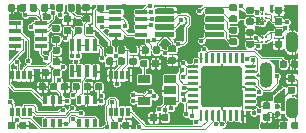
<source format=gbr>
G04 #@! TF.GenerationSoftware,KiCad,Pcbnew,(5.1.5-0-10_14)*
G04 #@! TF.CreationDate,2020-10-31T20:23:47-07:00*
G04 #@! TF.ProjectId,EOGlass2p1,454f476c-6173-4733-9270-312e6b696361,rev?*
G04 #@! TF.SameCoordinates,Original*
G04 #@! TF.FileFunction,Copper,L1,Top*
G04 #@! TF.FilePolarity,Positive*
%FSLAX46Y46*%
G04 Gerber Fmt 4.6, Leading zero omitted, Abs format (unit mm)*
G04 Created by KiCad (PCBNEW (5.1.5-0-10_14)) date 2020-10-31 20:23:47*
%MOMM*%
%LPD*%
G04 APERTURE LIST*
%ADD10R,0.400000X0.650000*%
%ADD11O,1.100000X1.800000*%
%ADD12O,1.100000X2.200000*%
%ADD13C,0.100000*%
%ADD14R,0.300000X0.800000*%
%ADD15R,1.060000X0.650000*%
%ADD16R,0.400000X1.060000*%
%ADD17R,1.060000X0.400000*%
%ADD18C,0.180000*%
%ADD19C,0.400000*%
%ADD20C,0.102000*%
G04 APERTURE END LIST*
D10*
X118250000Y-77250000D03*
X119550000Y-77250000D03*
X118900000Y-75350000D03*
X118900000Y-77250000D03*
X119550000Y-75350000D03*
X118250000Y-75350000D03*
D11*
X136245000Y-76030000D03*
X136245000Y-70430000D03*
D12*
X134095000Y-73230000D03*
G04 #@! TA.AperFunction,SMDPad,CuDef*
D13*
G36*
X130412252Y-69525602D02*
G01*
X130424386Y-69527402D01*
X130436286Y-69530382D01*
X130447835Y-69534515D01*
X130458925Y-69539760D01*
X130469446Y-69546066D01*
X130479299Y-69553374D01*
X130488388Y-69561612D01*
X130496626Y-69570701D01*
X130503934Y-69580554D01*
X130510240Y-69591075D01*
X130515485Y-69602165D01*
X130519618Y-69613714D01*
X130522598Y-69625614D01*
X130524398Y-69637748D01*
X130525000Y-69650000D01*
X130525000Y-69900000D01*
X130524398Y-69912252D01*
X130522598Y-69924386D01*
X130519618Y-69936286D01*
X130515485Y-69947835D01*
X130510240Y-69958925D01*
X130503934Y-69969446D01*
X130496626Y-69979299D01*
X130488388Y-69988388D01*
X130479299Y-69996626D01*
X130469446Y-70003934D01*
X130458925Y-70010240D01*
X130447835Y-70015485D01*
X130436286Y-70019618D01*
X130424386Y-70022598D01*
X130412252Y-70024398D01*
X130400000Y-70025000D01*
X129025000Y-70025000D01*
X129012748Y-70024398D01*
X129000614Y-70022598D01*
X128988714Y-70019618D01*
X128977165Y-70015485D01*
X128966075Y-70010240D01*
X128955554Y-70003934D01*
X128945701Y-69996626D01*
X128936612Y-69988388D01*
X128928374Y-69979299D01*
X128921066Y-69969446D01*
X128914760Y-69958925D01*
X128909515Y-69947835D01*
X128905382Y-69936286D01*
X128902402Y-69924386D01*
X128900602Y-69912252D01*
X128900000Y-69900000D01*
X128900000Y-69650000D01*
X128900602Y-69637748D01*
X128902402Y-69625614D01*
X128905382Y-69613714D01*
X128909515Y-69602165D01*
X128914760Y-69591075D01*
X128921066Y-69580554D01*
X128928374Y-69570701D01*
X128936612Y-69561612D01*
X128945701Y-69553374D01*
X128955554Y-69546066D01*
X128966075Y-69539760D01*
X128977165Y-69534515D01*
X128988714Y-69530382D01*
X129000614Y-69527402D01*
X129012748Y-69525602D01*
X129025000Y-69525000D01*
X130400000Y-69525000D01*
X130412252Y-69525602D01*
G37*
G04 #@! TD.AperFunction*
G04 #@! TA.AperFunction,SMDPad,CuDef*
G36*
X130412252Y-68875602D02*
G01*
X130424386Y-68877402D01*
X130436286Y-68880382D01*
X130447835Y-68884515D01*
X130458925Y-68889760D01*
X130469446Y-68896066D01*
X130479299Y-68903374D01*
X130488388Y-68911612D01*
X130496626Y-68920701D01*
X130503934Y-68930554D01*
X130510240Y-68941075D01*
X130515485Y-68952165D01*
X130519618Y-68963714D01*
X130522598Y-68975614D01*
X130524398Y-68987748D01*
X130525000Y-69000000D01*
X130525000Y-69250000D01*
X130524398Y-69262252D01*
X130522598Y-69274386D01*
X130519618Y-69286286D01*
X130515485Y-69297835D01*
X130510240Y-69308925D01*
X130503934Y-69319446D01*
X130496626Y-69329299D01*
X130488388Y-69338388D01*
X130479299Y-69346626D01*
X130469446Y-69353934D01*
X130458925Y-69360240D01*
X130447835Y-69365485D01*
X130436286Y-69369618D01*
X130424386Y-69372598D01*
X130412252Y-69374398D01*
X130400000Y-69375000D01*
X129025000Y-69375000D01*
X129012748Y-69374398D01*
X129000614Y-69372598D01*
X128988714Y-69369618D01*
X128977165Y-69365485D01*
X128966075Y-69360240D01*
X128955554Y-69353934D01*
X128945701Y-69346626D01*
X128936612Y-69338388D01*
X128928374Y-69329299D01*
X128921066Y-69319446D01*
X128914760Y-69308925D01*
X128909515Y-69297835D01*
X128905382Y-69286286D01*
X128902402Y-69274386D01*
X128900602Y-69262252D01*
X128900000Y-69250000D01*
X128900000Y-69000000D01*
X128900602Y-68987748D01*
X128902402Y-68975614D01*
X128905382Y-68963714D01*
X128909515Y-68952165D01*
X128914760Y-68941075D01*
X128921066Y-68930554D01*
X128928374Y-68920701D01*
X128936612Y-68911612D01*
X128945701Y-68903374D01*
X128955554Y-68896066D01*
X128966075Y-68889760D01*
X128977165Y-68884515D01*
X128988714Y-68880382D01*
X129000614Y-68877402D01*
X129012748Y-68875602D01*
X129025000Y-68875000D01*
X130400000Y-68875000D01*
X130412252Y-68875602D01*
G37*
G04 #@! TD.AperFunction*
G04 #@! TA.AperFunction,SMDPad,CuDef*
G36*
X130412252Y-68225602D02*
G01*
X130424386Y-68227402D01*
X130436286Y-68230382D01*
X130447835Y-68234515D01*
X130458925Y-68239760D01*
X130469446Y-68246066D01*
X130479299Y-68253374D01*
X130488388Y-68261612D01*
X130496626Y-68270701D01*
X130503934Y-68280554D01*
X130510240Y-68291075D01*
X130515485Y-68302165D01*
X130519618Y-68313714D01*
X130522598Y-68325614D01*
X130524398Y-68337748D01*
X130525000Y-68350000D01*
X130525000Y-68600000D01*
X130524398Y-68612252D01*
X130522598Y-68624386D01*
X130519618Y-68636286D01*
X130515485Y-68647835D01*
X130510240Y-68658925D01*
X130503934Y-68669446D01*
X130496626Y-68679299D01*
X130488388Y-68688388D01*
X130479299Y-68696626D01*
X130469446Y-68703934D01*
X130458925Y-68710240D01*
X130447835Y-68715485D01*
X130436286Y-68719618D01*
X130424386Y-68722598D01*
X130412252Y-68724398D01*
X130400000Y-68725000D01*
X129025000Y-68725000D01*
X129012748Y-68724398D01*
X129000614Y-68722598D01*
X128988714Y-68719618D01*
X128977165Y-68715485D01*
X128966075Y-68710240D01*
X128955554Y-68703934D01*
X128945701Y-68696626D01*
X128936612Y-68688388D01*
X128928374Y-68679299D01*
X128921066Y-68669446D01*
X128914760Y-68658925D01*
X128909515Y-68647835D01*
X128905382Y-68636286D01*
X128902402Y-68624386D01*
X128900602Y-68612252D01*
X128900000Y-68600000D01*
X128900000Y-68350000D01*
X128900602Y-68337748D01*
X128902402Y-68325614D01*
X128905382Y-68313714D01*
X128909515Y-68302165D01*
X128914760Y-68291075D01*
X128921066Y-68280554D01*
X128928374Y-68270701D01*
X128936612Y-68261612D01*
X128945701Y-68253374D01*
X128955554Y-68246066D01*
X128966075Y-68239760D01*
X128977165Y-68234515D01*
X128988714Y-68230382D01*
X129000614Y-68227402D01*
X129012748Y-68225602D01*
X129025000Y-68225000D01*
X130400000Y-68225000D01*
X130412252Y-68225602D01*
G37*
G04 #@! TD.AperFunction*
G04 #@! TA.AperFunction,SMDPad,CuDef*
G36*
X130412252Y-67575602D02*
G01*
X130424386Y-67577402D01*
X130436286Y-67580382D01*
X130447835Y-67584515D01*
X130458925Y-67589760D01*
X130469446Y-67596066D01*
X130479299Y-67603374D01*
X130488388Y-67611612D01*
X130496626Y-67620701D01*
X130503934Y-67630554D01*
X130510240Y-67641075D01*
X130515485Y-67652165D01*
X130519618Y-67663714D01*
X130522598Y-67675614D01*
X130524398Y-67687748D01*
X130525000Y-67700000D01*
X130525000Y-67950000D01*
X130524398Y-67962252D01*
X130522598Y-67974386D01*
X130519618Y-67986286D01*
X130515485Y-67997835D01*
X130510240Y-68008925D01*
X130503934Y-68019446D01*
X130496626Y-68029299D01*
X130488388Y-68038388D01*
X130479299Y-68046626D01*
X130469446Y-68053934D01*
X130458925Y-68060240D01*
X130447835Y-68065485D01*
X130436286Y-68069618D01*
X130424386Y-68072598D01*
X130412252Y-68074398D01*
X130400000Y-68075000D01*
X129025000Y-68075000D01*
X129012748Y-68074398D01*
X129000614Y-68072598D01*
X128988714Y-68069618D01*
X128977165Y-68065485D01*
X128966075Y-68060240D01*
X128955554Y-68053934D01*
X128945701Y-68046626D01*
X128936612Y-68038388D01*
X128928374Y-68029299D01*
X128921066Y-68019446D01*
X128914760Y-68008925D01*
X128909515Y-67997835D01*
X128905382Y-67986286D01*
X128902402Y-67974386D01*
X128900602Y-67962252D01*
X128900000Y-67950000D01*
X128900000Y-67700000D01*
X128900602Y-67687748D01*
X128902402Y-67675614D01*
X128905382Y-67663714D01*
X128909515Y-67652165D01*
X128914760Y-67641075D01*
X128921066Y-67630554D01*
X128928374Y-67620701D01*
X128936612Y-67611612D01*
X128945701Y-67603374D01*
X128955554Y-67596066D01*
X128966075Y-67589760D01*
X128977165Y-67584515D01*
X128988714Y-67580382D01*
X129000614Y-67577402D01*
X129012748Y-67575602D01*
X129025000Y-67575000D01*
X130400000Y-67575000D01*
X130412252Y-67575602D01*
G37*
G04 #@! TD.AperFunction*
G04 #@! TA.AperFunction,SMDPad,CuDef*
G36*
X126187252Y-67575602D02*
G01*
X126199386Y-67577402D01*
X126211286Y-67580382D01*
X126222835Y-67584515D01*
X126233925Y-67589760D01*
X126244446Y-67596066D01*
X126254299Y-67603374D01*
X126263388Y-67611612D01*
X126271626Y-67620701D01*
X126278934Y-67630554D01*
X126285240Y-67641075D01*
X126290485Y-67652165D01*
X126294618Y-67663714D01*
X126297598Y-67675614D01*
X126299398Y-67687748D01*
X126300000Y-67700000D01*
X126300000Y-67950000D01*
X126299398Y-67962252D01*
X126297598Y-67974386D01*
X126294618Y-67986286D01*
X126290485Y-67997835D01*
X126285240Y-68008925D01*
X126278934Y-68019446D01*
X126271626Y-68029299D01*
X126263388Y-68038388D01*
X126254299Y-68046626D01*
X126244446Y-68053934D01*
X126233925Y-68060240D01*
X126222835Y-68065485D01*
X126211286Y-68069618D01*
X126199386Y-68072598D01*
X126187252Y-68074398D01*
X126175000Y-68075000D01*
X124800000Y-68075000D01*
X124787748Y-68074398D01*
X124775614Y-68072598D01*
X124763714Y-68069618D01*
X124752165Y-68065485D01*
X124741075Y-68060240D01*
X124730554Y-68053934D01*
X124720701Y-68046626D01*
X124711612Y-68038388D01*
X124703374Y-68029299D01*
X124696066Y-68019446D01*
X124689760Y-68008925D01*
X124684515Y-67997835D01*
X124680382Y-67986286D01*
X124677402Y-67974386D01*
X124675602Y-67962252D01*
X124675000Y-67950000D01*
X124675000Y-67700000D01*
X124675602Y-67687748D01*
X124677402Y-67675614D01*
X124680382Y-67663714D01*
X124684515Y-67652165D01*
X124689760Y-67641075D01*
X124696066Y-67630554D01*
X124703374Y-67620701D01*
X124711612Y-67611612D01*
X124720701Y-67603374D01*
X124730554Y-67596066D01*
X124741075Y-67589760D01*
X124752165Y-67584515D01*
X124763714Y-67580382D01*
X124775614Y-67577402D01*
X124787748Y-67575602D01*
X124800000Y-67575000D01*
X126175000Y-67575000D01*
X126187252Y-67575602D01*
G37*
G04 #@! TD.AperFunction*
G04 #@! TA.AperFunction,SMDPad,CuDef*
G36*
X126187252Y-68225602D02*
G01*
X126199386Y-68227402D01*
X126211286Y-68230382D01*
X126222835Y-68234515D01*
X126233925Y-68239760D01*
X126244446Y-68246066D01*
X126254299Y-68253374D01*
X126263388Y-68261612D01*
X126271626Y-68270701D01*
X126278934Y-68280554D01*
X126285240Y-68291075D01*
X126290485Y-68302165D01*
X126294618Y-68313714D01*
X126297598Y-68325614D01*
X126299398Y-68337748D01*
X126300000Y-68350000D01*
X126300000Y-68600000D01*
X126299398Y-68612252D01*
X126297598Y-68624386D01*
X126294618Y-68636286D01*
X126290485Y-68647835D01*
X126285240Y-68658925D01*
X126278934Y-68669446D01*
X126271626Y-68679299D01*
X126263388Y-68688388D01*
X126254299Y-68696626D01*
X126244446Y-68703934D01*
X126233925Y-68710240D01*
X126222835Y-68715485D01*
X126211286Y-68719618D01*
X126199386Y-68722598D01*
X126187252Y-68724398D01*
X126175000Y-68725000D01*
X124800000Y-68725000D01*
X124787748Y-68724398D01*
X124775614Y-68722598D01*
X124763714Y-68719618D01*
X124752165Y-68715485D01*
X124741075Y-68710240D01*
X124730554Y-68703934D01*
X124720701Y-68696626D01*
X124711612Y-68688388D01*
X124703374Y-68679299D01*
X124696066Y-68669446D01*
X124689760Y-68658925D01*
X124684515Y-68647835D01*
X124680382Y-68636286D01*
X124677402Y-68624386D01*
X124675602Y-68612252D01*
X124675000Y-68600000D01*
X124675000Y-68350000D01*
X124675602Y-68337748D01*
X124677402Y-68325614D01*
X124680382Y-68313714D01*
X124684515Y-68302165D01*
X124689760Y-68291075D01*
X124696066Y-68280554D01*
X124703374Y-68270701D01*
X124711612Y-68261612D01*
X124720701Y-68253374D01*
X124730554Y-68246066D01*
X124741075Y-68239760D01*
X124752165Y-68234515D01*
X124763714Y-68230382D01*
X124775614Y-68227402D01*
X124787748Y-68225602D01*
X124800000Y-68225000D01*
X126175000Y-68225000D01*
X126187252Y-68225602D01*
G37*
G04 #@! TD.AperFunction*
G04 #@! TA.AperFunction,SMDPad,CuDef*
G36*
X126187252Y-68875602D02*
G01*
X126199386Y-68877402D01*
X126211286Y-68880382D01*
X126222835Y-68884515D01*
X126233925Y-68889760D01*
X126244446Y-68896066D01*
X126254299Y-68903374D01*
X126263388Y-68911612D01*
X126271626Y-68920701D01*
X126278934Y-68930554D01*
X126285240Y-68941075D01*
X126290485Y-68952165D01*
X126294618Y-68963714D01*
X126297598Y-68975614D01*
X126299398Y-68987748D01*
X126300000Y-69000000D01*
X126300000Y-69250000D01*
X126299398Y-69262252D01*
X126297598Y-69274386D01*
X126294618Y-69286286D01*
X126290485Y-69297835D01*
X126285240Y-69308925D01*
X126278934Y-69319446D01*
X126271626Y-69329299D01*
X126263388Y-69338388D01*
X126254299Y-69346626D01*
X126244446Y-69353934D01*
X126233925Y-69360240D01*
X126222835Y-69365485D01*
X126211286Y-69369618D01*
X126199386Y-69372598D01*
X126187252Y-69374398D01*
X126175000Y-69375000D01*
X124800000Y-69375000D01*
X124787748Y-69374398D01*
X124775614Y-69372598D01*
X124763714Y-69369618D01*
X124752165Y-69365485D01*
X124741075Y-69360240D01*
X124730554Y-69353934D01*
X124720701Y-69346626D01*
X124711612Y-69338388D01*
X124703374Y-69329299D01*
X124696066Y-69319446D01*
X124689760Y-69308925D01*
X124684515Y-69297835D01*
X124680382Y-69286286D01*
X124677402Y-69274386D01*
X124675602Y-69262252D01*
X124675000Y-69250000D01*
X124675000Y-69000000D01*
X124675602Y-68987748D01*
X124677402Y-68975614D01*
X124680382Y-68963714D01*
X124684515Y-68952165D01*
X124689760Y-68941075D01*
X124696066Y-68930554D01*
X124703374Y-68920701D01*
X124711612Y-68911612D01*
X124720701Y-68903374D01*
X124730554Y-68896066D01*
X124741075Y-68889760D01*
X124752165Y-68884515D01*
X124763714Y-68880382D01*
X124775614Y-68877402D01*
X124787748Y-68875602D01*
X124800000Y-68875000D01*
X126175000Y-68875000D01*
X126187252Y-68875602D01*
G37*
G04 #@! TD.AperFunction*
G04 #@! TA.AperFunction,SMDPad,CuDef*
G36*
X126187252Y-69525602D02*
G01*
X126199386Y-69527402D01*
X126211286Y-69530382D01*
X126222835Y-69534515D01*
X126233925Y-69539760D01*
X126244446Y-69546066D01*
X126254299Y-69553374D01*
X126263388Y-69561612D01*
X126271626Y-69570701D01*
X126278934Y-69580554D01*
X126285240Y-69591075D01*
X126290485Y-69602165D01*
X126294618Y-69613714D01*
X126297598Y-69625614D01*
X126299398Y-69637748D01*
X126300000Y-69650000D01*
X126300000Y-69900000D01*
X126299398Y-69912252D01*
X126297598Y-69924386D01*
X126294618Y-69936286D01*
X126290485Y-69947835D01*
X126285240Y-69958925D01*
X126278934Y-69969446D01*
X126271626Y-69979299D01*
X126263388Y-69988388D01*
X126254299Y-69996626D01*
X126244446Y-70003934D01*
X126233925Y-70010240D01*
X126222835Y-70015485D01*
X126211286Y-70019618D01*
X126199386Y-70022598D01*
X126187252Y-70024398D01*
X126175000Y-70025000D01*
X124800000Y-70025000D01*
X124787748Y-70024398D01*
X124775614Y-70022598D01*
X124763714Y-70019618D01*
X124752165Y-70015485D01*
X124741075Y-70010240D01*
X124730554Y-70003934D01*
X124720701Y-69996626D01*
X124711612Y-69988388D01*
X124703374Y-69979299D01*
X124696066Y-69969446D01*
X124689760Y-69958925D01*
X124684515Y-69947835D01*
X124680382Y-69936286D01*
X124677402Y-69924386D01*
X124675602Y-69912252D01*
X124675000Y-69900000D01*
X124675000Y-69650000D01*
X124675602Y-69637748D01*
X124677402Y-69625614D01*
X124680382Y-69613714D01*
X124684515Y-69602165D01*
X124689760Y-69591075D01*
X124696066Y-69580554D01*
X124703374Y-69570701D01*
X124711612Y-69561612D01*
X124720701Y-69553374D01*
X124730554Y-69546066D01*
X124741075Y-69539760D01*
X124752165Y-69534515D01*
X124763714Y-69530382D01*
X124775614Y-69527402D01*
X124787748Y-69525602D01*
X124800000Y-69525000D01*
X126175000Y-69525000D01*
X126187252Y-69525602D01*
G37*
G04 #@! TD.AperFunction*
D14*
X120890000Y-73210000D03*
X121390000Y-73210000D03*
X121890000Y-73210000D03*
X122390000Y-73210000D03*
X122390000Y-76310000D03*
X121890000Y-76310000D03*
X121390000Y-76310000D03*
X120890000Y-76310000D03*
G04 #@! TA.AperFunction,SMDPad,CuDef*
D13*
G36*
X116246958Y-73880710D02*
G01*
X116261276Y-73882834D01*
X116275317Y-73886351D01*
X116288946Y-73891228D01*
X116302031Y-73897417D01*
X116314447Y-73904858D01*
X116326073Y-73913481D01*
X116336798Y-73923202D01*
X116346519Y-73933927D01*
X116355142Y-73945553D01*
X116362583Y-73957969D01*
X116368772Y-73971054D01*
X116373649Y-73984683D01*
X116377166Y-73998724D01*
X116379290Y-74013042D01*
X116380000Y-74027500D01*
X116380000Y-74372500D01*
X116379290Y-74386958D01*
X116377166Y-74401276D01*
X116373649Y-74415317D01*
X116368772Y-74428946D01*
X116362583Y-74442031D01*
X116355142Y-74454447D01*
X116346519Y-74466073D01*
X116336798Y-74476798D01*
X116326073Y-74486519D01*
X116314447Y-74495142D01*
X116302031Y-74502583D01*
X116288946Y-74508772D01*
X116275317Y-74513649D01*
X116261276Y-74517166D01*
X116246958Y-74519290D01*
X116232500Y-74520000D01*
X115937500Y-74520000D01*
X115923042Y-74519290D01*
X115908724Y-74517166D01*
X115894683Y-74513649D01*
X115881054Y-74508772D01*
X115867969Y-74502583D01*
X115855553Y-74495142D01*
X115843927Y-74486519D01*
X115833202Y-74476798D01*
X115823481Y-74466073D01*
X115814858Y-74454447D01*
X115807417Y-74442031D01*
X115801228Y-74428946D01*
X115796351Y-74415317D01*
X115792834Y-74401276D01*
X115790710Y-74386958D01*
X115790000Y-74372500D01*
X115790000Y-74027500D01*
X115790710Y-74013042D01*
X115792834Y-73998724D01*
X115796351Y-73984683D01*
X115801228Y-73971054D01*
X115807417Y-73957969D01*
X115814858Y-73945553D01*
X115823481Y-73933927D01*
X115833202Y-73923202D01*
X115843927Y-73913481D01*
X115855553Y-73904858D01*
X115867969Y-73897417D01*
X115881054Y-73891228D01*
X115894683Y-73886351D01*
X115908724Y-73882834D01*
X115923042Y-73880710D01*
X115937500Y-73880000D01*
X116232500Y-73880000D01*
X116246958Y-73880710D01*
G37*
G04 #@! TD.AperFunction*
G04 #@! TA.AperFunction,SMDPad,CuDef*
G36*
X115276958Y-73880710D02*
G01*
X115291276Y-73882834D01*
X115305317Y-73886351D01*
X115318946Y-73891228D01*
X115332031Y-73897417D01*
X115344447Y-73904858D01*
X115356073Y-73913481D01*
X115366798Y-73923202D01*
X115376519Y-73933927D01*
X115385142Y-73945553D01*
X115392583Y-73957969D01*
X115398772Y-73971054D01*
X115403649Y-73984683D01*
X115407166Y-73998724D01*
X115409290Y-74013042D01*
X115410000Y-74027500D01*
X115410000Y-74372500D01*
X115409290Y-74386958D01*
X115407166Y-74401276D01*
X115403649Y-74415317D01*
X115398772Y-74428946D01*
X115392583Y-74442031D01*
X115385142Y-74454447D01*
X115376519Y-74466073D01*
X115366798Y-74476798D01*
X115356073Y-74486519D01*
X115344447Y-74495142D01*
X115332031Y-74502583D01*
X115318946Y-74508772D01*
X115305317Y-74513649D01*
X115291276Y-74517166D01*
X115276958Y-74519290D01*
X115262500Y-74520000D01*
X114967500Y-74520000D01*
X114953042Y-74519290D01*
X114938724Y-74517166D01*
X114924683Y-74513649D01*
X114911054Y-74508772D01*
X114897969Y-74502583D01*
X114885553Y-74495142D01*
X114873927Y-74486519D01*
X114863202Y-74476798D01*
X114853481Y-74466073D01*
X114844858Y-74454447D01*
X114837417Y-74442031D01*
X114831228Y-74428946D01*
X114826351Y-74415317D01*
X114822834Y-74401276D01*
X114820710Y-74386958D01*
X114820000Y-74372500D01*
X114820000Y-74027500D01*
X114820710Y-74013042D01*
X114822834Y-73998724D01*
X114826351Y-73984683D01*
X114831228Y-73971054D01*
X114837417Y-73957969D01*
X114844858Y-73945553D01*
X114853481Y-73933927D01*
X114863202Y-73923202D01*
X114873927Y-73913481D01*
X114885553Y-73904858D01*
X114897969Y-73897417D01*
X114911054Y-73891228D01*
X114924683Y-73886351D01*
X114938724Y-73882834D01*
X114953042Y-73880710D01*
X114967500Y-73880000D01*
X115262500Y-73880000D01*
X115276958Y-73880710D01*
G37*
G04 #@! TD.AperFunction*
G04 #@! TA.AperFunction,SMDPad,CuDef*
G36*
X135286958Y-68390710D02*
G01*
X135301276Y-68392834D01*
X135315317Y-68396351D01*
X135328946Y-68401228D01*
X135342031Y-68407417D01*
X135354447Y-68414858D01*
X135366073Y-68423481D01*
X135376798Y-68433202D01*
X135386519Y-68443927D01*
X135395142Y-68455553D01*
X135402583Y-68467969D01*
X135408772Y-68481054D01*
X135413649Y-68494683D01*
X135417166Y-68508724D01*
X135419290Y-68523042D01*
X135420000Y-68537500D01*
X135420000Y-68832500D01*
X135419290Y-68846958D01*
X135417166Y-68861276D01*
X135413649Y-68875317D01*
X135408772Y-68888946D01*
X135402583Y-68902031D01*
X135395142Y-68914447D01*
X135386519Y-68926073D01*
X135376798Y-68936798D01*
X135366073Y-68946519D01*
X135354447Y-68955142D01*
X135342031Y-68962583D01*
X135328946Y-68968772D01*
X135315317Y-68973649D01*
X135301276Y-68977166D01*
X135286958Y-68979290D01*
X135272500Y-68980000D01*
X134927500Y-68980000D01*
X134913042Y-68979290D01*
X134898724Y-68977166D01*
X134884683Y-68973649D01*
X134871054Y-68968772D01*
X134857969Y-68962583D01*
X134845553Y-68955142D01*
X134833927Y-68946519D01*
X134823202Y-68936798D01*
X134813481Y-68926073D01*
X134804858Y-68914447D01*
X134797417Y-68902031D01*
X134791228Y-68888946D01*
X134786351Y-68875317D01*
X134782834Y-68861276D01*
X134780710Y-68846958D01*
X134780000Y-68832500D01*
X134780000Y-68537500D01*
X134780710Y-68523042D01*
X134782834Y-68508724D01*
X134786351Y-68494683D01*
X134791228Y-68481054D01*
X134797417Y-68467969D01*
X134804858Y-68455553D01*
X134813481Y-68443927D01*
X134823202Y-68433202D01*
X134833927Y-68423481D01*
X134845553Y-68414858D01*
X134857969Y-68407417D01*
X134871054Y-68401228D01*
X134884683Y-68396351D01*
X134898724Y-68392834D01*
X134913042Y-68390710D01*
X134927500Y-68390000D01*
X135272500Y-68390000D01*
X135286958Y-68390710D01*
G37*
G04 #@! TD.AperFunction*
G04 #@! TA.AperFunction,SMDPad,CuDef*
G36*
X135286958Y-67420710D02*
G01*
X135301276Y-67422834D01*
X135315317Y-67426351D01*
X135328946Y-67431228D01*
X135342031Y-67437417D01*
X135354447Y-67444858D01*
X135366073Y-67453481D01*
X135376798Y-67463202D01*
X135386519Y-67473927D01*
X135395142Y-67485553D01*
X135402583Y-67497969D01*
X135408772Y-67511054D01*
X135413649Y-67524683D01*
X135417166Y-67538724D01*
X135419290Y-67553042D01*
X135420000Y-67567500D01*
X135420000Y-67862500D01*
X135419290Y-67876958D01*
X135417166Y-67891276D01*
X135413649Y-67905317D01*
X135408772Y-67918946D01*
X135402583Y-67932031D01*
X135395142Y-67944447D01*
X135386519Y-67956073D01*
X135376798Y-67966798D01*
X135366073Y-67976519D01*
X135354447Y-67985142D01*
X135342031Y-67992583D01*
X135328946Y-67998772D01*
X135315317Y-68003649D01*
X135301276Y-68007166D01*
X135286958Y-68009290D01*
X135272500Y-68010000D01*
X134927500Y-68010000D01*
X134913042Y-68009290D01*
X134898724Y-68007166D01*
X134884683Y-68003649D01*
X134871054Y-67998772D01*
X134857969Y-67992583D01*
X134845553Y-67985142D01*
X134833927Y-67976519D01*
X134823202Y-67966798D01*
X134813481Y-67956073D01*
X134804858Y-67944447D01*
X134797417Y-67932031D01*
X134791228Y-67918946D01*
X134786351Y-67905317D01*
X134782834Y-67891276D01*
X134780710Y-67876958D01*
X134780000Y-67862500D01*
X134780000Y-67567500D01*
X134780710Y-67553042D01*
X134782834Y-67538724D01*
X134786351Y-67524683D01*
X134791228Y-67511054D01*
X134797417Y-67497969D01*
X134804858Y-67485553D01*
X134813481Y-67473927D01*
X134823202Y-67463202D01*
X134833927Y-67453481D01*
X134845553Y-67444858D01*
X134857969Y-67437417D01*
X134871054Y-67431228D01*
X134884683Y-67426351D01*
X134898724Y-67422834D01*
X134913042Y-67420710D01*
X134927500Y-67420000D01*
X135272500Y-67420000D01*
X135286958Y-67420710D01*
G37*
G04 #@! TD.AperFunction*
G04 #@! TA.AperFunction,SMDPad,CuDef*
G36*
X124676958Y-76480710D02*
G01*
X124691276Y-76482834D01*
X124705317Y-76486351D01*
X124718946Y-76491228D01*
X124732031Y-76497417D01*
X124744447Y-76504858D01*
X124756073Y-76513481D01*
X124766798Y-76523202D01*
X124776519Y-76533927D01*
X124785142Y-76545553D01*
X124792583Y-76557969D01*
X124798772Y-76571054D01*
X124803649Y-76584683D01*
X124807166Y-76598724D01*
X124809290Y-76613042D01*
X124810000Y-76627500D01*
X124810000Y-76972500D01*
X124809290Y-76986958D01*
X124807166Y-77001276D01*
X124803649Y-77015317D01*
X124798772Y-77028946D01*
X124792583Y-77042031D01*
X124785142Y-77054447D01*
X124776519Y-77066073D01*
X124766798Y-77076798D01*
X124756073Y-77086519D01*
X124744447Y-77095142D01*
X124732031Y-77102583D01*
X124718946Y-77108772D01*
X124705317Y-77113649D01*
X124691276Y-77117166D01*
X124676958Y-77119290D01*
X124662500Y-77120000D01*
X124367500Y-77120000D01*
X124353042Y-77119290D01*
X124338724Y-77117166D01*
X124324683Y-77113649D01*
X124311054Y-77108772D01*
X124297969Y-77102583D01*
X124285553Y-77095142D01*
X124273927Y-77086519D01*
X124263202Y-77076798D01*
X124253481Y-77066073D01*
X124244858Y-77054447D01*
X124237417Y-77042031D01*
X124231228Y-77028946D01*
X124226351Y-77015317D01*
X124222834Y-77001276D01*
X124220710Y-76986958D01*
X124220000Y-76972500D01*
X124220000Y-76627500D01*
X124220710Y-76613042D01*
X124222834Y-76598724D01*
X124226351Y-76584683D01*
X124231228Y-76571054D01*
X124237417Y-76557969D01*
X124244858Y-76545553D01*
X124253481Y-76533927D01*
X124263202Y-76523202D01*
X124273927Y-76513481D01*
X124285553Y-76504858D01*
X124297969Y-76497417D01*
X124311054Y-76491228D01*
X124324683Y-76486351D01*
X124338724Y-76482834D01*
X124353042Y-76480710D01*
X124367500Y-76480000D01*
X124662500Y-76480000D01*
X124676958Y-76480710D01*
G37*
G04 #@! TD.AperFunction*
G04 #@! TA.AperFunction,SMDPad,CuDef*
G36*
X125646958Y-76480710D02*
G01*
X125661276Y-76482834D01*
X125675317Y-76486351D01*
X125688946Y-76491228D01*
X125702031Y-76497417D01*
X125714447Y-76504858D01*
X125726073Y-76513481D01*
X125736798Y-76523202D01*
X125746519Y-76533927D01*
X125755142Y-76545553D01*
X125762583Y-76557969D01*
X125768772Y-76571054D01*
X125773649Y-76584683D01*
X125777166Y-76598724D01*
X125779290Y-76613042D01*
X125780000Y-76627500D01*
X125780000Y-76972500D01*
X125779290Y-76986958D01*
X125777166Y-77001276D01*
X125773649Y-77015317D01*
X125768772Y-77028946D01*
X125762583Y-77042031D01*
X125755142Y-77054447D01*
X125746519Y-77066073D01*
X125736798Y-77076798D01*
X125726073Y-77086519D01*
X125714447Y-77095142D01*
X125702031Y-77102583D01*
X125688946Y-77108772D01*
X125675317Y-77113649D01*
X125661276Y-77117166D01*
X125646958Y-77119290D01*
X125632500Y-77120000D01*
X125337500Y-77120000D01*
X125323042Y-77119290D01*
X125308724Y-77117166D01*
X125294683Y-77113649D01*
X125281054Y-77108772D01*
X125267969Y-77102583D01*
X125255553Y-77095142D01*
X125243927Y-77086519D01*
X125233202Y-77076798D01*
X125223481Y-77066073D01*
X125214858Y-77054447D01*
X125207417Y-77042031D01*
X125201228Y-77028946D01*
X125196351Y-77015317D01*
X125192834Y-77001276D01*
X125190710Y-76986958D01*
X125190000Y-76972500D01*
X125190000Y-76627500D01*
X125190710Y-76613042D01*
X125192834Y-76598724D01*
X125196351Y-76584683D01*
X125201228Y-76571054D01*
X125207417Y-76557969D01*
X125214858Y-76545553D01*
X125223481Y-76533927D01*
X125233202Y-76523202D01*
X125243927Y-76513481D01*
X125255553Y-76504858D01*
X125267969Y-76497417D01*
X125281054Y-76491228D01*
X125294683Y-76486351D01*
X125308724Y-76482834D01*
X125323042Y-76480710D01*
X125337500Y-76480000D01*
X125632500Y-76480000D01*
X125646958Y-76480710D01*
G37*
G04 #@! TD.AperFunction*
G04 #@! TA.AperFunction,SMDPad,CuDef*
G36*
X136386958Y-74190710D02*
G01*
X136401276Y-74192834D01*
X136415317Y-74196351D01*
X136428946Y-74201228D01*
X136442031Y-74207417D01*
X136454447Y-74214858D01*
X136466073Y-74223481D01*
X136476798Y-74233202D01*
X136486519Y-74243927D01*
X136495142Y-74255553D01*
X136502583Y-74267969D01*
X136508772Y-74281054D01*
X136513649Y-74294683D01*
X136517166Y-74308724D01*
X136519290Y-74323042D01*
X136520000Y-74337500D01*
X136520000Y-74632500D01*
X136519290Y-74646958D01*
X136517166Y-74661276D01*
X136513649Y-74675317D01*
X136508772Y-74688946D01*
X136502583Y-74702031D01*
X136495142Y-74714447D01*
X136486519Y-74726073D01*
X136476798Y-74736798D01*
X136466073Y-74746519D01*
X136454447Y-74755142D01*
X136442031Y-74762583D01*
X136428946Y-74768772D01*
X136415317Y-74773649D01*
X136401276Y-74777166D01*
X136386958Y-74779290D01*
X136372500Y-74780000D01*
X136027500Y-74780000D01*
X136013042Y-74779290D01*
X135998724Y-74777166D01*
X135984683Y-74773649D01*
X135971054Y-74768772D01*
X135957969Y-74762583D01*
X135945553Y-74755142D01*
X135933927Y-74746519D01*
X135923202Y-74736798D01*
X135913481Y-74726073D01*
X135904858Y-74714447D01*
X135897417Y-74702031D01*
X135891228Y-74688946D01*
X135886351Y-74675317D01*
X135882834Y-74661276D01*
X135880710Y-74646958D01*
X135880000Y-74632500D01*
X135880000Y-74337500D01*
X135880710Y-74323042D01*
X135882834Y-74308724D01*
X135886351Y-74294683D01*
X135891228Y-74281054D01*
X135897417Y-74267969D01*
X135904858Y-74255553D01*
X135913481Y-74243927D01*
X135923202Y-74233202D01*
X135933927Y-74223481D01*
X135945553Y-74214858D01*
X135957969Y-74207417D01*
X135971054Y-74201228D01*
X135984683Y-74196351D01*
X135998724Y-74192834D01*
X136013042Y-74190710D01*
X136027500Y-74190000D01*
X136372500Y-74190000D01*
X136386958Y-74190710D01*
G37*
G04 #@! TD.AperFunction*
G04 #@! TA.AperFunction,SMDPad,CuDef*
G36*
X136386958Y-73220710D02*
G01*
X136401276Y-73222834D01*
X136415317Y-73226351D01*
X136428946Y-73231228D01*
X136442031Y-73237417D01*
X136454447Y-73244858D01*
X136466073Y-73253481D01*
X136476798Y-73263202D01*
X136486519Y-73273927D01*
X136495142Y-73285553D01*
X136502583Y-73297969D01*
X136508772Y-73311054D01*
X136513649Y-73324683D01*
X136517166Y-73338724D01*
X136519290Y-73353042D01*
X136520000Y-73367500D01*
X136520000Y-73662500D01*
X136519290Y-73676958D01*
X136517166Y-73691276D01*
X136513649Y-73705317D01*
X136508772Y-73718946D01*
X136502583Y-73732031D01*
X136495142Y-73744447D01*
X136486519Y-73756073D01*
X136476798Y-73766798D01*
X136466073Y-73776519D01*
X136454447Y-73785142D01*
X136442031Y-73792583D01*
X136428946Y-73798772D01*
X136415317Y-73803649D01*
X136401276Y-73807166D01*
X136386958Y-73809290D01*
X136372500Y-73810000D01*
X136027500Y-73810000D01*
X136013042Y-73809290D01*
X135998724Y-73807166D01*
X135984683Y-73803649D01*
X135971054Y-73798772D01*
X135957969Y-73792583D01*
X135945553Y-73785142D01*
X135933927Y-73776519D01*
X135923202Y-73766798D01*
X135913481Y-73756073D01*
X135904858Y-73744447D01*
X135897417Y-73732031D01*
X135891228Y-73718946D01*
X135886351Y-73705317D01*
X135882834Y-73691276D01*
X135880710Y-73676958D01*
X135880000Y-73662500D01*
X135880000Y-73367500D01*
X135880710Y-73353042D01*
X135882834Y-73338724D01*
X135886351Y-73324683D01*
X135891228Y-73311054D01*
X135897417Y-73297969D01*
X135904858Y-73285553D01*
X135913481Y-73273927D01*
X135923202Y-73263202D01*
X135933927Y-73253481D01*
X135945553Y-73244858D01*
X135957969Y-73237417D01*
X135971054Y-73231228D01*
X135984683Y-73226351D01*
X135998724Y-73222834D01*
X136013042Y-73220710D01*
X136027500Y-73220000D01*
X136372500Y-73220000D01*
X136386958Y-73220710D01*
G37*
G04 #@! TD.AperFunction*
G04 #@! TA.AperFunction,SMDPad,CuDef*
G36*
X136666958Y-77160710D02*
G01*
X136681276Y-77162834D01*
X136695317Y-77166351D01*
X136708946Y-77171228D01*
X136722031Y-77177417D01*
X136734447Y-77184858D01*
X136746073Y-77193481D01*
X136756798Y-77203202D01*
X136766519Y-77213927D01*
X136775142Y-77225553D01*
X136782583Y-77237969D01*
X136788772Y-77251054D01*
X136793649Y-77264683D01*
X136797166Y-77278724D01*
X136799290Y-77293042D01*
X136800000Y-77307500D01*
X136800000Y-77652500D01*
X136799290Y-77666958D01*
X136797166Y-77681276D01*
X136793649Y-77695317D01*
X136788772Y-77708946D01*
X136782583Y-77722031D01*
X136775142Y-77734447D01*
X136766519Y-77746073D01*
X136756798Y-77756798D01*
X136746073Y-77766519D01*
X136734447Y-77775142D01*
X136722031Y-77782583D01*
X136708946Y-77788772D01*
X136695317Y-77793649D01*
X136681276Y-77797166D01*
X136666958Y-77799290D01*
X136652500Y-77800000D01*
X136357500Y-77800000D01*
X136343042Y-77799290D01*
X136328724Y-77797166D01*
X136314683Y-77793649D01*
X136301054Y-77788772D01*
X136287969Y-77782583D01*
X136275553Y-77775142D01*
X136263927Y-77766519D01*
X136253202Y-77756798D01*
X136243481Y-77746073D01*
X136234858Y-77734447D01*
X136227417Y-77722031D01*
X136221228Y-77708946D01*
X136216351Y-77695317D01*
X136212834Y-77681276D01*
X136210710Y-77666958D01*
X136210000Y-77652500D01*
X136210000Y-77307500D01*
X136210710Y-77293042D01*
X136212834Y-77278724D01*
X136216351Y-77264683D01*
X136221228Y-77251054D01*
X136227417Y-77237969D01*
X136234858Y-77225553D01*
X136243481Y-77213927D01*
X136253202Y-77203202D01*
X136263927Y-77193481D01*
X136275553Y-77184858D01*
X136287969Y-77177417D01*
X136301054Y-77171228D01*
X136314683Y-77166351D01*
X136328724Y-77162834D01*
X136343042Y-77160710D01*
X136357500Y-77160000D01*
X136652500Y-77160000D01*
X136666958Y-77160710D01*
G37*
G04 #@! TD.AperFunction*
G04 #@! TA.AperFunction,SMDPad,CuDef*
G36*
X135696958Y-77160710D02*
G01*
X135711276Y-77162834D01*
X135725317Y-77166351D01*
X135738946Y-77171228D01*
X135752031Y-77177417D01*
X135764447Y-77184858D01*
X135776073Y-77193481D01*
X135786798Y-77203202D01*
X135796519Y-77213927D01*
X135805142Y-77225553D01*
X135812583Y-77237969D01*
X135818772Y-77251054D01*
X135823649Y-77264683D01*
X135827166Y-77278724D01*
X135829290Y-77293042D01*
X135830000Y-77307500D01*
X135830000Y-77652500D01*
X135829290Y-77666958D01*
X135827166Y-77681276D01*
X135823649Y-77695317D01*
X135818772Y-77708946D01*
X135812583Y-77722031D01*
X135805142Y-77734447D01*
X135796519Y-77746073D01*
X135786798Y-77756798D01*
X135776073Y-77766519D01*
X135764447Y-77775142D01*
X135752031Y-77782583D01*
X135738946Y-77788772D01*
X135725317Y-77793649D01*
X135711276Y-77797166D01*
X135696958Y-77799290D01*
X135682500Y-77800000D01*
X135387500Y-77800000D01*
X135373042Y-77799290D01*
X135358724Y-77797166D01*
X135344683Y-77793649D01*
X135331054Y-77788772D01*
X135317969Y-77782583D01*
X135305553Y-77775142D01*
X135293927Y-77766519D01*
X135283202Y-77756798D01*
X135273481Y-77746073D01*
X135264858Y-77734447D01*
X135257417Y-77722031D01*
X135251228Y-77708946D01*
X135246351Y-77695317D01*
X135242834Y-77681276D01*
X135240710Y-77666958D01*
X135240000Y-77652500D01*
X135240000Y-77307500D01*
X135240710Y-77293042D01*
X135242834Y-77278724D01*
X135246351Y-77264683D01*
X135251228Y-77251054D01*
X135257417Y-77237969D01*
X135264858Y-77225553D01*
X135273481Y-77213927D01*
X135283202Y-77203202D01*
X135293927Y-77193481D01*
X135305553Y-77184858D01*
X135317969Y-77177417D01*
X135331054Y-77171228D01*
X135344683Y-77166351D01*
X135358724Y-77162834D01*
X135373042Y-77160710D01*
X135387500Y-77160000D01*
X135682500Y-77160000D01*
X135696958Y-77160710D01*
G37*
G04 #@! TD.AperFunction*
G04 #@! TA.AperFunction,SMDPad,CuDef*
G36*
X134286958Y-76490710D02*
G01*
X134301276Y-76492834D01*
X134315317Y-76496351D01*
X134328946Y-76501228D01*
X134342031Y-76507417D01*
X134354447Y-76514858D01*
X134366073Y-76523481D01*
X134376798Y-76533202D01*
X134386519Y-76543927D01*
X134395142Y-76555553D01*
X134402583Y-76567969D01*
X134408772Y-76581054D01*
X134413649Y-76594683D01*
X134417166Y-76608724D01*
X134419290Y-76623042D01*
X134420000Y-76637500D01*
X134420000Y-76932500D01*
X134419290Y-76946958D01*
X134417166Y-76961276D01*
X134413649Y-76975317D01*
X134408772Y-76988946D01*
X134402583Y-77002031D01*
X134395142Y-77014447D01*
X134386519Y-77026073D01*
X134376798Y-77036798D01*
X134366073Y-77046519D01*
X134354447Y-77055142D01*
X134342031Y-77062583D01*
X134328946Y-77068772D01*
X134315317Y-77073649D01*
X134301276Y-77077166D01*
X134286958Y-77079290D01*
X134272500Y-77080000D01*
X133927500Y-77080000D01*
X133913042Y-77079290D01*
X133898724Y-77077166D01*
X133884683Y-77073649D01*
X133871054Y-77068772D01*
X133857969Y-77062583D01*
X133845553Y-77055142D01*
X133833927Y-77046519D01*
X133823202Y-77036798D01*
X133813481Y-77026073D01*
X133804858Y-77014447D01*
X133797417Y-77002031D01*
X133791228Y-76988946D01*
X133786351Y-76975317D01*
X133782834Y-76961276D01*
X133780710Y-76946958D01*
X133780000Y-76932500D01*
X133780000Y-76637500D01*
X133780710Y-76623042D01*
X133782834Y-76608724D01*
X133786351Y-76594683D01*
X133791228Y-76581054D01*
X133797417Y-76567969D01*
X133804858Y-76555553D01*
X133813481Y-76543927D01*
X133823202Y-76533202D01*
X133833927Y-76523481D01*
X133845553Y-76514858D01*
X133857969Y-76507417D01*
X133871054Y-76501228D01*
X133884683Y-76496351D01*
X133898724Y-76492834D01*
X133913042Y-76490710D01*
X133927500Y-76490000D01*
X134272500Y-76490000D01*
X134286958Y-76490710D01*
G37*
G04 #@! TD.AperFunction*
G04 #@! TA.AperFunction,SMDPad,CuDef*
G36*
X134286958Y-75520710D02*
G01*
X134301276Y-75522834D01*
X134315317Y-75526351D01*
X134328946Y-75531228D01*
X134342031Y-75537417D01*
X134354447Y-75544858D01*
X134366073Y-75553481D01*
X134376798Y-75563202D01*
X134386519Y-75573927D01*
X134395142Y-75585553D01*
X134402583Y-75597969D01*
X134408772Y-75611054D01*
X134413649Y-75624683D01*
X134417166Y-75638724D01*
X134419290Y-75653042D01*
X134420000Y-75667500D01*
X134420000Y-75962500D01*
X134419290Y-75976958D01*
X134417166Y-75991276D01*
X134413649Y-76005317D01*
X134408772Y-76018946D01*
X134402583Y-76032031D01*
X134395142Y-76044447D01*
X134386519Y-76056073D01*
X134376798Y-76066798D01*
X134366073Y-76076519D01*
X134354447Y-76085142D01*
X134342031Y-76092583D01*
X134328946Y-76098772D01*
X134315317Y-76103649D01*
X134301276Y-76107166D01*
X134286958Y-76109290D01*
X134272500Y-76110000D01*
X133927500Y-76110000D01*
X133913042Y-76109290D01*
X133898724Y-76107166D01*
X133884683Y-76103649D01*
X133871054Y-76098772D01*
X133857969Y-76092583D01*
X133845553Y-76085142D01*
X133833927Y-76076519D01*
X133823202Y-76066798D01*
X133813481Y-76056073D01*
X133804858Y-76044447D01*
X133797417Y-76032031D01*
X133791228Y-76018946D01*
X133786351Y-76005317D01*
X133782834Y-75991276D01*
X133780710Y-75976958D01*
X133780000Y-75962500D01*
X133780000Y-75667500D01*
X133780710Y-75653042D01*
X133782834Y-75638724D01*
X133786351Y-75624683D01*
X133791228Y-75611054D01*
X133797417Y-75597969D01*
X133804858Y-75585553D01*
X133813481Y-75573927D01*
X133823202Y-75563202D01*
X133833927Y-75553481D01*
X133845553Y-75544858D01*
X133857969Y-75537417D01*
X133871054Y-75531228D01*
X133884683Y-75526351D01*
X133898724Y-75522834D01*
X133913042Y-75520710D01*
X133927500Y-75520000D01*
X134272500Y-75520000D01*
X134286958Y-75520710D01*
G37*
G04 #@! TD.AperFunction*
G04 #@! TA.AperFunction,SMDPad,CuDef*
G36*
X123881958Y-71910710D02*
G01*
X123896276Y-71912834D01*
X123910317Y-71916351D01*
X123923946Y-71921228D01*
X123937031Y-71927417D01*
X123949447Y-71934858D01*
X123961073Y-71943481D01*
X123971798Y-71953202D01*
X123981519Y-71963927D01*
X123990142Y-71975553D01*
X123997583Y-71987969D01*
X124003772Y-72001054D01*
X124008649Y-72014683D01*
X124012166Y-72028724D01*
X124014290Y-72043042D01*
X124015000Y-72057500D01*
X124015000Y-72402500D01*
X124014290Y-72416958D01*
X124012166Y-72431276D01*
X124008649Y-72445317D01*
X124003772Y-72458946D01*
X123997583Y-72472031D01*
X123990142Y-72484447D01*
X123981519Y-72496073D01*
X123971798Y-72506798D01*
X123961073Y-72516519D01*
X123949447Y-72525142D01*
X123937031Y-72532583D01*
X123923946Y-72538772D01*
X123910317Y-72543649D01*
X123896276Y-72547166D01*
X123881958Y-72549290D01*
X123867500Y-72550000D01*
X123572500Y-72550000D01*
X123558042Y-72549290D01*
X123543724Y-72547166D01*
X123529683Y-72543649D01*
X123516054Y-72538772D01*
X123502969Y-72532583D01*
X123490553Y-72525142D01*
X123478927Y-72516519D01*
X123468202Y-72506798D01*
X123458481Y-72496073D01*
X123449858Y-72484447D01*
X123442417Y-72472031D01*
X123436228Y-72458946D01*
X123431351Y-72445317D01*
X123427834Y-72431276D01*
X123425710Y-72416958D01*
X123425000Y-72402500D01*
X123425000Y-72057500D01*
X123425710Y-72043042D01*
X123427834Y-72028724D01*
X123431351Y-72014683D01*
X123436228Y-72001054D01*
X123442417Y-71987969D01*
X123449858Y-71975553D01*
X123458481Y-71963927D01*
X123468202Y-71953202D01*
X123478927Y-71943481D01*
X123490553Y-71934858D01*
X123502969Y-71927417D01*
X123516054Y-71921228D01*
X123529683Y-71916351D01*
X123543724Y-71912834D01*
X123558042Y-71910710D01*
X123572500Y-71910000D01*
X123867500Y-71910000D01*
X123881958Y-71910710D01*
G37*
G04 #@! TD.AperFunction*
G04 #@! TA.AperFunction,SMDPad,CuDef*
G36*
X124851958Y-71910710D02*
G01*
X124866276Y-71912834D01*
X124880317Y-71916351D01*
X124893946Y-71921228D01*
X124907031Y-71927417D01*
X124919447Y-71934858D01*
X124931073Y-71943481D01*
X124941798Y-71953202D01*
X124951519Y-71963927D01*
X124960142Y-71975553D01*
X124967583Y-71987969D01*
X124973772Y-72001054D01*
X124978649Y-72014683D01*
X124982166Y-72028724D01*
X124984290Y-72043042D01*
X124985000Y-72057500D01*
X124985000Y-72402500D01*
X124984290Y-72416958D01*
X124982166Y-72431276D01*
X124978649Y-72445317D01*
X124973772Y-72458946D01*
X124967583Y-72472031D01*
X124960142Y-72484447D01*
X124951519Y-72496073D01*
X124941798Y-72506798D01*
X124931073Y-72516519D01*
X124919447Y-72525142D01*
X124907031Y-72532583D01*
X124893946Y-72538772D01*
X124880317Y-72543649D01*
X124866276Y-72547166D01*
X124851958Y-72549290D01*
X124837500Y-72550000D01*
X124542500Y-72550000D01*
X124528042Y-72549290D01*
X124513724Y-72547166D01*
X124499683Y-72543649D01*
X124486054Y-72538772D01*
X124472969Y-72532583D01*
X124460553Y-72525142D01*
X124448927Y-72516519D01*
X124438202Y-72506798D01*
X124428481Y-72496073D01*
X124419858Y-72484447D01*
X124412417Y-72472031D01*
X124406228Y-72458946D01*
X124401351Y-72445317D01*
X124397834Y-72431276D01*
X124395710Y-72416958D01*
X124395000Y-72402500D01*
X124395000Y-72057500D01*
X124395710Y-72043042D01*
X124397834Y-72028724D01*
X124401351Y-72014683D01*
X124406228Y-72001054D01*
X124412417Y-71987969D01*
X124419858Y-71975553D01*
X124428481Y-71963927D01*
X124438202Y-71953202D01*
X124448927Y-71943481D01*
X124460553Y-71934858D01*
X124472969Y-71927417D01*
X124486054Y-71921228D01*
X124499683Y-71916351D01*
X124513724Y-71912834D01*
X124528042Y-71910710D01*
X124542500Y-71910000D01*
X124837500Y-71910000D01*
X124851958Y-71910710D01*
G37*
G04 #@! TD.AperFunction*
G04 #@! TA.AperFunction,SMDPad,CuDef*
G36*
X132886958Y-67420710D02*
G01*
X132901276Y-67422834D01*
X132915317Y-67426351D01*
X132928946Y-67431228D01*
X132942031Y-67437417D01*
X132954447Y-67444858D01*
X132966073Y-67453481D01*
X132976798Y-67463202D01*
X132986519Y-67473927D01*
X132995142Y-67485553D01*
X133002583Y-67497969D01*
X133008772Y-67511054D01*
X133013649Y-67524683D01*
X133017166Y-67538724D01*
X133019290Y-67553042D01*
X133020000Y-67567500D01*
X133020000Y-67862500D01*
X133019290Y-67876958D01*
X133017166Y-67891276D01*
X133013649Y-67905317D01*
X133008772Y-67918946D01*
X133002583Y-67932031D01*
X132995142Y-67944447D01*
X132986519Y-67956073D01*
X132976798Y-67966798D01*
X132966073Y-67976519D01*
X132954447Y-67985142D01*
X132942031Y-67992583D01*
X132928946Y-67998772D01*
X132915317Y-68003649D01*
X132901276Y-68007166D01*
X132886958Y-68009290D01*
X132872500Y-68010000D01*
X132527500Y-68010000D01*
X132513042Y-68009290D01*
X132498724Y-68007166D01*
X132484683Y-68003649D01*
X132471054Y-67998772D01*
X132457969Y-67992583D01*
X132445553Y-67985142D01*
X132433927Y-67976519D01*
X132423202Y-67966798D01*
X132413481Y-67956073D01*
X132404858Y-67944447D01*
X132397417Y-67932031D01*
X132391228Y-67918946D01*
X132386351Y-67905317D01*
X132382834Y-67891276D01*
X132380710Y-67876958D01*
X132380000Y-67862500D01*
X132380000Y-67567500D01*
X132380710Y-67553042D01*
X132382834Y-67538724D01*
X132386351Y-67524683D01*
X132391228Y-67511054D01*
X132397417Y-67497969D01*
X132404858Y-67485553D01*
X132413481Y-67473927D01*
X132423202Y-67463202D01*
X132433927Y-67453481D01*
X132445553Y-67444858D01*
X132457969Y-67437417D01*
X132471054Y-67431228D01*
X132484683Y-67426351D01*
X132498724Y-67422834D01*
X132513042Y-67420710D01*
X132527500Y-67420000D01*
X132872500Y-67420000D01*
X132886958Y-67420710D01*
G37*
G04 #@! TD.AperFunction*
G04 #@! TA.AperFunction,SMDPad,CuDef*
G36*
X132886958Y-68390710D02*
G01*
X132901276Y-68392834D01*
X132915317Y-68396351D01*
X132928946Y-68401228D01*
X132942031Y-68407417D01*
X132954447Y-68414858D01*
X132966073Y-68423481D01*
X132976798Y-68433202D01*
X132986519Y-68443927D01*
X132995142Y-68455553D01*
X133002583Y-68467969D01*
X133008772Y-68481054D01*
X133013649Y-68494683D01*
X133017166Y-68508724D01*
X133019290Y-68523042D01*
X133020000Y-68537500D01*
X133020000Y-68832500D01*
X133019290Y-68846958D01*
X133017166Y-68861276D01*
X133013649Y-68875317D01*
X133008772Y-68888946D01*
X133002583Y-68902031D01*
X132995142Y-68914447D01*
X132986519Y-68926073D01*
X132976798Y-68936798D01*
X132966073Y-68946519D01*
X132954447Y-68955142D01*
X132942031Y-68962583D01*
X132928946Y-68968772D01*
X132915317Y-68973649D01*
X132901276Y-68977166D01*
X132886958Y-68979290D01*
X132872500Y-68980000D01*
X132527500Y-68980000D01*
X132513042Y-68979290D01*
X132498724Y-68977166D01*
X132484683Y-68973649D01*
X132471054Y-68968772D01*
X132457969Y-68962583D01*
X132445553Y-68955142D01*
X132433927Y-68946519D01*
X132423202Y-68936798D01*
X132413481Y-68926073D01*
X132404858Y-68914447D01*
X132397417Y-68902031D01*
X132391228Y-68888946D01*
X132386351Y-68875317D01*
X132382834Y-68861276D01*
X132380710Y-68846958D01*
X132380000Y-68832500D01*
X132380000Y-68537500D01*
X132380710Y-68523042D01*
X132382834Y-68508724D01*
X132386351Y-68494683D01*
X132391228Y-68481054D01*
X132397417Y-68467969D01*
X132404858Y-68455553D01*
X132413481Y-68443927D01*
X132423202Y-68433202D01*
X132433927Y-68423481D01*
X132445553Y-68414858D01*
X132457969Y-68407417D01*
X132471054Y-68401228D01*
X132484683Y-68396351D01*
X132498724Y-68392834D01*
X132513042Y-68390710D01*
X132527500Y-68390000D01*
X132872500Y-68390000D01*
X132886958Y-68390710D01*
G37*
G04 #@! TD.AperFunction*
G04 #@! TA.AperFunction,SMDPad,CuDef*
G36*
X124946958Y-70780710D02*
G01*
X124961276Y-70782834D01*
X124975317Y-70786351D01*
X124988946Y-70791228D01*
X125002031Y-70797417D01*
X125014447Y-70804858D01*
X125026073Y-70813481D01*
X125036798Y-70823202D01*
X125046519Y-70833927D01*
X125055142Y-70845553D01*
X125062583Y-70857969D01*
X125068772Y-70871054D01*
X125073649Y-70884683D01*
X125077166Y-70898724D01*
X125079290Y-70913042D01*
X125080000Y-70927500D01*
X125080000Y-71272500D01*
X125079290Y-71286958D01*
X125077166Y-71301276D01*
X125073649Y-71315317D01*
X125068772Y-71328946D01*
X125062583Y-71342031D01*
X125055142Y-71354447D01*
X125046519Y-71366073D01*
X125036798Y-71376798D01*
X125026073Y-71386519D01*
X125014447Y-71395142D01*
X125002031Y-71402583D01*
X124988946Y-71408772D01*
X124975317Y-71413649D01*
X124961276Y-71417166D01*
X124946958Y-71419290D01*
X124932500Y-71420000D01*
X124637500Y-71420000D01*
X124623042Y-71419290D01*
X124608724Y-71417166D01*
X124594683Y-71413649D01*
X124581054Y-71408772D01*
X124567969Y-71402583D01*
X124555553Y-71395142D01*
X124543927Y-71386519D01*
X124533202Y-71376798D01*
X124523481Y-71366073D01*
X124514858Y-71354447D01*
X124507417Y-71342031D01*
X124501228Y-71328946D01*
X124496351Y-71315317D01*
X124492834Y-71301276D01*
X124490710Y-71286958D01*
X124490000Y-71272500D01*
X124490000Y-70927500D01*
X124490710Y-70913042D01*
X124492834Y-70898724D01*
X124496351Y-70884683D01*
X124501228Y-70871054D01*
X124507417Y-70857969D01*
X124514858Y-70845553D01*
X124523481Y-70833927D01*
X124533202Y-70823202D01*
X124543927Y-70813481D01*
X124555553Y-70804858D01*
X124567969Y-70797417D01*
X124581054Y-70791228D01*
X124594683Y-70786351D01*
X124608724Y-70782834D01*
X124623042Y-70780710D01*
X124637500Y-70780000D01*
X124932500Y-70780000D01*
X124946958Y-70780710D01*
G37*
G04 #@! TD.AperFunction*
G04 #@! TA.AperFunction,SMDPad,CuDef*
G36*
X123976958Y-70780710D02*
G01*
X123991276Y-70782834D01*
X124005317Y-70786351D01*
X124018946Y-70791228D01*
X124032031Y-70797417D01*
X124044447Y-70804858D01*
X124056073Y-70813481D01*
X124066798Y-70823202D01*
X124076519Y-70833927D01*
X124085142Y-70845553D01*
X124092583Y-70857969D01*
X124098772Y-70871054D01*
X124103649Y-70884683D01*
X124107166Y-70898724D01*
X124109290Y-70913042D01*
X124110000Y-70927500D01*
X124110000Y-71272500D01*
X124109290Y-71286958D01*
X124107166Y-71301276D01*
X124103649Y-71315317D01*
X124098772Y-71328946D01*
X124092583Y-71342031D01*
X124085142Y-71354447D01*
X124076519Y-71366073D01*
X124066798Y-71376798D01*
X124056073Y-71386519D01*
X124044447Y-71395142D01*
X124032031Y-71402583D01*
X124018946Y-71408772D01*
X124005317Y-71413649D01*
X123991276Y-71417166D01*
X123976958Y-71419290D01*
X123962500Y-71420000D01*
X123667500Y-71420000D01*
X123653042Y-71419290D01*
X123638724Y-71417166D01*
X123624683Y-71413649D01*
X123611054Y-71408772D01*
X123597969Y-71402583D01*
X123585553Y-71395142D01*
X123573927Y-71386519D01*
X123563202Y-71376798D01*
X123553481Y-71366073D01*
X123544858Y-71354447D01*
X123537417Y-71342031D01*
X123531228Y-71328946D01*
X123526351Y-71315317D01*
X123522834Y-71301276D01*
X123520710Y-71286958D01*
X123520000Y-71272500D01*
X123520000Y-70927500D01*
X123520710Y-70913042D01*
X123522834Y-70898724D01*
X123526351Y-70884683D01*
X123531228Y-70871054D01*
X123537417Y-70857969D01*
X123544858Y-70845553D01*
X123553481Y-70833927D01*
X123563202Y-70823202D01*
X123573927Y-70813481D01*
X123585553Y-70804858D01*
X123597969Y-70797417D01*
X123611054Y-70791228D01*
X123624683Y-70786351D01*
X123638724Y-70782834D01*
X123653042Y-70780710D01*
X123667500Y-70780000D01*
X123962500Y-70780000D01*
X123976958Y-70780710D01*
G37*
G04 #@! TD.AperFunction*
G04 #@! TA.AperFunction,SMDPad,CuDef*
G36*
X126286958Y-71670710D02*
G01*
X126301276Y-71672834D01*
X126315317Y-71676351D01*
X126328946Y-71681228D01*
X126342031Y-71687417D01*
X126354447Y-71694858D01*
X126366073Y-71703481D01*
X126376798Y-71713202D01*
X126386519Y-71723927D01*
X126395142Y-71735553D01*
X126402583Y-71747969D01*
X126408772Y-71761054D01*
X126413649Y-71774683D01*
X126417166Y-71788724D01*
X126419290Y-71803042D01*
X126420000Y-71817500D01*
X126420000Y-72112500D01*
X126419290Y-72126958D01*
X126417166Y-72141276D01*
X126413649Y-72155317D01*
X126408772Y-72168946D01*
X126402583Y-72182031D01*
X126395142Y-72194447D01*
X126386519Y-72206073D01*
X126376798Y-72216798D01*
X126366073Y-72226519D01*
X126354447Y-72235142D01*
X126342031Y-72242583D01*
X126328946Y-72248772D01*
X126315317Y-72253649D01*
X126301276Y-72257166D01*
X126286958Y-72259290D01*
X126272500Y-72260000D01*
X125927500Y-72260000D01*
X125913042Y-72259290D01*
X125898724Y-72257166D01*
X125884683Y-72253649D01*
X125871054Y-72248772D01*
X125857969Y-72242583D01*
X125845553Y-72235142D01*
X125833927Y-72226519D01*
X125823202Y-72216798D01*
X125813481Y-72206073D01*
X125804858Y-72194447D01*
X125797417Y-72182031D01*
X125791228Y-72168946D01*
X125786351Y-72155317D01*
X125782834Y-72141276D01*
X125780710Y-72126958D01*
X125780000Y-72112500D01*
X125780000Y-71817500D01*
X125780710Y-71803042D01*
X125782834Y-71788724D01*
X125786351Y-71774683D01*
X125791228Y-71761054D01*
X125797417Y-71747969D01*
X125804858Y-71735553D01*
X125813481Y-71723927D01*
X125823202Y-71713202D01*
X125833927Y-71703481D01*
X125845553Y-71694858D01*
X125857969Y-71687417D01*
X125871054Y-71681228D01*
X125884683Y-71676351D01*
X125898724Y-71672834D01*
X125913042Y-71670710D01*
X125927500Y-71670000D01*
X126272500Y-71670000D01*
X126286958Y-71670710D01*
G37*
G04 #@! TD.AperFunction*
G04 #@! TA.AperFunction,SMDPad,CuDef*
G36*
X126286958Y-70700710D02*
G01*
X126301276Y-70702834D01*
X126315317Y-70706351D01*
X126328946Y-70711228D01*
X126342031Y-70717417D01*
X126354447Y-70724858D01*
X126366073Y-70733481D01*
X126376798Y-70743202D01*
X126386519Y-70753927D01*
X126395142Y-70765553D01*
X126402583Y-70777969D01*
X126408772Y-70791054D01*
X126413649Y-70804683D01*
X126417166Y-70818724D01*
X126419290Y-70833042D01*
X126420000Y-70847500D01*
X126420000Y-71142500D01*
X126419290Y-71156958D01*
X126417166Y-71171276D01*
X126413649Y-71185317D01*
X126408772Y-71198946D01*
X126402583Y-71212031D01*
X126395142Y-71224447D01*
X126386519Y-71236073D01*
X126376798Y-71246798D01*
X126366073Y-71256519D01*
X126354447Y-71265142D01*
X126342031Y-71272583D01*
X126328946Y-71278772D01*
X126315317Y-71283649D01*
X126301276Y-71287166D01*
X126286958Y-71289290D01*
X126272500Y-71290000D01*
X125927500Y-71290000D01*
X125913042Y-71289290D01*
X125898724Y-71287166D01*
X125884683Y-71283649D01*
X125871054Y-71278772D01*
X125857969Y-71272583D01*
X125845553Y-71265142D01*
X125833927Y-71256519D01*
X125823202Y-71246798D01*
X125813481Y-71236073D01*
X125804858Y-71224447D01*
X125797417Y-71212031D01*
X125791228Y-71198946D01*
X125786351Y-71185317D01*
X125782834Y-71171276D01*
X125780710Y-71156958D01*
X125780000Y-71142500D01*
X125780000Y-70847500D01*
X125780710Y-70833042D01*
X125782834Y-70818724D01*
X125786351Y-70804683D01*
X125791228Y-70791054D01*
X125797417Y-70777969D01*
X125804858Y-70765553D01*
X125813481Y-70753927D01*
X125823202Y-70743202D01*
X125833927Y-70733481D01*
X125845553Y-70724858D01*
X125857969Y-70717417D01*
X125871054Y-70711228D01*
X125884683Y-70706351D01*
X125898724Y-70702834D01*
X125913042Y-70700710D01*
X125927500Y-70700000D01*
X126272500Y-70700000D01*
X126286958Y-70700710D01*
G37*
G04 #@! TD.AperFunction*
G04 #@! TA.AperFunction,SMDPad,CuDef*
G36*
X113626958Y-67200710D02*
G01*
X113641276Y-67202834D01*
X113655317Y-67206351D01*
X113668946Y-67211228D01*
X113682031Y-67217417D01*
X113694447Y-67224858D01*
X113706073Y-67233481D01*
X113716798Y-67243202D01*
X113726519Y-67253927D01*
X113735142Y-67265553D01*
X113742583Y-67277969D01*
X113748772Y-67291054D01*
X113753649Y-67304683D01*
X113757166Y-67318724D01*
X113759290Y-67333042D01*
X113760000Y-67347500D01*
X113760000Y-67692500D01*
X113759290Y-67706958D01*
X113757166Y-67721276D01*
X113753649Y-67735317D01*
X113748772Y-67748946D01*
X113742583Y-67762031D01*
X113735142Y-67774447D01*
X113726519Y-67786073D01*
X113716798Y-67796798D01*
X113706073Y-67806519D01*
X113694447Y-67815142D01*
X113682031Y-67822583D01*
X113668946Y-67828772D01*
X113655317Y-67833649D01*
X113641276Y-67837166D01*
X113626958Y-67839290D01*
X113612500Y-67840000D01*
X113317500Y-67840000D01*
X113303042Y-67839290D01*
X113288724Y-67837166D01*
X113274683Y-67833649D01*
X113261054Y-67828772D01*
X113247969Y-67822583D01*
X113235553Y-67815142D01*
X113223927Y-67806519D01*
X113213202Y-67796798D01*
X113203481Y-67786073D01*
X113194858Y-67774447D01*
X113187417Y-67762031D01*
X113181228Y-67748946D01*
X113176351Y-67735317D01*
X113172834Y-67721276D01*
X113170710Y-67706958D01*
X113170000Y-67692500D01*
X113170000Y-67347500D01*
X113170710Y-67333042D01*
X113172834Y-67318724D01*
X113176351Y-67304683D01*
X113181228Y-67291054D01*
X113187417Y-67277969D01*
X113194858Y-67265553D01*
X113203481Y-67253927D01*
X113213202Y-67243202D01*
X113223927Y-67233481D01*
X113235553Y-67224858D01*
X113247969Y-67217417D01*
X113261054Y-67211228D01*
X113274683Y-67206351D01*
X113288724Y-67202834D01*
X113303042Y-67200710D01*
X113317500Y-67200000D01*
X113612500Y-67200000D01*
X113626958Y-67200710D01*
G37*
G04 #@! TD.AperFunction*
G04 #@! TA.AperFunction,SMDPad,CuDef*
G36*
X112656958Y-67200710D02*
G01*
X112671276Y-67202834D01*
X112685317Y-67206351D01*
X112698946Y-67211228D01*
X112712031Y-67217417D01*
X112724447Y-67224858D01*
X112736073Y-67233481D01*
X112746798Y-67243202D01*
X112756519Y-67253927D01*
X112765142Y-67265553D01*
X112772583Y-67277969D01*
X112778772Y-67291054D01*
X112783649Y-67304683D01*
X112787166Y-67318724D01*
X112789290Y-67333042D01*
X112790000Y-67347500D01*
X112790000Y-67692500D01*
X112789290Y-67706958D01*
X112787166Y-67721276D01*
X112783649Y-67735317D01*
X112778772Y-67748946D01*
X112772583Y-67762031D01*
X112765142Y-67774447D01*
X112756519Y-67786073D01*
X112746798Y-67796798D01*
X112736073Y-67806519D01*
X112724447Y-67815142D01*
X112712031Y-67822583D01*
X112698946Y-67828772D01*
X112685317Y-67833649D01*
X112671276Y-67837166D01*
X112656958Y-67839290D01*
X112642500Y-67840000D01*
X112347500Y-67840000D01*
X112333042Y-67839290D01*
X112318724Y-67837166D01*
X112304683Y-67833649D01*
X112291054Y-67828772D01*
X112277969Y-67822583D01*
X112265553Y-67815142D01*
X112253927Y-67806519D01*
X112243202Y-67796798D01*
X112233481Y-67786073D01*
X112224858Y-67774447D01*
X112217417Y-67762031D01*
X112211228Y-67748946D01*
X112206351Y-67735317D01*
X112202834Y-67721276D01*
X112200710Y-67706958D01*
X112200000Y-67692500D01*
X112200000Y-67347500D01*
X112200710Y-67333042D01*
X112202834Y-67318724D01*
X112206351Y-67304683D01*
X112211228Y-67291054D01*
X112217417Y-67277969D01*
X112224858Y-67265553D01*
X112233481Y-67253927D01*
X112243202Y-67243202D01*
X112253927Y-67233481D01*
X112265553Y-67224858D01*
X112277969Y-67217417D01*
X112291054Y-67211228D01*
X112304683Y-67206351D01*
X112318724Y-67202834D01*
X112333042Y-67200710D01*
X112347500Y-67200000D01*
X112642500Y-67200000D01*
X112656958Y-67200710D01*
G37*
G04 #@! TD.AperFunction*
G04 #@! TA.AperFunction,SMDPad,CuDef*
G36*
X115486958Y-67200710D02*
G01*
X115501276Y-67202834D01*
X115515317Y-67206351D01*
X115528946Y-67211228D01*
X115542031Y-67217417D01*
X115554447Y-67224858D01*
X115566073Y-67233481D01*
X115576798Y-67243202D01*
X115586519Y-67253927D01*
X115595142Y-67265553D01*
X115602583Y-67277969D01*
X115608772Y-67291054D01*
X115613649Y-67304683D01*
X115617166Y-67318724D01*
X115619290Y-67333042D01*
X115620000Y-67347500D01*
X115620000Y-67692500D01*
X115619290Y-67706958D01*
X115617166Y-67721276D01*
X115613649Y-67735317D01*
X115608772Y-67748946D01*
X115602583Y-67762031D01*
X115595142Y-67774447D01*
X115586519Y-67786073D01*
X115576798Y-67796798D01*
X115566073Y-67806519D01*
X115554447Y-67815142D01*
X115542031Y-67822583D01*
X115528946Y-67828772D01*
X115515317Y-67833649D01*
X115501276Y-67837166D01*
X115486958Y-67839290D01*
X115472500Y-67840000D01*
X115177500Y-67840000D01*
X115163042Y-67839290D01*
X115148724Y-67837166D01*
X115134683Y-67833649D01*
X115121054Y-67828772D01*
X115107969Y-67822583D01*
X115095553Y-67815142D01*
X115083927Y-67806519D01*
X115073202Y-67796798D01*
X115063481Y-67786073D01*
X115054858Y-67774447D01*
X115047417Y-67762031D01*
X115041228Y-67748946D01*
X115036351Y-67735317D01*
X115032834Y-67721276D01*
X115030710Y-67706958D01*
X115030000Y-67692500D01*
X115030000Y-67347500D01*
X115030710Y-67333042D01*
X115032834Y-67318724D01*
X115036351Y-67304683D01*
X115041228Y-67291054D01*
X115047417Y-67277969D01*
X115054858Y-67265553D01*
X115063481Y-67253927D01*
X115073202Y-67243202D01*
X115083927Y-67233481D01*
X115095553Y-67224858D01*
X115107969Y-67217417D01*
X115121054Y-67211228D01*
X115134683Y-67206351D01*
X115148724Y-67202834D01*
X115163042Y-67200710D01*
X115177500Y-67200000D01*
X115472500Y-67200000D01*
X115486958Y-67200710D01*
G37*
G04 #@! TD.AperFunction*
G04 #@! TA.AperFunction,SMDPad,CuDef*
G36*
X114516958Y-67200710D02*
G01*
X114531276Y-67202834D01*
X114545317Y-67206351D01*
X114558946Y-67211228D01*
X114572031Y-67217417D01*
X114584447Y-67224858D01*
X114596073Y-67233481D01*
X114606798Y-67243202D01*
X114616519Y-67253927D01*
X114625142Y-67265553D01*
X114632583Y-67277969D01*
X114638772Y-67291054D01*
X114643649Y-67304683D01*
X114647166Y-67318724D01*
X114649290Y-67333042D01*
X114650000Y-67347500D01*
X114650000Y-67692500D01*
X114649290Y-67706958D01*
X114647166Y-67721276D01*
X114643649Y-67735317D01*
X114638772Y-67748946D01*
X114632583Y-67762031D01*
X114625142Y-67774447D01*
X114616519Y-67786073D01*
X114606798Y-67796798D01*
X114596073Y-67806519D01*
X114584447Y-67815142D01*
X114572031Y-67822583D01*
X114558946Y-67828772D01*
X114545317Y-67833649D01*
X114531276Y-67837166D01*
X114516958Y-67839290D01*
X114502500Y-67840000D01*
X114207500Y-67840000D01*
X114193042Y-67839290D01*
X114178724Y-67837166D01*
X114164683Y-67833649D01*
X114151054Y-67828772D01*
X114137969Y-67822583D01*
X114125553Y-67815142D01*
X114113927Y-67806519D01*
X114103202Y-67796798D01*
X114093481Y-67786073D01*
X114084858Y-67774447D01*
X114077417Y-67762031D01*
X114071228Y-67748946D01*
X114066351Y-67735317D01*
X114062834Y-67721276D01*
X114060710Y-67706958D01*
X114060000Y-67692500D01*
X114060000Y-67347500D01*
X114060710Y-67333042D01*
X114062834Y-67318724D01*
X114066351Y-67304683D01*
X114071228Y-67291054D01*
X114077417Y-67277969D01*
X114084858Y-67265553D01*
X114093481Y-67253927D01*
X114103202Y-67243202D01*
X114113927Y-67233481D01*
X114125553Y-67224858D01*
X114137969Y-67217417D01*
X114151054Y-67211228D01*
X114164683Y-67206351D01*
X114178724Y-67202834D01*
X114193042Y-67200710D01*
X114207500Y-67200000D01*
X114502500Y-67200000D01*
X114516958Y-67200710D01*
G37*
G04 #@! TD.AperFunction*
G04 #@! TA.AperFunction,SMDPad,CuDef*
G36*
X116486958Y-71790710D02*
G01*
X116501276Y-71792834D01*
X116515317Y-71796351D01*
X116528946Y-71801228D01*
X116542031Y-71807417D01*
X116554447Y-71814858D01*
X116566073Y-71823481D01*
X116576798Y-71833202D01*
X116586519Y-71843927D01*
X116595142Y-71855553D01*
X116602583Y-71867969D01*
X116608772Y-71881054D01*
X116613649Y-71894683D01*
X116617166Y-71908724D01*
X116619290Y-71923042D01*
X116620000Y-71937500D01*
X116620000Y-72232500D01*
X116619290Y-72246958D01*
X116617166Y-72261276D01*
X116613649Y-72275317D01*
X116608772Y-72288946D01*
X116602583Y-72302031D01*
X116595142Y-72314447D01*
X116586519Y-72326073D01*
X116576798Y-72336798D01*
X116566073Y-72346519D01*
X116554447Y-72355142D01*
X116542031Y-72362583D01*
X116528946Y-72368772D01*
X116515317Y-72373649D01*
X116501276Y-72377166D01*
X116486958Y-72379290D01*
X116472500Y-72380000D01*
X116127500Y-72380000D01*
X116113042Y-72379290D01*
X116098724Y-72377166D01*
X116084683Y-72373649D01*
X116071054Y-72368772D01*
X116057969Y-72362583D01*
X116045553Y-72355142D01*
X116033927Y-72346519D01*
X116023202Y-72336798D01*
X116013481Y-72326073D01*
X116004858Y-72314447D01*
X115997417Y-72302031D01*
X115991228Y-72288946D01*
X115986351Y-72275317D01*
X115982834Y-72261276D01*
X115980710Y-72246958D01*
X115980000Y-72232500D01*
X115980000Y-71937500D01*
X115980710Y-71923042D01*
X115982834Y-71908724D01*
X115986351Y-71894683D01*
X115991228Y-71881054D01*
X115997417Y-71867969D01*
X116004858Y-71855553D01*
X116013481Y-71843927D01*
X116023202Y-71833202D01*
X116033927Y-71823481D01*
X116045553Y-71814858D01*
X116057969Y-71807417D01*
X116071054Y-71801228D01*
X116084683Y-71796351D01*
X116098724Y-71792834D01*
X116113042Y-71790710D01*
X116127500Y-71790000D01*
X116472500Y-71790000D01*
X116486958Y-71790710D01*
G37*
G04 #@! TD.AperFunction*
G04 #@! TA.AperFunction,SMDPad,CuDef*
G36*
X116486958Y-70820710D02*
G01*
X116501276Y-70822834D01*
X116515317Y-70826351D01*
X116528946Y-70831228D01*
X116542031Y-70837417D01*
X116554447Y-70844858D01*
X116566073Y-70853481D01*
X116576798Y-70863202D01*
X116586519Y-70873927D01*
X116595142Y-70885553D01*
X116602583Y-70897969D01*
X116608772Y-70911054D01*
X116613649Y-70924683D01*
X116617166Y-70938724D01*
X116619290Y-70953042D01*
X116620000Y-70967500D01*
X116620000Y-71262500D01*
X116619290Y-71276958D01*
X116617166Y-71291276D01*
X116613649Y-71305317D01*
X116608772Y-71318946D01*
X116602583Y-71332031D01*
X116595142Y-71344447D01*
X116586519Y-71356073D01*
X116576798Y-71366798D01*
X116566073Y-71376519D01*
X116554447Y-71385142D01*
X116542031Y-71392583D01*
X116528946Y-71398772D01*
X116515317Y-71403649D01*
X116501276Y-71407166D01*
X116486958Y-71409290D01*
X116472500Y-71410000D01*
X116127500Y-71410000D01*
X116113042Y-71409290D01*
X116098724Y-71407166D01*
X116084683Y-71403649D01*
X116071054Y-71398772D01*
X116057969Y-71392583D01*
X116045553Y-71385142D01*
X116033927Y-71376519D01*
X116023202Y-71366798D01*
X116013481Y-71356073D01*
X116004858Y-71344447D01*
X115997417Y-71332031D01*
X115991228Y-71318946D01*
X115986351Y-71305317D01*
X115982834Y-71291276D01*
X115980710Y-71276958D01*
X115980000Y-71262500D01*
X115980000Y-70967500D01*
X115980710Y-70953042D01*
X115982834Y-70938724D01*
X115986351Y-70924683D01*
X115991228Y-70911054D01*
X115997417Y-70897969D01*
X116004858Y-70885553D01*
X116013481Y-70873927D01*
X116023202Y-70863202D01*
X116033927Y-70853481D01*
X116045553Y-70844858D01*
X116057969Y-70837417D01*
X116071054Y-70831228D01*
X116084683Y-70826351D01*
X116098724Y-70822834D01*
X116113042Y-70820710D01*
X116127500Y-70820000D01*
X116472500Y-70820000D01*
X116486958Y-70820710D01*
G37*
G04 #@! TD.AperFunction*
G04 #@! TA.AperFunction,SMDPad,CuDef*
G36*
X117426958Y-68170710D02*
G01*
X117441276Y-68172834D01*
X117455317Y-68176351D01*
X117468946Y-68181228D01*
X117482031Y-68187417D01*
X117494447Y-68194858D01*
X117506073Y-68203481D01*
X117516798Y-68213202D01*
X117526519Y-68223927D01*
X117535142Y-68235553D01*
X117542583Y-68247969D01*
X117548772Y-68261054D01*
X117553649Y-68274683D01*
X117557166Y-68288724D01*
X117559290Y-68303042D01*
X117560000Y-68317500D01*
X117560000Y-68612500D01*
X117559290Y-68626958D01*
X117557166Y-68641276D01*
X117553649Y-68655317D01*
X117548772Y-68668946D01*
X117542583Y-68682031D01*
X117535142Y-68694447D01*
X117526519Y-68706073D01*
X117516798Y-68716798D01*
X117506073Y-68726519D01*
X117494447Y-68735142D01*
X117482031Y-68742583D01*
X117468946Y-68748772D01*
X117455317Y-68753649D01*
X117441276Y-68757166D01*
X117426958Y-68759290D01*
X117412500Y-68760000D01*
X117067500Y-68760000D01*
X117053042Y-68759290D01*
X117038724Y-68757166D01*
X117024683Y-68753649D01*
X117011054Y-68748772D01*
X116997969Y-68742583D01*
X116985553Y-68735142D01*
X116973927Y-68726519D01*
X116963202Y-68716798D01*
X116953481Y-68706073D01*
X116944858Y-68694447D01*
X116937417Y-68682031D01*
X116931228Y-68668946D01*
X116926351Y-68655317D01*
X116922834Y-68641276D01*
X116920710Y-68626958D01*
X116920000Y-68612500D01*
X116920000Y-68317500D01*
X116920710Y-68303042D01*
X116922834Y-68288724D01*
X116926351Y-68274683D01*
X116931228Y-68261054D01*
X116937417Y-68247969D01*
X116944858Y-68235553D01*
X116953481Y-68223927D01*
X116963202Y-68213202D01*
X116973927Y-68203481D01*
X116985553Y-68194858D01*
X116997969Y-68187417D01*
X117011054Y-68181228D01*
X117024683Y-68176351D01*
X117038724Y-68172834D01*
X117053042Y-68170710D01*
X117067500Y-68170000D01*
X117412500Y-68170000D01*
X117426958Y-68170710D01*
G37*
G04 #@! TD.AperFunction*
G04 #@! TA.AperFunction,SMDPad,CuDef*
G36*
X117426958Y-69140710D02*
G01*
X117441276Y-69142834D01*
X117455317Y-69146351D01*
X117468946Y-69151228D01*
X117482031Y-69157417D01*
X117494447Y-69164858D01*
X117506073Y-69173481D01*
X117516798Y-69183202D01*
X117526519Y-69193927D01*
X117535142Y-69205553D01*
X117542583Y-69217969D01*
X117548772Y-69231054D01*
X117553649Y-69244683D01*
X117557166Y-69258724D01*
X117559290Y-69273042D01*
X117560000Y-69287500D01*
X117560000Y-69582500D01*
X117559290Y-69596958D01*
X117557166Y-69611276D01*
X117553649Y-69625317D01*
X117548772Y-69638946D01*
X117542583Y-69652031D01*
X117535142Y-69664447D01*
X117526519Y-69676073D01*
X117516798Y-69686798D01*
X117506073Y-69696519D01*
X117494447Y-69705142D01*
X117482031Y-69712583D01*
X117468946Y-69718772D01*
X117455317Y-69723649D01*
X117441276Y-69727166D01*
X117426958Y-69729290D01*
X117412500Y-69730000D01*
X117067500Y-69730000D01*
X117053042Y-69729290D01*
X117038724Y-69727166D01*
X117024683Y-69723649D01*
X117011054Y-69718772D01*
X116997969Y-69712583D01*
X116985553Y-69705142D01*
X116973927Y-69696519D01*
X116963202Y-69686798D01*
X116953481Y-69676073D01*
X116944858Y-69664447D01*
X116937417Y-69652031D01*
X116931228Y-69638946D01*
X116926351Y-69625317D01*
X116922834Y-69611276D01*
X116920710Y-69596958D01*
X116920000Y-69582500D01*
X116920000Y-69287500D01*
X116920710Y-69273042D01*
X116922834Y-69258724D01*
X116926351Y-69244683D01*
X116931228Y-69231054D01*
X116937417Y-69217969D01*
X116944858Y-69205553D01*
X116953481Y-69193927D01*
X116963202Y-69183202D01*
X116973927Y-69173481D01*
X116985553Y-69164858D01*
X116997969Y-69157417D01*
X117011054Y-69151228D01*
X117024683Y-69146351D01*
X117038724Y-69142834D01*
X117053042Y-69140710D01*
X117067500Y-69140000D01*
X117412500Y-69140000D01*
X117426958Y-69140710D01*
G37*
G04 #@! TD.AperFunction*
G04 #@! TA.AperFunction,SMDPad,CuDef*
G36*
X122986958Y-71750710D02*
G01*
X123001276Y-71752834D01*
X123015317Y-71756351D01*
X123028946Y-71761228D01*
X123042031Y-71767417D01*
X123054447Y-71774858D01*
X123066073Y-71783481D01*
X123076798Y-71793202D01*
X123086519Y-71803927D01*
X123095142Y-71815553D01*
X123102583Y-71827969D01*
X123108772Y-71841054D01*
X123113649Y-71854683D01*
X123117166Y-71868724D01*
X123119290Y-71883042D01*
X123120000Y-71897500D01*
X123120000Y-72192500D01*
X123119290Y-72206958D01*
X123117166Y-72221276D01*
X123113649Y-72235317D01*
X123108772Y-72248946D01*
X123102583Y-72262031D01*
X123095142Y-72274447D01*
X123086519Y-72286073D01*
X123076798Y-72296798D01*
X123066073Y-72306519D01*
X123054447Y-72315142D01*
X123042031Y-72322583D01*
X123028946Y-72328772D01*
X123015317Y-72333649D01*
X123001276Y-72337166D01*
X122986958Y-72339290D01*
X122972500Y-72340000D01*
X122627500Y-72340000D01*
X122613042Y-72339290D01*
X122598724Y-72337166D01*
X122584683Y-72333649D01*
X122571054Y-72328772D01*
X122557969Y-72322583D01*
X122545553Y-72315142D01*
X122533927Y-72306519D01*
X122523202Y-72296798D01*
X122513481Y-72286073D01*
X122504858Y-72274447D01*
X122497417Y-72262031D01*
X122491228Y-72248946D01*
X122486351Y-72235317D01*
X122482834Y-72221276D01*
X122480710Y-72206958D01*
X122480000Y-72192500D01*
X122480000Y-71897500D01*
X122480710Y-71883042D01*
X122482834Y-71868724D01*
X122486351Y-71854683D01*
X122491228Y-71841054D01*
X122497417Y-71827969D01*
X122504858Y-71815553D01*
X122513481Y-71803927D01*
X122523202Y-71793202D01*
X122533927Y-71783481D01*
X122545553Y-71774858D01*
X122557969Y-71767417D01*
X122571054Y-71761228D01*
X122584683Y-71756351D01*
X122598724Y-71752834D01*
X122613042Y-71750710D01*
X122627500Y-71750000D01*
X122972500Y-71750000D01*
X122986958Y-71750710D01*
G37*
G04 #@! TD.AperFunction*
G04 #@! TA.AperFunction,SMDPad,CuDef*
G36*
X122986958Y-70780710D02*
G01*
X123001276Y-70782834D01*
X123015317Y-70786351D01*
X123028946Y-70791228D01*
X123042031Y-70797417D01*
X123054447Y-70804858D01*
X123066073Y-70813481D01*
X123076798Y-70823202D01*
X123086519Y-70833927D01*
X123095142Y-70845553D01*
X123102583Y-70857969D01*
X123108772Y-70871054D01*
X123113649Y-70884683D01*
X123117166Y-70898724D01*
X123119290Y-70913042D01*
X123120000Y-70927500D01*
X123120000Y-71222500D01*
X123119290Y-71236958D01*
X123117166Y-71251276D01*
X123113649Y-71265317D01*
X123108772Y-71278946D01*
X123102583Y-71292031D01*
X123095142Y-71304447D01*
X123086519Y-71316073D01*
X123076798Y-71326798D01*
X123066073Y-71336519D01*
X123054447Y-71345142D01*
X123042031Y-71352583D01*
X123028946Y-71358772D01*
X123015317Y-71363649D01*
X123001276Y-71367166D01*
X122986958Y-71369290D01*
X122972500Y-71370000D01*
X122627500Y-71370000D01*
X122613042Y-71369290D01*
X122598724Y-71367166D01*
X122584683Y-71363649D01*
X122571054Y-71358772D01*
X122557969Y-71352583D01*
X122545553Y-71345142D01*
X122533927Y-71336519D01*
X122523202Y-71326798D01*
X122513481Y-71316073D01*
X122504858Y-71304447D01*
X122497417Y-71292031D01*
X122491228Y-71278946D01*
X122486351Y-71265317D01*
X122482834Y-71251276D01*
X122480710Y-71236958D01*
X122480000Y-71222500D01*
X122480000Y-70927500D01*
X122480710Y-70913042D01*
X122482834Y-70898724D01*
X122486351Y-70884683D01*
X122491228Y-70871054D01*
X122497417Y-70857969D01*
X122504858Y-70845553D01*
X122513481Y-70833927D01*
X122523202Y-70823202D01*
X122533927Y-70813481D01*
X122545553Y-70804858D01*
X122557969Y-70797417D01*
X122571054Y-70791228D01*
X122584683Y-70786351D01*
X122598724Y-70782834D01*
X122613042Y-70780710D01*
X122627500Y-70780000D01*
X122972500Y-70780000D01*
X122986958Y-70780710D01*
G37*
G04 #@! TD.AperFunction*
G04 #@! TA.AperFunction,SMDPad,CuDef*
G36*
X119286958Y-69110710D02*
G01*
X119301276Y-69112834D01*
X119315317Y-69116351D01*
X119328946Y-69121228D01*
X119342031Y-69127417D01*
X119354447Y-69134858D01*
X119366073Y-69143481D01*
X119376798Y-69153202D01*
X119386519Y-69163927D01*
X119395142Y-69175553D01*
X119402583Y-69187969D01*
X119408772Y-69201054D01*
X119413649Y-69214683D01*
X119417166Y-69228724D01*
X119419290Y-69243042D01*
X119420000Y-69257500D01*
X119420000Y-69602500D01*
X119419290Y-69616958D01*
X119417166Y-69631276D01*
X119413649Y-69645317D01*
X119408772Y-69658946D01*
X119402583Y-69672031D01*
X119395142Y-69684447D01*
X119386519Y-69696073D01*
X119376798Y-69706798D01*
X119366073Y-69716519D01*
X119354447Y-69725142D01*
X119342031Y-69732583D01*
X119328946Y-69738772D01*
X119315317Y-69743649D01*
X119301276Y-69747166D01*
X119286958Y-69749290D01*
X119272500Y-69750000D01*
X118977500Y-69750000D01*
X118963042Y-69749290D01*
X118948724Y-69747166D01*
X118934683Y-69743649D01*
X118921054Y-69738772D01*
X118907969Y-69732583D01*
X118895553Y-69725142D01*
X118883927Y-69716519D01*
X118873202Y-69706798D01*
X118863481Y-69696073D01*
X118854858Y-69684447D01*
X118847417Y-69672031D01*
X118841228Y-69658946D01*
X118836351Y-69645317D01*
X118832834Y-69631276D01*
X118830710Y-69616958D01*
X118830000Y-69602500D01*
X118830000Y-69257500D01*
X118830710Y-69243042D01*
X118832834Y-69228724D01*
X118836351Y-69214683D01*
X118841228Y-69201054D01*
X118847417Y-69187969D01*
X118854858Y-69175553D01*
X118863481Y-69163927D01*
X118873202Y-69153202D01*
X118883927Y-69143481D01*
X118895553Y-69134858D01*
X118907969Y-69127417D01*
X118921054Y-69121228D01*
X118934683Y-69116351D01*
X118948724Y-69112834D01*
X118963042Y-69110710D01*
X118977500Y-69110000D01*
X119272500Y-69110000D01*
X119286958Y-69110710D01*
G37*
G04 #@! TD.AperFunction*
G04 #@! TA.AperFunction,SMDPad,CuDef*
G36*
X118316958Y-69110710D02*
G01*
X118331276Y-69112834D01*
X118345317Y-69116351D01*
X118358946Y-69121228D01*
X118372031Y-69127417D01*
X118384447Y-69134858D01*
X118396073Y-69143481D01*
X118406798Y-69153202D01*
X118416519Y-69163927D01*
X118425142Y-69175553D01*
X118432583Y-69187969D01*
X118438772Y-69201054D01*
X118443649Y-69214683D01*
X118447166Y-69228724D01*
X118449290Y-69243042D01*
X118450000Y-69257500D01*
X118450000Y-69602500D01*
X118449290Y-69616958D01*
X118447166Y-69631276D01*
X118443649Y-69645317D01*
X118438772Y-69658946D01*
X118432583Y-69672031D01*
X118425142Y-69684447D01*
X118416519Y-69696073D01*
X118406798Y-69706798D01*
X118396073Y-69716519D01*
X118384447Y-69725142D01*
X118372031Y-69732583D01*
X118358946Y-69738772D01*
X118345317Y-69743649D01*
X118331276Y-69747166D01*
X118316958Y-69749290D01*
X118302500Y-69750000D01*
X118007500Y-69750000D01*
X117993042Y-69749290D01*
X117978724Y-69747166D01*
X117964683Y-69743649D01*
X117951054Y-69738772D01*
X117937969Y-69732583D01*
X117925553Y-69725142D01*
X117913927Y-69716519D01*
X117903202Y-69706798D01*
X117893481Y-69696073D01*
X117884858Y-69684447D01*
X117877417Y-69672031D01*
X117871228Y-69658946D01*
X117866351Y-69645317D01*
X117862834Y-69631276D01*
X117860710Y-69616958D01*
X117860000Y-69602500D01*
X117860000Y-69257500D01*
X117860710Y-69243042D01*
X117862834Y-69228724D01*
X117866351Y-69214683D01*
X117871228Y-69201054D01*
X117877417Y-69187969D01*
X117884858Y-69175553D01*
X117893481Y-69163927D01*
X117903202Y-69153202D01*
X117913927Y-69143481D01*
X117925553Y-69134858D01*
X117937969Y-69127417D01*
X117951054Y-69121228D01*
X117964683Y-69116351D01*
X117978724Y-69112834D01*
X117993042Y-69110710D01*
X118007500Y-69110000D01*
X118302500Y-69110000D01*
X118316958Y-69110710D01*
G37*
G04 #@! TD.AperFunction*
G04 #@! TA.AperFunction,SMDPad,CuDef*
G36*
X113626958Y-77160710D02*
G01*
X113641276Y-77162834D01*
X113655317Y-77166351D01*
X113668946Y-77171228D01*
X113682031Y-77177417D01*
X113694447Y-77184858D01*
X113706073Y-77193481D01*
X113716798Y-77203202D01*
X113726519Y-77213927D01*
X113735142Y-77225553D01*
X113742583Y-77237969D01*
X113748772Y-77251054D01*
X113753649Y-77264683D01*
X113757166Y-77278724D01*
X113759290Y-77293042D01*
X113760000Y-77307500D01*
X113760000Y-77652500D01*
X113759290Y-77666958D01*
X113757166Y-77681276D01*
X113753649Y-77695317D01*
X113748772Y-77708946D01*
X113742583Y-77722031D01*
X113735142Y-77734447D01*
X113726519Y-77746073D01*
X113716798Y-77756798D01*
X113706073Y-77766519D01*
X113694447Y-77775142D01*
X113682031Y-77782583D01*
X113668946Y-77788772D01*
X113655317Y-77793649D01*
X113641276Y-77797166D01*
X113626958Y-77799290D01*
X113612500Y-77800000D01*
X113317500Y-77800000D01*
X113303042Y-77799290D01*
X113288724Y-77797166D01*
X113274683Y-77793649D01*
X113261054Y-77788772D01*
X113247969Y-77782583D01*
X113235553Y-77775142D01*
X113223927Y-77766519D01*
X113213202Y-77756798D01*
X113203481Y-77746073D01*
X113194858Y-77734447D01*
X113187417Y-77722031D01*
X113181228Y-77708946D01*
X113176351Y-77695317D01*
X113172834Y-77681276D01*
X113170710Y-77666958D01*
X113170000Y-77652500D01*
X113170000Y-77307500D01*
X113170710Y-77293042D01*
X113172834Y-77278724D01*
X113176351Y-77264683D01*
X113181228Y-77251054D01*
X113187417Y-77237969D01*
X113194858Y-77225553D01*
X113203481Y-77213927D01*
X113213202Y-77203202D01*
X113223927Y-77193481D01*
X113235553Y-77184858D01*
X113247969Y-77177417D01*
X113261054Y-77171228D01*
X113274683Y-77166351D01*
X113288724Y-77162834D01*
X113303042Y-77160710D01*
X113317500Y-77160000D01*
X113612500Y-77160000D01*
X113626958Y-77160710D01*
G37*
G04 #@! TD.AperFunction*
G04 #@! TA.AperFunction,SMDPad,CuDef*
G36*
X112656958Y-77160710D02*
G01*
X112671276Y-77162834D01*
X112685317Y-77166351D01*
X112698946Y-77171228D01*
X112712031Y-77177417D01*
X112724447Y-77184858D01*
X112736073Y-77193481D01*
X112746798Y-77203202D01*
X112756519Y-77213927D01*
X112765142Y-77225553D01*
X112772583Y-77237969D01*
X112778772Y-77251054D01*
X112783649Y-77264683D01*
X112787166Y-77278724D01*
X112789290Y-77293042D01*
X112790000Y-77307500D01*
X112790000Y-77652500D01*
X112789290Y-77666958D01*
X112787166Y-77681276D01*
X112783649Y-77695317D01*
X112778772Y-77708946D01*
X112772583Y-77722031D01*
X112765142Y-77734447D01*
X112756519Y-77746073D01*
X112746798Y-77756798D01*
X112736073Y-77766519D01*
X112724447Y-77775142D01*
X112712031Y-77782583D01*
X112698946Y-77788772D01*
X112685317Y-77793649D01*
X112671276Y-77797166D01*
X112656958Y-77799290D01*
X112642500Y-77800000D01*
X112347500Y-77800000D01*
X112333042Y-77799290D01*
X112318724Y-77797166D01*
X112304683Y-77793649D01*
X112291054Y-77788772D01*
X112277969Y-77782583D01*
X112265553Y-77775142D01*
X112253927Y-77766519D01*
X112243202Y-77756798D01*
X112233481Y-77746073D01*
X112224858Y-77734447D01*
X112217417Y-77722031D01*
X112211228Y-77708946D01*
X112206351Y-77695317D01*
X112202834Y-77681276D01*
X112200710Y-77666958D01*
X112200000Y-77652500D01*
X112200000Y-77307500D01*
X112200710Y-77293042D01*
X112202834Y-77278724D01*
X112206351Y-77264683D01*
X112211228Y-77251054D01*
X112217417Y-77237969D01*
X112224858Y-77225553D01*
X112233481Y-77213927D01*
X112243202Y-77203202D01*
X112253927Y-77193481D01*
X112265553Y-77184858D01*
X112277969Y-77177417D01*
X112291054Y-77171228D01*
X112304683Y-77166351D01*
X112318724Y-77162834D01*
X112333042Y-77160710D01*
X112347500Y-77160000D01*
X112642500Y-77160000D01*
X112656958Y-77160710D01*
G37*
G04 #@! TD.AperFunction*
G04 #@! TA.AperFunction,SMDPad,CuDef*
G36*
X117161958Y-73880710D02*
G01*
X117176276Y-73882834D01*
X117190317Y-73886351D01*
X117203946Y-73891228D01*
X117217031Y-73897417D01*
X117229447Y-73904858D01*
X117241073Y-73913481D01*
X117251798Y-73923202D01*
X117261519Y-73933927D01*
X117270142Y-73945553D01*
X117277583Y-73957969D01*
X117283772Y-73971054D01*
X117288649Y-73984683D01*
X117292166Y-73998724D01*
X117294290Y-74013042D01*
X117295000Y-74027500D01*
X117295000Y-74372500D01*
X117294290Y-74386958D01*
X117292166Y-74401276D01*
X117288649Y-74415317D01*
X117283772Y-74428946D01*
X117277583Y-74442031D01*
X117270142Y-74454447D01*
X117261519Y-74466073D01*
X117251798Y-74476798D01*
X117241073Y-74486519D01*
X117229447Y-74495142D01*
X117217031Y-74502583D01*
X117203946Y-74508772D01*
X117190317Y-74513649D01*
X117176276Y-74517166D01*
X117161958Y-74519290D01*
X117147500Y-74520000D01*
X116852500Y-74520000D01*
X116838042Y-74519290D01*
X116823724Y-74517166D01*
X116809683Y-74513649D01*
X116796054Y-74508772D01*
X116782969Y-74502583D01*
X116770553Y-74495142D01*
X116758927Y-74486519D01*
X116748202Y-74476798D01*
X116738481Y-74466073D01*
X116729858Y-74454447D01*
X116722417Y-74442031D01*
X116716228Y-74428946D01*
X116711351Y-74415317D01*
X116707834Y-74401276D01*
X116705710Y-74386958D01*
X116705000Y-74372500D01*
X116705000Y-74027500D01*
X116705710Y-74013042D01*
X116707834Y-73998724D01*
X116711351Y-73984683D01*
X116716228Y-73971054D01*
X116722417Y-73957969D01*
X116729858Y-73945553D01*
X116738481Y-73933927D01*
X116748202Y-73923202D01*
X116758927Y-73913481D01*
X116770553Y-73904858D01*
X116782969Y-73897417D01*
X116796054Y-73891228D01*
X116809683Y-73886351D01*
X116823724Y-73882834D01*
X116838042Y-73880710D01*
X116852500Y-73880000D01*
X117147500Y-73880000D01*
X117161958Y-73880710D01*
G37*
G04 #@! TD.AperFunction*
G04 #@! TA.AperFunction,SMDPad,CuDef*
G36*
X118131958Y-73880710D02*
G01*
X118146276Y-73882834D01*
X118160317Y-73886351D01*
X118173946Y-73891228D01*
X118187031Y-73897417D01*
X118199447Y-73904858D01*
X118211073Y-73913481D01*
X118221798Y-73923202D01*
X118231519Y-73933927D01*
X118240142Y-73945553D01*
X118247583Y-73957969D01*
X118253772Y-73971054D01*
X118258649Y-73984683D01*
X118262166Y-73998724D01*
X118264290Y-74013042D01*
X118265000Y-74027500D01*
X118265000Y-74372500D01*
X118264290Y-74386958D01*
X118262166Y-74401276D01*
X118258649Y-74415317D01*
X118253772Y-74428946D01*
X118247583Y-74442031D01*
X118240142Y-74454447D01*
X118231519Y-74466073D01*
X118221798Y-74476798D01*
X118211073Y-74486519D01*
X118199447Y-74495142D01*
X118187031Y-74502583D01*
X118173946Y-74508772D01*
X118160317Y-74513649D01*
X118146276Y-74517166D01*
X118131958Y-74519290D01*
X118117500Y-74520000D01*
X117822500Y-74520000D01*
X117808042Y-74519290D01*
X117793724Y-74517166D01*
X117779683Y-74513649D01*
X117766054Y-74508772D01*
X117752969Y-74502583D01*
X117740553Y-74495142D01*
X117728927Y-74486519D01*
X117718202Y-74476798D01*
X117708481Y-74466073D01*
X117699858Y-74454447D01*
X117692417Y-74442031D01*
X117686228Y-74428946D01*
X117681351Y-74415317D01*
X117677834Y-74401276D01*
X117675710Y-74386958D01*
X117675000Y-74372500D01*
X117675000Y-74027500D01*
X117675710Y-74013042D01*
X117677834Y-73998724D01*
X117681351Y-73984683D01*
X117686228Y-73971054D01*
X117692417Y-73957969D01*
X117699858Y-73945553D01*
X117708481Y-73933927D01*
X117718202Y-73923202D01*
X117728927Y-73913481D01*
X117740553Y-73904858D01*
X117752969Y-73897417D01*
X117766054Y-73891228D01*
X117779683Y-73886351D01*
X117793724Y-73882834D01*
X117808042Y-73880710D01*
X117822500Y-73880000D01*
X118117500Y-73880000D01*
X118131958Y-73880710D01*
G37*
G04 #@! TD.AperFunction*
G04 #@! TA.AperFunction,SMDPad,CuDef*
G36*
X115526958Y-72680710D02*
G01*
X115541276Y-72682834D01*
X115555317Y-72686351D01*
X115568946Y-72691228D01*
X115582031Y-72697417D01*
X115594447Y-72704858D01*
X115606073Y-72713481D01*
X115616798Y-72723202D01*
X115626519Y-72733927D01*
X115635142Y-72745553D01*
X115642583Y-72757969D01*
X115648772Y-72771054D01*
X115653649Y-72784683D01*
X115657166Y-72798724D01*
X115659290Y-72813042D01*
X115660000Y-72827500D01*
X115660000Y-73172500D01*
X115659290Y-73186958D01*
X115657166Y-73201276D01*
X115653649Y-73215317D01*
X115648772Y-73228946D01*
X115642583Y-73242031D01*
X115635142Y-73254447D01*
X115626519Y-73266073D01*
X115616798Y-73276798D01*
X115606073Y-73286519D01*
X115594447Y-73295142D01*
X115582031Y-73302583D01*
X115568946Y-73308772D01*
X115555317Y-73313649D01*
X115541276Y-73317166D01*
X115526958Y-73319290D01*
X115512500Y-73320000D01*
X115217500Y-73320000D01*
X115203042Y-73319290D01*
X115188724Y-73317166D01*
X115174683Y-73313649D01*
X115161054Y-73308772D01*
X115147969Y-73302583D01*
X115135553Y-73295142D01*
X115123927Y-73286519D01*
X115113202Y-73276798D01*
X115103481Y-73266073D01*
X115094858Y-73254447D01*
X115087417Y-73242031D01*
X115081228Y-73228946D01*
X115076351Y-73215317D01*
X115072834Y-73201276D01*
X115070710Y-73186958D01*
X115070000Y-73172500D01*
X115070000Y-72827500D01*
X115070710Y-72813042D01*
X115072834Y-72798724D01*
X115076351Y-72784683D01*
X115081228Y-72771054D01*
X115087417Y-72757969D01*
X115094858Y-72745553D01*
X115103481Y-72733927D01*
X115113202Y-72723202D01*
X115123927Y-72713481D01*
X115135553Y-72704858D01*
X115147969Y-72697417D01*
X115161054Y-72691228D01*
X115174683Y-72686351D01*
X115188724Y-72682834D01*
X115203042Y-72680710D01*
X115217500Y-72680000D01*
X115512500Y-72680000D01*
X115526958Y-72680710D01*
G37*
G04 #@! TD.AperFunction*
G04 #@! TA.AperFunction,SMDPad,CuDef*
G36*
X116496958Y-72680710D02*
G01*
X116511276Y-72682834D01*
X116525317Y-72686351D01*
X116538946Y-72691228D01*
X116552031Y-72697417D01*
X116564447Y-72704858D01*
X116576073Y-72713481D01*
X116586798Y-72723202D01*
X116596519Y-72733927D01*
X116605142Y-72745553D01*
X116612583Y-72757969D01*
X116618772Y-72771054D01*
X116623649Y-72784683D01*
X116627166Y-72798724D01*
X116629290Y-72813042D01*
X116630000Y-72827500D01*
X116630000Y-73172500D01*
X116629290Y-73186958D01*
X116627166Y-73201276D01*
X116623649Y-73215317D01*
X116618772Y-73228946D01*
X116612583Y-73242031D01*
X116605142Y-73254447D01*
X116596519Y-73266073D01*
X116586798Y-73276798D01*
X116576073Y-73286519D01*
X116564447Y-73295142D01*
X116552031Y-73302583D01*
X116538946Y-73308772D01*
X116525317Y-73313649D01*
X116511276Y-73317166D01*
X116496958Y-73319290D01*
X116482500Y-73320000D01*
X116187500Y-73320000D01*
X116173042Y-73319290D01*
X116158724Y-73317166D01*
X116144683Y-73313649D01*
X116131054Y-73308772D01*
X116117969Y-73302583D01*
X116105553Y-73295142D01*
X116093927Y-73286519D01*
X116083202Y-73276798D01*
X116073481Y-73266073D01*
X116064858Y-73254447D01*
X116057417Y-73242031D01*
X116051228Y-73228946D01*
X116046351Y-73215317D01*
X116042834Y-73201276D01*
X116040710Y-73186958D01*
X116040000Y-73172500D01*
X116040000Y-72827500D01*
X116040710Y-72813042D01*
X116042834Y-72798724D01*
X116046351Y-72784683D01*
X116051228Y-72771054D01*
X116057417Y-72757969D01*
X116064858Y-72745553D01*
X116073481Y-72733927D01*
X116083202Y-72723202D01*
X116093927Y-72713481D01*
X116105553Y-72704858D01*
X116117969Y-72697417D01*
X116131054Y-72691228D01*
X116144683Y-72686351D01*
X116158724Y-72682834D01*
X116173042Y-72680710D01*
X116187500Y-72680000D01*
X116482500Y-72680000D01*
X116496958Y-72680710D01*
G37*
G04 #@! TD.AperFunction*
G04 #@! TA.AperFunction,SMDPad,CuDef*
G36*
X120996958Y-71720710D02*
G01*
X121011276Y-71722834D01*
X121025317Y-71726351D01*
X121038946Y-71731228D01*
X121052031Y-71737417D01*
X121064447Y-71744858D01*
X121076073Y-71753481D01*
X121086798Y-71763202D01*
X121096519Y-71773927D01*
X121105142Y-71785553D01*
X121112583Y-71797969D01*
X121118772Y-71811054D01*
X121123649Y-71824683D01*
X121127166Y-71838724D01*
X121129290Y-71853042D01*
X121130000Y-71867500D01*
X121130000Y-72212500D01*
X121129290Y-72226958D01*
X121127166Y-72241276D01*
X121123649Y-72255317D01*
X121118772Y-72268946D01*
X121112583Y-72282031D01*
X121105142Y-72294447D01*
X121096519Y-72306073D01*
X121086798Y-72316798D01*
X121076073Y-72326519D01*
X121064447Y-72335142D01*
X121052031Y-72342583D01*
X121038946Y-72348772D01*
X121025317Y-72353649D01*
X121011276Y-72357166D01*
X120996958Y-72359290D01*
X120982500Y-72360000D01*
X120687500Y-72360000D01*
X120673042Y-72359290D01*
X120658724Y-72357166D01*
X120644683Y-72353649D01*
X120631054Y-72348772D01*
X120617969Y-72342583D01*
X120605553Y-72335142D01*
X120593927Y-72326519D01*
X120583202Y-72316798D01*
X120573481Y-72306073D01*
X120564858Y-72294447D01*
X120557417Y-72282031D01*
X120551228Y-72268946D01*
X120546351Y-72255317D01*
X120542834Y-72241276D01*
X120540710Y-72226958D01*
X120540000Y-72212500D01*
X120540000Y-71867500D01*
X120540710Y-71853042D01*
X120542834Y-71838724D01*
X120546351Y-71824683D01*
X120551228Y-71811054D01*
X120557417Y-71797969D01*
X120564858Y-71785553D01*
X120573481Y-71773927D01*
X120583202Y-71763202D01*
X120593927Y-71753481D01*
X120605553Y-71744858D01*
X120617969Y-71737417D01*
X120631054Y-71731228D01*
X120644683Y-71726351D01*
X120658724Y-71722834D01*
X120673042Y-71720710D01*
X120687500Y-71720000D01*
X120982500Y-71720000D01*
X120996958Y-71720710D01*
G37*
G04 #@! TD.AperFunction*
G04 #@! TA.AperFunction,SMDPad,CuDef*
G36*
X121966958Y-71720710D02*
G01*
X121981276Y-71722834D01*
X121995317Y-71726351D01*
X122008946Y-71731228D01*
X122022031Y-71737417D01*
X122034447Y-71744858D01*
X122046073Y-71753481D01*
X122056798Y-71763202D01*
X122066519Y-71773927D01*
X122075142Y-71785553D01*
X122082583Y-71797969D01*
X122088772Y-71811054D01*
X122093649Y-71824683D01*
X122097166Y-71838724D01*
X122099290Y-71853042D01*
X122100000Y-71867500D01*
X122100000Y-72212500D01*
X122099290Y-72226958D01*
X122097166Y-72241276D01*
X122093649Y-72255317D01*
X122088772Y-72268946D01*
X122082583Y-72282031D01*
X122075142Y-72294447D01*
X122066519Y-72306073D01*
X122056798Y-72316798D01*
X122046073Y-72326519D01*
X122034447Y-72335142D01*
X122022031Y-72342583D01*
X122008946Y-72348772D01*
X121995317Y-72353649D01*
X121981276Y-72357166D01*
X121966958Y-72359290D01*
X121952500Y-72360000D01*
X121657500Y-72360000D01*
X121643042Y-72359290D01*
X121628724Y-72357166D01*
X121614683Y-72353649D01*
X121601054Y-72348772D01*
X121587969Y-72342583D01*
X121575553Y-72335142D01*
X121563927Y-72326519D01*
X121553202Y-72316798D01*
X121543481Y-72306073D01*
X121534858Y-72294447D01*
X121527417Y-72282031D01*
X121521228Y-72268946D01*
X121516351Y-72255317D01*
X121512834Y-72241276D01*
X121510710Y-72226958D01*
X121510000Y-72212500D01*
X121510000Y-71867500D01*
X121510710Y-71853042D01*
X121512834Y-71838724D01*
X121516351Y-71824683D01*
X121521228Y-71811054D01*
X121527417Y-71797969D01*
X121534858Y-71785553D01*
X121543481Y-71773927D01*
X121553202Y-71763202D01*
X121563927Y-71753481D01*
X121575553Y-71744858D01*
X121587969Y-71737417D01*
X121601054Y-71731228D01*
X121614683Y-71726351D01*
X121628724Y-71722834D01*
X121643042Y-71720710D01*
X121657500Y-71720000D01*
X121952500Y-71720000D01*
X121966958Y-71720710D01*
G37*
G04 #@! TD.AperFunction*
G04 #@! TA.AperFunction,SMDPad,CuDef*
G36*
X120046958Y-73880710D02*
G01*
X120061276Y-73882834D01*
X120075317Y-73886351D01*
X120088946Y-73891228D01*
X120102031Y-73897417D01*
X120114447Y-73904858D01*
X120126073Y-73913481D01*
X120136798Y-73923202D01*
X120146519Y-73933927D01*
X120155142Y-73945553D01*
X120162583Y-73957969D01*
X120168772Y-73971054D01*
X120173649Y-73984683D01*
X120177166Y-73998724D01*
X120179290Y-74013042D01*
X120180000Y-74027500D01*
X120180000Y-74372500D01*
X120179290Y-74386958D01*
X120177166Y-74401276D01*
X120173649Y-74415317D01*
X120168772Y-74428946D01*
X120162583Y-74442031D01*
X120155142Y-74454447D01*
X120146519Y-74466073D01*
X120136798Y-74476798D01*
X120126073Y-74486519D01*
X120114447Y-74495142D01*
X120102031Y-74502583D01*
X120088946Y-74508772D01*
X120075317Y-74513649D01*
X120061276Y-74517166D01*
X120046958Y-74519290D01*
X120032500Y-74520000D01*
X119737500Y-74520000D01*
X119723042Y-74519290D01*
X119708724Y-74517166D01*
X119694683Y-74513649D01*
X119681054Y-74508772D01*
X119667969Y-74502583D01*
X119655553Y-74495142D01*
X119643927Y-74486519D01*
X119633202Y-74476798D01*
X119623481Y-74466073D01*
X119614858Y-74454447D01*
X119607417Y-74442031D01*
X119601228Y-74428946D01*
X119596351Y-74415317D01*
X119592834Y-74401276D01*
X119590710Y-74386958D01*
X119590000Y-74372500D01*
X119590000Y-74027500D01*
X119590710Y-74013042D01*
X119592834Y-73998724D01*
X119596351Y-73984683D01*
X119601228Y-73971054D01*
X119607417Y-73957969D01*
X119614858Y-73945553D01*
X119623481Y-73933927D01*
X119633202Y-73923202D01*
X119643927Y-73913481D01*
X119655553Y-73904858D01*
X119667969Y-73897417D01*
X119681054Y-73891228D01*
X119694683Y-73886351D01*
X119708724Y-73882834D01*
X119723042Y-73880710D01*
X119737500Y-73880000D01*
X120032500Y-73880000D01*
X120046958Y-73880710D01*
G37*
G04 #@! TD.AperFunction*
G04 #@! TA.AperFunction,SMDPad,CuDef*
G36*
X119076958Y-73880710D02*
G01*
X119091276Y-73882834D01*
X119105317Y-73886351D01*
X119118946Y-73891228D01*
X119132031Y-73897417D01*
X119144447Y-73904858D01*
X119156073Y-73913481D01*
X119166798Y-73923202D01*
X119176519Y-73933927D01*
X119185142Y-73945553D01*
X119192583Y-73957969D01*
X119198772Y-73971054D01*
X119203649Y-73984683D01*
X119207166Y-73998724D01*
X119209290Y-74013042D01*
X119210000Y-74027500D01*
X119210000Y-74372500D01*
X119209290Y-74386958D01*
X119207166Y-74401276D01*
X119203649Y-74415317D01*
X119198772Y-74428946D01*
X119192583Y-74442031D01*
X119185142Y-74454447D01*
X119176519Y-74466073D01*
X119166798Y-74476798D01*
X119156073Y-74486519D01*
X119144447Y-74495142D01*
X119132031Y-74502583D01*
X119118946Y-74508772D01*
X119105317Y-74513649D01*
X119091276Y-74517166D01*
X119076958Y-74519290D01*
X119062500Y-74520000D01*
X118767500Y-74520000D01*
X118753042Y-74519290D01*
X118738724Y-74517166D01*
X118724683Y-74513649D01*
X118711054Y-74508772D01*
X118697969Y-74502583D01*
X118685553Y-74495142D01*
X118673927Y-74486519D01*
X118663202Y-74476798D01*
X118653481Y-74466073D01*
X118644858Y-74454447D01*
X118637417Y-74442031D01*
X118631228Y-74428946D01*
X118626351Y-74415317D01*
X118622834Y-74401276D01*
X118620710Y-74386958D01*
X118620000Y-74372500D01*
X118620000Y-74027500D01*
X118620710Y-74013042D01*
X118622834Y-73998724D01*
X118626351Y-73984683D01*
X118631228Y-73971054D01*
X118637417Y-73957969D01*
X118644858Y-73945553D01*
X118653481Y-73933927D01*
X118663202Y-73923202D01*
X118673927Y-73913481D01*
X118685553Y-73904858D01*
X118697969Y-73897417D01*
X118711054Y-73891228D01*
X118724683Y-73886351D01*
X118738724Y-73882834D01*
X118753042Y-73880710D01*
X118767500Y-73880000D01*
X119062500Y-73880000D01*
X119076958Y-73880710D01*
G37*
G04 #@! TD.AperFunction*
G04 #@! TA.AperFunction,SMDPad,CuDef*
G36*
X122346958Y-77160710D02*
G01*
X122361276Y-77162834D01*
X122375317Y-77166351D01*
X122388946Y-77171228D01*
X122402031Y-77177417D01*
X122414447Y-77184858D01*
X122426073Y-77193481D01*
X122436798Y-77203202D01*
X122446519Y-77213927D01*
X122455142Y-77225553D01*
X122462583Y-77237969D01*
X122468772Y-77251054D01*
X122473649Y-77264683D01*
X122477166Y-77278724D01*
X122479290Y-77293042D01*
X122480000Y-77307500D01*
X122480000Y-77652500D01*
X122479290Y-77666958D01*
X122477166Y-77681276D01*
X122473649Y-77695317D01*
X122468772Y-77708946D01*
X122462583Y-77722031D01*
X122455142Y-77734447D01*
X122446519Y-77746073D01*
X122436798Y-77756798D01*
X122426073Y-77766519D01*
X122414447Y-77775142D01*
X122402031Y-77782583D01*
X122388946Y-77788772D01*
X122375317Y-77793649D01*
X122361276Y-77797166D01*
X122346958Y-77799290D01*
X122332500Y-77800000D01*
X122037500Y-77800000D01*
X122023042Y-77799290D01*
X122008724Y-77797166D01*
X121994683Y-77793649D01*
X121981054Y-77788772D01*
X121967969Y-77782583D01*
X121955553Y-77775142D01*
X121943927Y-77766519D01*
X121933202Y-77756798D01*
X121923481Y-77746073D01*
X121914858Y-77734447D01*
X121907417Y-77722031D01*
X121901228Y-77708946D01*
X121896351Y-77695317D01*
X121892834Y-77681276D01*
X121890710Y-77666958D01*
X121890000Y-77652500D01*
X121890000Y-77307500D01*
X121890710Y-77293042D01*
X121892834Y-77278724D01*
X121896351Y-77264683D01*
X121901228Y-77251054D01*
X121907417Y-77237969D01*
X121914858Y-77225553D01*
X121923481Y-77213927D01*
X121933202Y-77203202D01*
X121943927Y-77193481D01*
X121955553Y-77184858D01*
X121967969Y-77177417D01*
X121981054Y-77171228D01*
X121994683Y-77166351D01*
X122008724Y-77162834D01*
X122023042Y-77160710D01*
X122037500Y-77160000D01*
X122332500Y-77160000D01*
X122346958Y-77160710D01*
G37*
G04 #@! TD.AperFunction*
G04 #@! TA.AperFunction,SMDPad,CuDef*
G36*
X121376958Y-77160710D02*
G01*
X121391276Y-77162834D01*
X121405317Y-77166351D01*
X121418946Y-77171228D01*
X121432031Y-77177417D01*
X121444447Y-77184858D01*
X121456073Y-77193481D01*
X121466798Y-77203202D01*
X121476519Y-77213927D01*
X121485142Y-77225553D01*
X121492583Y-77237969D01*
X121498772Y-77251054D01*
X121503649Y-77264683D01*
X121507166Y-77278724D01*
X121509290Y-77293042D01*
X121510000Y-77307500D01*
X121510000Y-77652500D01*
X121509290Y-77666958D01*
X121507166Y-77681276D01*
X121503649Y-77695317D01*
X121498772Y-77708946D01*
X121492583Y-77722031D01*
X121485142Y-77734447D01*
X121476519Y-77746073D01*
X121466798Y-77756798D01*
X121456073Y-77766519D01*
X121444447Y-77775142D01*
X121432031Y-77782583D01*
X121418946Y-77788772D01*
X121405317Y-77793649D01*
X121391276Y-77797166D01*
X121376958Y-77799290D01*
X121362500Y-77800000D01*
X121067500Y-77800000D01*
X121053042Y-77799290D01*
X121038724Y-77797166D01*
X121024683Y-77793649D01*
X121011054Y-77788772D01*
X120997969Y-77782583D01*
X120985553Y-77775142D01*
X120973927Y-77766519D01*
X120963202Y-77756798D01*
X120953481Y-77746073D01*
X120944858Y-77734447D01*
X120937417Y-77722031D01*
X120931228Y-77708946D01*
X120926351Y-77695317D01*
X120922834Y-77681276D01*
X120920710Y-77666958D01*
X120920000Y-77652500D01*
X120920000Y-77307500D01*
X120920710Y-77293042D01*
X120922834Y-77278724D01*
X120926351Y-77264683D01*
X120931228Y-77251054D01*
X120937417Y-77237969D01*
X120944858Y-77225553D01*
X120953481Y-77213927D01*
X120963202Y-77203202D01*
X120973927Y-77193481D01*
X120985553Y-77184858D01*
X120997969Y-77177417D01*
X121011054Y-77171228D01*
X121024683Y-77166351D01*
X121038724Y-77162834D01*
X121053042Y-77160710D01*
X121067500Y-77160000D01*
X121362500Y-77160000D01*
X121376958Y-77160710D01*
G37*
G04 #@! TD.AperFunction*
G04 #@! TA.AperFunction,SMDPad,CuDef*
G36*
X135109802Y-76290482D02*
G01*
X135119509Y-76291921D01*
X135129028Y-76294306D01*
X135138268Y-76297612D01*
X135147140Y-76301808D01*
X135155557Y-76306853D01*
X135163439Y-76312699D01*
X135170711Y-76319289D01*
X135177301Y-76326561D01*
X135183147Y-76334443D01*
X135188192Y-76342860D01*
X135192388Y-76351732D01*
X135195694Y-76360972D01*
X135198079Y-76370491D01*
X135199518Y-76380198D01*
X135200000Y-76390000D01*
X135200000Y-76650000D01*
X135199518Y-76659802D01*
X135198079Y-76669509D01*
X135195694Y-76679028D01*
X135192388Y-76688268D01*
X135188192Y-76697140D01*
X135183147Y-76705557D01*
X135177301Y-76713439D01*
X135170711Y-76720711D01*
X135163439Y-76727301D01*
X135155557Y-76733147D01*
X135147140Y-76738192D01*
X135138268Y-76742388D01*
X135129028Y-76745694D01*
X135119509Y-76748079D01*
X135109802Y-76749518D01*
X135100000Y-76750000D01*
X134900000Y-76750000D01*
X134890198Y-76749518D01*
X134880491Y-76748079D01*
X134870972Y-76745694D01*
X134861732Y-76742388D01*
X134852860Y-76738192D01*
X134844443Y-76733147D01*
X134836561Y-76727301D01*
X134829289Y-76720711D01*
X134822699Y-76713439D01*
X134816853Y-76705557D01*
X134811808Y-76697140D01*
X134807612Y-76688268D01*
X134804306Y-76679028D01*
X134801921Y-76669509D01*
X134800482Y-76659802D01*
X134800000Y-76650000D01*
X134800000Y-76390000D01*
X134800482Y-76380198D01*
X134801921Y-76370491D01*
X134804306Y-76360972D01*
X134807612Y-76351732D01*
X134811808Y-76342860D01*
X134816853Y-76334443D01*
X134822699Y-76326561D01*
X134829289Y-76319289D01*
X134836561Y-76312699D01*
X134844443Y-76306853D01*
X134852860Y-76301808D01*
X134861732Y-76297612D01*
X134870972Y-76294306D01*
X134880491Y-76291921D01*
X134890198Y-76290482D01*
X134900000Y-76290000D01*
X135100000Y-76290000D01*
X135109802Y-76290482D01*
G37*
G04 #@! TD.AperFunction*
G04 #@! TA.AperFunction,SMDPad,CuDef*
G36*
X135109802Y-75650482D02*
G01*
X135119509Y-75651921D01*
X135129028Y-75654306D01*
X135138268Y-75657612D01*
X135147140Y-75661808D01*
X135155557Y-75666853D01*
X135163439Y-75672699D01*
X135170711Y-75679289D01*
X135177301Y-75686561D01*
X135183147Y-75694443D01*
X135188192Y-75702860D01*
X135192388Y-75711732D01*
X135195694Y-75720972D01*
X135198079Y-75730491D01*
X135199518Y-75740198D01*
X135200000Y-75750000D01*
X135200000Y-76010000D01*
X135199518Y-76019802D01*
X135198079Y-76029509D01*
X135195694Y-76039028D01*
X135192388Y-76048268D01*
X135188192Y-76057140D01*
X135183147Y-76065557D01*
X135177301Y-76073439D01*
X135170711Y-76080711D01*
X135163439Y-76087301D01*
X135155557Y-76093147D01*
X135147140Y-76098192D01*
X135138268Y-76102388D01*
X135129028Y-76105694D01*
X135119509Y-76108079D01*
X135109802Y-76109518D01*
X135100000Y-76110000D01*
X134900000Y-76110000D01*
X134890198Y-76109518D01*
X134880491Y-76108079D01*
X134870972Y-76105694D01*
X134861732Y-76102388D01*
X134852860Y-76098192D01*
X134844443Y-76093147D01*
X134836561Y-76087301D01*
X134829289Y-76080711D01*
X134822699Y-76073439D01*
X134816853Y-76065557D01*
X134811808Y-76057140D01*
X134807612Y-76048268D01*
X134804306Y-76039028D01*
X134801921Y-76029509D01*
X134800482Y-76019802D01*
X134800000Y-76010000D01*
X134800000Y-75750000D01*
X134800482Y-75740198D01*
X134801921Y-75730491D01*
X134804306Y-75720972D01*
X134807612Y-75711732D01*
X134811808Y-75702860D01*
X134816853Y-75694443D01*
X134822699Y-75686561D01*
X134829289Y-75679289D01*
X134836561Y-75672699D01*
X134844443Y-75666853D01*
X134852860Y-75661808D01*
X134861732Y-75657612D01*
X134870972Y-75654306D01*
X134880491Y-75651921D01*
X134890198Y-75650482D01*
X134900000Y-75650000D01*
X135100000Y-75650000D01*
X135109802Y-75650482D01*
G37*
G04 #@! TD.AperFunction*
G04 #@! TA.AperFunction,SMDPad,CuDef*
G36*
X131456958Y-70080710D02*
G01*
X131471276Y-70082834D01*
X131485317Y-70086351D01*
X131498946Y-70091228D01*
X131512031Y-70097417D01*
X131524447Y-70104858D01*
X131536073Y-70113481D01*
X131546798Y-70123202D01*
X131556519Y-70133927D01*
X131565142Y-70145553D01*
X131572583Y-70157969D01*
X131578772Y-70171054D01*
X131583649Y-70184683D01*
X131587166Y-70198724D01*
X131589290Y-70213042D01*
X131590000Y-70227500D01*
X131590000Y-70522500D01*
X131589290Y-70536958D01*
X131587166Y-70551276D01*
X131583649Y-70565317D01*
X131578772Y-70578946D01*
X131572583Y-70592031D01*
X131565142Y-70604447D01*
X131556519Y-70616073D01*
X131546798Y-70626798D01*
X131536073Y-70636519D01*
X131524447Y-70645142D01*
X131512031Y-70652583D01*
X131498946Y-70658772D01*
X131485317Y-70663649D01*
X131471276Y-70667166D01*
X131456958Y-70669290D01*
X131442500Y-70670000D01*
X131097500Y-70670000D01*
X131083042Y-70669290D01*
X131068724Y-70667166D01*
X131054683Y-70663649D01*
X131041054Y-70658772D01*
X131027969Y-70652583D01*
X131015553Y-70645142D01*
X131003927Y-70636519D01*
X130993202Y-70626798D01*
X130983481Y-70616073D01*
X130974858Y-70604447D01*
X130967417Y-70592031D01*
X130961228Y-70578946D01*
X130956351Y-70565317D01*
X130952834Y-70551276D01*
X130950710Y-70536958D01*
X130950000Y-70522500D01*
X130950000Y-70227500D01*
X130950710Y-70213042D01*
X130952834Y-70198724D01*
X130956351Y-70184683D01*
X130961228Y-70171054D01*
X130967417Y-70157969D01*
X130974858Y-70145553D01*
X130983481Y-70133927D01*
X130993202Y-70123202D01*
X131003927Y-70113481D01*
X131015553Y-70104858D01*
X131027969Y-70097417D01*
X131041054Y-70091228D01*
X131054683Y-70086351D01*
X131068724Y-70082834D01*
X131083042Y-70080710D01*
X131097500Y-70080000D01*
X131442500Y-70080000D01*
X131456958Y-70080710D01*
G37*
G04 #@! TD.AperFunction*
G04 #@! TA.AperFunction,SMDPad,CuDef*
G36*
X131456958Y-69110710D02*
G01*
X131471276Y-69112834D01*
X131485317Y-69116351D01*
X131498946Y-69121228D01*
X131512031Y-69127417D01*
X131524447Y-69134858D01*
X131536073Y-69143481D01*
X131546798Y-69153202D01*
X131556519Y-69163927D01*
X131565142Y-69175553D01*
X131572583Y-69187969D01*
X131578772Y-69201054D01*
X131583649Y-69214683D01*
X131587166Y-69228724D01*
X131589290Y-69243042D01*
X131590000Y-69257500D01*
X131590000Y-69552500D01*
X131589290Y-69566958D01*
X131587166Y-69581276D01*
X131583649Y-69595317D01*
X131578772Y-69608946D01*
X131572583Y-69622031D01*
X131565142Y-69634447D01*
X131556519Y-69646073D01*
X131546798Y-69656798D01*
X131536073Y-69666519D01*
X131524447Y-69675142D01*
X131512031Y-69682583D01*
X131498946Y-69688772D01*
X131485317Y-69693649D01*
X131471276Y-69697166D01*
X131456958Y-69699290D01*
X131442500Y-69700000D01*
X131097500Y-69700000D01*
X131083042Y-69699290D01*
X131068724Y-69697166D01*
X131054683Y-69693649D01*
X131041054Y-69688772D01*
X131027969Y-69682583D01*
X131015553Y-69675142D01*
X131003927Y-69666519D01*
X130993202Y-69656798D01*
X130983481Y-69646073D01*
X130974858Y-69634447D01*
X130967417Y-69622031D01*
X130961228Y-69608946D01*
X130956351Y-69595317D01*
X130952834Y-69581276D01*
X130950710Y-69566958D01*
X130950000Y-69552500D01*
X130950000Y-69257500D01*
X130950710Y-69243042D01*
X130952834Y-69228724D01*
X130956351Y-69214683D01*
X130961228Y-69201054D01*
X130967417Y-69187969D01*
X130974858Y-69175553D01*
X130983481Y-69163927D01*
X130993202Y-69153202D01*
X131003927Y-69143481D01*
X131015553Y-69134858D01*
X131027969Y-69127417D01*
X131041054Y-69121228D01*
X131054683Y-69116351D01*
X131068724Y-69112834D01*
X131083042Y-69110710D01*
X131097500Y-69110000D01*
X131442500Y-69110000D01*
X131456958Y-69110710D01*
G37*
G04 #@! TD.AperFunction*
G04 #@! TA.AperFunction,SMDPad,CuDef*
G36*
X131456958Y-67200710D02*
G01*
X131471276Y-67202834D01*
X131485317Y-67206351D01*
X131498946Y-67211228D01*
X131512031Y-67217417D01*
X131524447Y-67224858D01*
X131536073Y-67233481D01*
X131546798Y-67243202D01*
X131556519Y-67253927D01*
X131565142Y-67265553D01*
X131572583Y-67277969D01*
X131578772Y-67291054D01*
X131583649Y-67304683D01*
X131587166Y-67318724D01*
X131589290Y-67333042D01*
X131590000Y-67347500D01*
X131590000Y-67642500D01*
X131589290Y-67656958D01*
X131587166Y-67671276D01*
X131583649Y-67685317D01*
X131578772Y-67698946D01*
X131572583Y-67712031D01*
X131565142Y-67724447D01*
X131556519Y-67736073D01*
X131546798Y-67746798D01*
X131536073Y-67756519D01*
X131524447Y-67765142D01*
X131512031Y-67772583D01*
X131498946Y-67778772D01*
X131485317Y-67783649D01*
X131471276Y-67787166D01*
X131456958Y-67789290D01*
X131442500Y-67790000D01*
X131097500Y-67790000D01*
X131083042Y-67789290D01*
X131068724Y-67787166D01*
X131054683Y-67783649D01*
X131041054Y-67778772D01*
X131027969Y-67772583D01*
X131015553Y-67765142D01*
X131003927Y-67756519D01*
X130993202Y-67746798D01*
X130983481Y-67736073D01*
X130974858Y-67724447D01*
X130967417Y-67712031D01*
X130961228Y-67698946D01*
X130956351Y-67685317D01*
X130952834Y-67671276D01*
X130950710Y-67656958D01*
X130950000Y-67642500D01*
X130950000Y-67347500D01*
X130950710Y-67333042D01*
X130952834Y-67318724D01*
X130956351Y-67304683D01*
X130961228Y-67291054D01*
X130967417Y-67277969D01*
X130974858Y-67265553D01*
X130983481Y-67253927D01*
X130993202Y-67243202D01*
X131003927Y-67233481D01*
X131015553Y-67224858D01*
X131027969Y-67217417D01*
X131041054Y-67211228D01*
X131054683Y-67206351D01*
X131068724Y-67202834D01*
X131083042Y-67200710D01*
X131097500Y-67200000D01*
X131442500Y-67200000D01*
X131456958Y-67200710D01*
G37*
G04 #@! TD.AperFunction*
G04 #@! TA.AperFunction,SMDPad,CuDef*
G36*
X131456958Y-68170710D02*
G01*
X131471276Y-68172834D01*
X131485317Y-68176351D01*
X131498946Y-68181228D01*
X131512031Y-68187417D01*
X131524447Y-68194858D01*
X131536073Y-68203481D01*
X131546798Y-68213202D01*
X131556519Y-68223927D01*
X131565142Y-68235553D01*
X131572583Y-68247969D01*
X131578772Y-68261054D01*
X131583649Y-68274683D01*
X131587166Y-68288724D01*
X131589290Y-68303042D01*
X131590000Y-68317500D01*
X131590000Y-68612500D01*
X131589290Y-68626958D01*
X131587166Y-68641276D01*
X131583649Y-68655317D01*
X131578772Y-68668946D01*
X131572583Y-68682031D01*
X131565142Y-68694447D01*
X131556519Y-68706073D01*
X131546798Y-68716798D01*
X131536073Y-68726519D01*
X131524447Y-68735142D01*
X131512031Y-68742583D01*
X131498946Y-68748772D01*
X131485317Y-68753649D01*
X131471276Y-68757166D01*
X131456958Y-68759290D01*
X131442500Y-68760000D01*
X131097500Y-68760000D01*
X131083042Y-68759290D01*
X131068724Y-68757166D01*
X131054683Y-68753649D01*
X131041054Y-68748772D01*
X131027969Y-68742583D01*
X131015553Y-68735142D01*
X131003927Y-68726519D01*
X130993202Y-68716798D01*
X130983481Y-68706073D01*
X130974858Y-68694447D01*
X130967417Y-68682031D01*
X130961228Y-68668946D01*
X130956351Y-68655317D01*
X130952834Y-68641276D01*
X130950710Y-68626958D01*
X130950000Y-68612500D01*
X130950000Y-68317500D01*
X130950710Y-68303042D01*
X130952834Y-68288724D01*
X130956351Y-68274683D01*
X130961228Y-68261054D01*
X130967417Y-68247969D01*
X130974858Y-68235553D01*
X130983481Y-68223927D01*
X130993202Y-68213202D01*
X131003927Y-68203481D01*
X131015553Y-68194858D01*
X131027969Y-68187417D01*
X131041054Y-68181228D01*
X131054683Y-68176351D01*
X131068724Y-68172834D01*
X131083042Y-68170710D01*
X131097500Y-68170000D01*
X131442500Y-68170000D01*
X131456958Y-68170710D01*
G37*
G04 #@! TD.AperFunction*
G04 #@! TA.AperFunction,SMDPad,CuDef*
G36*
X117716958Y-67200710D02*
G01*
X117731276Y-67202834D01*
X117745317Y-67206351D01*
X117758946Y-67211228D01*
X117772031Y-67217417D01*
X117784447Y-67224858D01*
X117796073Y-67233481D01*
X117806798Y-67243202D01*
X117816519Y-67253927D01*
X117825142Y-67265553D01*
X117832583Y-67277969D01*
X117838772Y-67291054D01*
X117843649Y-67304683D01*
X117847166Y-67318724D01*
X117849290Y-67333042D01*
X117850000Y-67347500D01*
X117850000Y-67692500D01*
X117849290Y-67706958D01*
X117847166Y-67721276D01*
X117843649Y-67735317D01*
X117838772Y-67748946D01*
X117832583Y-67762031D01*
X117825142Y-67774447D01*
X117816519Y-67786073D01*
X117806798Y-67796798D01*
X117796073Y-67806519D01*
X117784447Y-67815142D01*
X117772031Y-67822583D01*
X117758946Y-67828772D01*
X117745317Y-67833649D01*
X117731276Y-67837166D01*
X117716958Y-67839290D01*
X117702500Y-67840000D01*
X117407500Y-67840000D01*
X117393042Y-67839290D01*
X117378724Y-67837166D01*
X117364683Y-67833649D01*
X117351054Y-67828772D01*
X117337969Y-67822583D01*
X117325553Y-67815142D01*
X117313927Y-67806519D01*
X117303202Y-67796798D01*
X117293481Y-67786073D01*
X117284858Y-67774447D01*
X117277417Y-67762031D01*
X117271228Y-67748946D01*
X117266351Y-67735317D01*
X117262834Y-67721276D01*
X117260710Y-67706958D01*
X117260000Y-67692500D01*
X117260000Y-67347500D01*
X117260710Y-67333042D01*
X117262834Y-67318724D01*
X117266351Y-67304683D01*
X117271228Y-67291054D01*
X117277417Y-67277969D01*
X117284858Y-67265553D01*
X117293481Y-67253927D01*
X117303202Y-67243202D01*
X117313927Y-67233481D01*
X117325553Y-67224858D01*
X117337969Y-67217417D01*
X117351054Y-67211228D01*
X117364683Y-67206351D01*
X117378724Y-67202834D01*
X117393042Y-67200710D01*
X117407500Y-67200000D01*
X117702500Y-67200000D01*
X117716958Y-67200710D01*
G37*
G04 #@! TD.AperFunction*
G04 #@! TA.AperFunction,SMDPad,CuDef*
G36*
X116746958Y-67200710D02*
G01*
X116761276Y-67202834D01*
X116775317Y-67206351D01*
X116788946Y-67211228D01*
X116802031Y-67217417D01*
X116814447Y-67224858D01*
X116826073Y-67233481D01*
X116836798Y-67243202D01*
X116846519Y-67253927D01*
X116855142Y-67265553D01*
X116862583Y-67277969D01*
X116868772Y-67291054D01*
X116873649Y-67304683D01*
X116877166Y-67318724D01*
X116879290Y-67333042D01*
X116880000Y-67347500D01*
X116880000Y-67692500D01*
X116879290Y-67706958D01*
X116877166Y-67721276D01*
X116873649Y-67735317D01*
X116868772Y-67748946D01*
X116862583Y-67762031D01*
X116855142Y-67774447D01*
X116846519Y-67786073D01*
X116836798Y-67796798D01*
X116826073Y-67806519D01*
X116814447Y-67815142D01*
X116802031Y-67822583D01*
X116788946Y-67828772D01*
X116775317Y-67833649D01*
X116761276Y-67837166D01*
X116746958Y-67839290D01*
X116732500Y-67840000D01*
X116437500Y-67840000D01*
X116423042Y-67839290D01*
X116408724Y-67837166D01*
X116394683Y-67833649D01*
X116381054Y-67828772D01*
X116367969Y-67822583D01*
X116355553Y-67815142D01*
X116343927Y-67806519D01*
X116333202Y-67796798D01*
X116323481Y-67786073D01*
X116314858Y-67774447D01*
X116307417Y-67762031D01*
X116301228Y-67748946D01*
X116296351Y-67735317D01*
X116292834Y-67721276D01*
X116290710Y-67706958D01*
X116290000Y-67692500D01*
X116290000Y-67347500D01*
X116290710Y-67333042D01*
X116292834Y-67318724D01*
X116296351Y-67304683D01*
X116301228Y-67291054D01*
X116307417Y-67277969D01*
X116314858Y-67265553D01*
X116323481Y-67253927D01*
X116333202Y-67243202D01*
X116343927Y-67233481D01*
X116355553Y-67224858D01*
X116367969Y-67217417D01*
X116381054Y-67211228D01*
X116394683Y-67206351D01*
X116408724Y-67202834D01*
X116423042Y-67200710D01*
X116437500Y-67200000D01*
X116732500Y-67200000D01*
X116746958Y-67200710D01*
G37*
G04 #@! TD.AperFunction*
G04 #@! TA.AperFunction,SMDPad,CuDef*
G36*
X119016958Y-67190710D02*
G01*
X119031276Y-67192834D01*
X119045317Y-67196351D01*
X119058946Y-67201228D01*
X119072031Y-67207417D01*
X119084447Y-67214858D01*
X119096073Y-67223481D01*
X119106798Y-67233202D01*
X119116519Y-67243927D01*
X119125142Y-67255553D01*
X119132583Y-67267969D01*
X119138772Y-67281054D01*
X119143649Y-67294683D01*
X119147166Y-67308724D01*
X119149290Y-67323042D01*
X119150000Y-67337500D01*
X119150000Y-67632500D01*
X119149290Y-67646958D01*
X119147166Y-67661276D01*
X119143649Y-67675317D01*
X119138772Y-67688946D01*
X119132583Y-67702031D01*
X119125142Y-67714447D01*
X119116519Y-67726073D01*
X119106798Y-67736798D01*
X119096073Y-67746519D01*
X119084447Y-67755142D01*
X119072031Y-67762583D01*
X119058946Y-67768772D01*
X119045317Y-67773649D01*
X119031276Y-67777166D01*
X119016958Y-67779290D01*
X119002500Y-67780000D01*
X118657500Y-67780000D01*
X118643042Y-67779290D01*
X118628724Y-67777166D01*
X118614683Y-67773649D01*
X118601054Y-67768772D01*
X118587969Y-67762583D01*
X118575553Y-67755142D01*
X118563927Y-67746519D01*
X118553202Y-67736798D01*
X118543481Y-67726073D01*
X118534858Y-67714447D01*
X118527417Y-67702031D01*
X118521228Y-67688946D01*
X118516351Y-67675317D01*
X118512834Y-67661276D01*
X118510710Y-67646958D01*
X118510000Y-67632500D01*
X118510000Y-67337500D01*
X118510710Y-67323042D01*
X118512834Y-67308724D01*
X118516351Y-67294683D01*
X118521228Y-67281054D01*
X118527417Y-67267969D01*
X118534858Y-67255553D01*
X118543481Y-67243927D01*
X118553202Y-67233202D01*
X118563927Y-67223481D01*
X118575553Y-67214858D01*
X118587969Y-67207417D01*
X118601054Y-67201228D01*
X118614683Y-67196351D01*
X118628724Y-67192834D01*
X118643042Y-67190710D01*
X118657500Y-67190000D01*
X119002500Y-67190000D01*
X119016958Y-67190710D01*
G37*
G04 #@! TD.AperFunction*
G04 #@! TA.AperFunction,SMDPad,CuDef*
G36*
X119016958Y-68160710D02*
G01*
X119031276Y-68162834D01*
X119045317Y-68166351D01*
X119058946Y-68171228D01*
X119072031Y-68177417D01*
X119084447Y-68184858D01*
X119096073Y-68193481D01*
X119106798Y-68203202D01*
X119116519Y-68213927D01*
X119125142Y-68225553D01*
X119132583Y-68237969D01*
X119138772Y-68251054D01*
X119143649Y-68264683D01*
X119147166Y-68278724D01*
X119149290Y-68293042D01*
X119150000Y-68307500D01*
X119150000Y-68602500D01*
X119149290Y-68616958D01*
X119147166Y-68631276D01*
X119143649Y-68645317D01*
X119138772Y-68658946D01*
X119132583Y-68672031D01*
X119125142Y-68684447D01*
X119116519Y-68696073D01*
X119106798Y-68706798D01*
X119096073Y-68716519D01*
X119084447Y-68725142D01*
X119072031Y-68732583D01*
X119058946Y-68738772D01*
X119045317Y-68743649D01*
X119031276Y-68747166D01*
X119016958Y-68749290D01*
X119002500Y-68750000D01*
X118657500Y-68750000D01*
X118643042Y-68749290D01*
X118628724Y-68747166D01*
X118614683Y-68743649D01*
X118601054Y-68738772D01*
X118587969Y-68732583D01*
X118575553Y-68725142D01*
X118563927Y-68716519D01*
X118553202Y-68706798D01*
X118543481Y-68696073D01*
X118534858Y-68684447D01*
X118527417Y-68672031D01*
X118521228Y-68658946D01*
X118516351Y-68645317D01*
X118512834Y-68631276D01*
X118510710Y-68616958D01*
X118510000Y-68602500D01*
X118510000Y-68307500D01*
X118510710Y-68293042D01*
X118512834Y-68278724D01*
X118516351Y-68264683D01*
X118521228Y-68251054D01*
X118527417Y-68237969D01*
X118534858Y-68225553D01*
X118543481Y-68213927D01*
X118553202Y-68203202D01*
X118563927Y-68193481D01*
X118575553Y-68184858D01*
X118587969Y-68177417D01*
X118601054Y-68171228D01*
X118614683Y-68166351D01*
X118628724Y-68162834D01*
X118643042Y-68160710D01*
X118657500Y-68160000D01*
X119002500Y-68160000D01*
X119016958Y-68160710D01*
G37*
G04 #@! TD.AperFunction*
G04 #@! TA.AperFunction,SMDPad,CuDef*
G36*
X120226958Y-68220710D02*
G01*
X120241276Y-68222834D01*
X120255317Y-68226351D01*
X120268946Y-68231228D01*
X120282031Y-68237417D01*
X120294447Y-68244858D01*
X120306073Y-68253481D01*
X120316798Y-68263202D01*
X120326519Y-68273927D01*
X120335142Y-68285553D01*
X120342583Y-68297969D01*
X120348772Y-68311054D01*
X120353649Y-68324683D01*
X120357166Y-68338724D01*
X120359290Y-68353042D01*
X120360000Y-68367500D01*
X120360000Y-68662500D01*
X120359290Y-68676958D01*
X120357166Y-68691276D01*
X120353649Y-68705317D01*
X120348772Y-68718946D01*
X120342583Y-68732031D01*
X120335142Y-68744447D01*
X120326519Y-68756073D01*
X120316798Y-68766798D01*
X120306073Y-68776519D01*
X120294447Y-68785142D01*
X120282031Y-68792583D01*
X120268946Y-68798772D01*
X120255317Y-68803649D01*
X120241276Y-68807166D01*
X120226958Y-68809290D01*
X120212500Y-68810000D01*
X119867500Y-68810000D01*
X119853042Y-68809290D01*
X119838724Y-68807166D01*
X119824683Y-68803649D01*
X119811054Y-68798772D01*
X119797969Y-68792583D01*
X119785553Y-68785142D01*
X119773927Y-68776519D01*
X119763202Y-68766798D01*
X119753481Y-68756073D01*
X119744858Y-68744447D01*
X119737417Y-68732031D01*
X119731228Y-68718946D01*
X119726351Y-68705317D01*
X119722834Y-68691276D01*
X119720710Y-68676958D01*
X119720000Y-68662500D01*
X119720000Y-68367500D01*
X119720710Y-68353042D01*
X119722834Y-68338724D01*
X119726351Y-68324683D01*
X119731228Y-68311054D01*
X119737417Y-68297969D01*
X119744858Y-68285553D01*
X119753481Y-68273927D01*
X119763202Y-68263202D01*
X119773927Y-68253481D01*
X119785553Y-68244858D01*
X119797969Y-68237417D01*
X119811054Y-68231228D01*
X119824683Y-68226351D01*
X119838724Y-68222834D01*
X119853042Y-68220710D01*
X119867500Y-68220000D01*
X120212500Y-68220000D01*
X120226958Y-68220710D01*
G37*
G04 #@! TD.AperFunction*
G04 #@! TA.AperFunction,SMDPad,CuDef*
G36*
X120226958Y-67250710D02*
G01*
X120241276Y-67252834D01*
X120255317Y-67256351D01*
X120268946Y-67261228D01*
X120282031Y-67267417D01*
X120294447Y-67274858D01*
X120306073Y-67283481D01*
X120316798Y-67293202D01*
X120326519Y-67303927D01*
X120335142Y-67315553D01*
X120342583Y-67327969D01*
X120348772Y-67341054D01*
X120353649Y-67354683D01*
X120357166Y-67368724D01*
X120359290Y-67383042D01*
X120360000Y-67397500D01*
X120360000Y-67692500D01*
X120359290Y-67706958D01*
X120357166Y-67721276D01*
X120353649Y-67735317D01*
X120348772Y-67748946D01*
X120342583Y-67762031D01*
X120335142Y-67774447D01*
X120326519Y-67786073D01*
X120316798Y-67796798D01*
X120306073Y-67806519D01*
X120294447Y-67815142D01*
X120282031Y-67822583D01*
X120268946Y-67828772D01*
X120255317Y-67833649D01*
X120241276Y-67837166D01*
X120226958Y-67839290D01*
X120212500Y-67840000D01*
X119867500Y-67840000D01*
X119853042Y-67839290D01*
X119838724Y-67837166D01*
X119824683Y-67833649D01*
X119811054Y-67828772D01*
X119797969Y-67822583D01*
X119785553Y-67815142D01*
X119773927Y-67806519D01*
X119763202Y-67796798D01*
X119753481Y-67786073D01*
X119744858Y-67774447D01*
X119737417Y-67762031D01*
X119731228Y-67748946D01*
X119726351Y-67735317D01*
X119722834Y-67721276D01*
X119720710Y-67706958D01*
X119720000Y-67692500D01*
X119720000Y-67397500D01*
X119720710Y-67383042D01*
X119722834Y-67368724D01*
X119726351Y-67354683D01*
X119731228Y-67341054D01*
X119737417Y-67327969D01*
X119744858Y-67315553D01*
X119753481Y-67303927D01*
X119763202Y-67293202D01*
X119773927Y-67283481D01*
X119785553Y-67274858D01*
X119797969Y-67267417D01*
X119811054Y-67261228D01*
X119824683Y-67256351D01*
X119838724Y-67252834D01*
X119853042Y-67250710D01*
X119867500Y-67250000D01*
X120212500Y-67250000D01*
X120226958Y-67250710D01*
G37*
G04 #@! TD.AperFunction*
G04 #@! TA.AperFunction,SMDPad,CuDef*
G36*
X116456958Y-68950710D02*
G01*
X116471276Y-68952834D01*
X116485317Y-68956351D01*
X116498946Y-68961228D01*
X116512031Y-68967417D01*
X116524447Y-68974858D01*
X116536073Y-68983481D01*
X116546798Y-68993202D01*
X116556519Y-69003927D01*
X116565142Y-69015553D01*
X116572583Y-69027969D01*
X116578772Y-69041054D01*
X116583649Y-69054683D01*
X116587166Y-69068724D01*
X116589290Y-69083042D01*
X116590000Y-69097500D01*
X116590000Y-69392500D01*
X116589290Y-69406958D01*
X116587166Y-69421276D01*
X116583649Y-69435317D01*
X116578772Y-69448946D01*
X116572583Y-69462031D01*
X116565142Y-69474447D01*
X116556519Y-69486073D01*
X116546798Y-69496798D01*
X116536073Y-69506519D01*
X116524447Y-69515142D01*
X116512031Y-69522583D01*
X116498946Y-69528772D01*
X116485317Y-69533649D01*
X116471276Y-69537166D01*
X116456958Y-69539290D01*
X116442500Y-69540000D01*
X116097500Y-69540000D01*
X116083042Y-69539290D01*
X116068724Y-69537166D01*
X116054683Y-69533649D01*
X116041054Y-69528772D01*
X116027969Y-69522583D01*
X116015553Y-69515142D01*
X116003927Y-69506519D01*
X115993202Y-69496798D01*
X115983481Y-69486073D01*
X115974858Y-69474447D01*
X115967417Y-69462031D01*
X115961228Y-69448946D01*
X115956351Y-69435317D01*
X115952834Y-69421276D01*
X115950710Y-69406958D01*
X115950000Y-69392500D01*
X115950000Y-69097500D01*
X115950710Y-69083042D01*
X115952834Y-69068724D01*
X115956351Y-69054683D01*
X115961228Y-69041054D01*
X115967417Y-69027969D01*
X115974858Y-69015553D01*
X115983481Y-69003927D01*
X115993202Y-68993202D01*
X116003927Y-68983481D01*
X116015553Y-68974858D01*
X116027969Y-68967417D01*
X116041054Y-68961228D01*
X116054683Y-68956351D01*
X116068724Y-68952834D01*
X116083042Y-68950710D01*
X116097500Y-68950000D01*
X116442500Y-68950000D01*
X116456958Y-68950710D01*
G37*
G04 #@! TD.AperFunction*
G04 #@! TA.AperFunction,SMDPad,CuDef*
G36*
X116456958Y-69920710D02*
G01*
X116471276Y-69922834D01*
X116485317Y-69926351D01*
X116498946Y-69931228D01*
X116512031Y-69937417D01*
X116524447Y-69944858D01*
X116536073Y-69953481D01*
X116546798Y-69963202D01*
X116556519Y-69973927D01*
X116565142Y-69985553D01*
X116572583Y-69997969D01*
X116578772Y-70011054D01*
X116583649Y-70024683D01*
X116587166Y-70038724D01*
X116589290Y-70053042D01*
X116590000Y-70067500D01*
X116590000Y-70362500D01*
X116589290Y-70376958D01*
X116587166Y-70391276D01*
X116583649Y-70405317D01*
X116578772Y-70418946D01*
X116572583Y-70432031D01*
X116565142Y-70444447D01*
X116556519Y-70456073D01*
X116546798Y-70466798D01*
X116536073Y-70476519D01*
X116524447Y-70485142D01*
X116512031Y-70492583D01*
X116498946Y-70498772D01*
X116485317Y-70503649D01*
X116471276Y-70507166D01*
X116456958Y-70509290D01*
X116442500Y-70510000D01*
X116097500Y-70510000D01*
X116083042Y-70509290D01*
X116068724Y-70507166D01*
X116054683Y-70503649D01*
X116041054Y-70498772D01*
X116027969Y-70492583D01*
X116015553Y-70485142D01*
X116003927Y-70476519D01*
X115993202Y-70466798D01*
X115983481Y-70456073D01*
X115974858Y-70444447D01*
X115967417Y-70432031D01*
X115961228Y-70418946D01*
X115956351Y-70405317D01*
X115952834Y-70391276D01*
X115950710Y-70376958D01*
X115950000Y-70362500D01*
X115950000Y-70067500D01*
X115950710Y-70053042D01*
X115952834Y-70038724D01*
X115956351Y-70024683D01*
X115961228Y-70011054D01*
X115967417Y-69997969D01*
X115974858Y-69985553D01*
X115983481Y-69973927D01*
X115993202Y-69963202D01*
X116003927Y-69953481D01*
X116015553Y-69944858D01*
X116027969Y-69937417D01*
X116041054Y-69931228D01*
X116054683Y-69926351D01*
X116068724Y-69922834D01*
X116083042Y-69920710D01*
X116097500Y-69920000D01*
X116442500Y-69920000D01*
X116456958Y-69920710D01*
G37*
G04 #@! TD.AperFunction*
G04 #@! TA.AperFunction,SMDPad,CuDef*
G36*
X121966958Y-70780710D02*
G01*
X121981276Y-70782834D01*
X121995317Y-70786351D01*
X122008946Y-70791228D01*
X122022031Y-70797417D01*
X122034447Y-70804858D01*
X122046073Y-70813481D01*
X122056798Y-70823202D01*
X122066519Y-70833927D01*
X122075142Y-70845553D01*
X122082583Y-70857969D01*
X122088772Y-70871054D01*
X122093649Y-70884683D01*
X122097166Y-70898724D01*
X122099290Y-70913042D01*
X122100000Y-70927500D01*
X122100000Y-71272500D01*
X122099290Y-71286958D01*
X122097166Y-71301276D01*
X122093649Y-71315317D01*
X122088772Y-71328946D01*
X122082583Y-71342031D01*
X122075142Y-71354447D01*
X122066519Y-71366073D01*
X122056798Y-71376798D01*
X122046073Y-71386519D01*
X122034447Y-71395142D01*
X122022031Y-71402583D01*
X122008946Y-71408772D01*
X121995317Y-71413649D01*
X121981276Y-71417166D01*
X121966958Y-71419290D01*
X121952500Y-71420000D01*
X121657500Y-71420000D01*
X121643042Y-71419290D01*
X121628724Y-71417166D01*
X121614683Y-71413649D01*
X121601054Y-71408772D01*
X121587969Y-71402583D01*
X121575553Y-71395142D01*
X121563927Y-71386519D01*
X121553202Y-71376798D01*
X121543481Y-71366073D01*
X121534858Y-71354447D01*
X121527417Y-71342031D01*
X121521228Y-71328946D01*
X121516351Y-71315317D01*
X121512834Y-71301276D01*
X121510710Y-71286958D01*
X121510000Y-71272500D01*
X121510000Y-70927500D01*
X121510710Y-70913042D01*
X121512834Y-70898724D01*
X121516351Y-70884683D01*
X121521228Y-70871054D01*
X121527417Y-70857969D01*
X121534858Y-70845553D01*
X121543481Y-70833927D01*
X121553202Y-70823202D01*
X121563927Y-70813481D01*
X121575553Y-70804858D01*
X121587969Y-70797417D01*
X121601054Y-70791228D01*
X121614683Y-70786351D01*
X121628724Y-70782834D01*
X121643042Y-70780710D01*
X121657500Y-70780000D01*
X121952500Y-70780000D01*
X121966958Y-70780710D01*
G37*
G04 #@! TD.AperFunction*
G04 #@! TA.AperFunction,SMDPad,CuDef*
G36*
X120996958Y-70780710D02*
G01*
X121011276Y-70782834D01*
X121025317Y-70786351D01*
X121038946Y-70791228D01*
X121052031Y-70797417D01*
X121064447Y-70804858D01*
X121076073Y-70813481D01*
X121086798Y-70823202D01*
X121096519Y-70833927D01*
X121105142Y-70845553D01*
X121112583Y-70857969D01*
X121118772Y-70871054D01*
X121123649Y-70884683D01*
X121127166Y-70898724D01*
X121129290Y-70913042D01*
X121130000Y-70927500D01*
X121130000Y-71272500D01*
X121129290Y-71286958D01*
X121127166Y-71301276D01*
X121123649Y-71315317D01*
X121118772Y-71328946D01*
X121112583Y-71342031D01*
X121105142Y-71354447D01*
X121096519Y-71366073D01*
X121086798Y-71376798D01*
X121076073Y-71386519D01*
X121064447Y-71395142D01*
X121052031Y-71402583D01*
X121038946Y-71408772D01*
X121025317Y-71413649D01*
X121011276Y-71417166D01*
X120996958Y-71419290D01*
X120982500Y-71420000D01*
X120687500Y-71420000D01*
X120673042Y-71419290D01*
X120658724Y-71417166D01*
X120644683Y-71413649D01*
X120631054Y-71408772D01*
X120617969Y-71402583D01*
X120605553Y-71395142D01*
X120593927Y-71386519D01*
X120583202Y-71376798D01*
X120573481Y-71366073D01*
X120564858Y-71354447D01*
X120557417Y-71342031D01*
X120551228Y-71328946D01*
X120546351Y-71315317D01*
X120542834Y-71301276D01*
X120540710Y-71286958D01*
X120540000Y-71272500D01*
X120540000Y-70927500D01*
X120540710Y-70913042D01*
X120542834Y-70898724D01*
X120546351Y-70884683D01*
X120551228Y-70871054D01*
X120557417Y-70857969D01*
X120564858Y-70845553D01*
X120573481Y-70833927D01*
X120583202Y-70823202D01*
X120593927Y-70813481D01*
X120605553Y-70804858D01*
X120617969Y-70797417D01*
X120631054Y-70791228D01*
X120644683Y-70786351D01*
X120658724Y-70782834D01*
X120673042Y-70780710D01*
X120687500Y-70780000D01*
X120982500Y-70780000D01*
X120996958Y-70780710D01*
G37*
G04 #@! TD.AperFunction*
D15*
X125900000Y-75450000D03*
X125900000Y-74500000D03*
X125900000Y-73550000D03*
X123700000Y-73550000D03*
X123700000Y-75450000D03*
G04 #@! TA.AperFunction,SMDPad,CuDef*
D13*
G36*
X131799504Y-72476204D02*
G01*
X131823773Y-72479804D01*
X131847571Y-72485765D01*
X131870671Y-72494030D01*
X131892849Y-72504520D01*
X131913893Y-72517133D01*
X131933598Y-72531747D01*
X131951777Y-72548223D01*
X131968253Y-72566402D01*
X131982867Y-72586107D01*
X131995480Y-72607151D01*
X132005970Y-72629329D01*
X132014235Y-72652429D01*
X132020196Y-72676227D01*
X132023796Y-72700496D01*
X132025000Y-72725000D01*
X132025000Y-75675000D01*
X132023796Y-75699504D01*
X132020196Y-75723773D01*
X132014235Y-75747571D01*
X132005970Y-75770671D01*
X131995480Y-75792849D01*
X131982867Y-75813893D01*
X131968253Y-75833598D01*
X131951777Y-75851777D01*
X131933598Y-75868253D01*
X131913893Y-75882867D01*
X131892849Y-75895480D01*
X131870671Y-75905970D01*
X131847571Y-75914235D01*
X131823773Y-75920196D01*
X131799504Y-75923796D01*
X131775000Y-75925000D01*
X128825000Y-75925000D01*
X128800496Y-75923796D01*
X128776227Y-75920196D01*
X128752429Y-75914235D01*
X128729329Y-75905970D01*
X128707151Y-75895480D01*
X128686107Y-75882867D01*
X128666402Y-75868253D01*
X128648223Y-75851777D01*
X128631747Y-75833598D01*
X128617133Y-75813893D01*
X128604520Y-75792849D01*
X128594030Y-75770671D01*
X128585765Y-75747571D01*
X128579804Y-75723773D01*
X128576204Y-75699504D01*
X128575000Y-75675000D01*
X128575000Y-72725000D01*
X128576204Y-72700496D01*
X128579804Y-72676227D01*
X128585765Y-72652429D01*
X128594030Y-72629329D01*
X128604520Y-72607151D01*
X128617133Y-72586107D01*
X128631747Y-72566402D01*
X128648223Y-72548223D01*
X128666402Y-72531747D01*
X128686107Y-72517133D01*
X128707151Y-72504520D01*
X128729329Y-72494030D01*
X128752429Y-72485765D01*
X128776227Y-72479804D01*
X128800496Y-72476204D01*
X128825000Y-72475000D01*
X131775000Y-72475000D01*
X131799504Y-72476204D01*
G37*
G04 #@! TD.AperFunction*
G04 #@! TA.AperFunction,SMDPad,CuDef*
G36*
X128243626Y-72325301D02*
G01*
X128249693Y-72326201D01*
X128255643Y-72327691D01*
X128261418Y-72329758D01*
X128266962Y-72332380D01*
X128272223Y-72335533D01*
X128277150Y-72339187D01*
X128281694Y-72343306D01*
X128285813Y-72347850D01*
X128289467Y-72352777D01*
X128292620Y-72358038D01*
X128295242Y-72363582D01*
X128297309Y-72369357D01*
X128298799Y-72375307D01*
X128299699Y-72381374D01*
X128300000Y-72387500D01*
X128300000Y-72512500D01*
X128299699Y-72518626D01*
X128298799Y-72524693D01*
X128297309Y-72530643D01*
X128295242Y-72536418D01*
X128292620Y-72541962D01*
X128289467Y-72547223D01*
X128285813Y-72552150D01*
X128281694Y-72556694D01*
X128277150Y-72560813D01*
X128272223Y-72564467D01*
X128266962Y-72567620D01*
X128261418Y-72570242D01*
X128255643Y-72572309D01*
X128249693Y-72573799D01*
X128243626Y-72574699D01*
X128237500Y-72575000D01*
X127487500Y-72575000D01*
X127481374Y-72574699D01*
X127475307Y-72573799D01*
X127469357Y-72572309D01*
X127463582Y-72570242D01*
X127458038Y-72567620D01*
X127452777Y-72564467D01*
X127447850Y-72560813D01*
X127443306Y-72556694D01*
X127439187Y-72552150D01*
X127435533Y-72547223D01*
X127432380Y-72541962D01*
X127429758Y-72536418D01*
X127427691Y-72530643D01*
X127426201Y-72524693D01*
X127425301Y-72518626D01*
X127425000Y-72512500D01*
X127425000Y-72387500D01*
X127425301Y-72381374D01*
X127426201Y-72375307D01*
X127427691Y-72369357D01*
X127429758Y-72363582D01*
X127432380Y-72358038D01*
X127435533Y-72352777D01*
X127439187Y-72347850D01*
X127443306Y-72343306D01*
X127447850Y-72339187D01*
X127452777Y-72335533D01*
X127458038Y-72332380D01*
X127463582Y-72329758D01*
X127469357Y-72327691D01*
X127475307Y-72326201D01*
X127481374Y-72325301D01*
X127487500Y-72325000D01*
X128237500Y-72325000D01*
X128243626Y-72325301D01*
G37*
G04 #@! TD.AperFunction*
G04 #@! TA.AperFunction,SMDPad,CuDef*
G36*
X128243626Y-72825301D02*
G01*
X128249693Y-72826201D01*
X128255643Y-72827691D01*
X128261418Y-72829758D01*
X128266962Y-72832380D01*
X128272223Y-72835533D01*
X128277150Y-72839187D01*
X128281694Y-72843306D01*
X128285813Y-72847850D01*
X128289467Y-72852777D01*
X128292620Y-72858038D01*
X128295242Y-72863582D01*
X128297309Y-72869357D01*
X128298799Y-72875307D01*
X128299699Y-72881374D01*
X128300000Y-72887500D01*
X128300000Y-73012500D01*
X128299699Y-73018626D01*
X128298799Y-73024693D01*
X128297309Y-73030643D01*
X128295242Y-73036418D01*
X128292620Y-73041962D01*
X128289467Y-73047223D01*
X128285813Y-73052150D01*
X128281694Y-73056694D01*
X128277150Y-73060813D01*
X128272223Y-73064467D01*
X128266962Y-73067620D01*
X128261418Y-73070242D01*
X128255643Y-73072309D01*
X128249693Y-73073799D01*
X128243626Y-73074699D01*
X128237500Y-73075000D01*
X127487500Y-73075000D01*
X127481374Y-73074699D01*
X127475307Y-73073799D01*
X127469357Y-73072309D01*
X127463582Y-73070242D01*
X127458038Y-73067620D01*
X127452777Y-73064467D01*
X127447850Y-73060813D01*
X127443306Y-73056694D01*
X127439187Y-73052150D01*
X127435533Y-73047223D01*
X127432380Y-73041962D01*
X127429758Y-73036418D01*
X127427691Y-73030643D01*
X127426201Y-73024693D01*
X127425301Y-73018626D01*
X127425000Y-73012500D01*
X127425000Y-72887500D01*
X127425301Y-72881374D01*
X127426201Y-72875307D01*
X127427691Y-72869357D01*
X127429758Y-72863582D01*
X127432380Y-72858038D01*
X127435533Y-72852777D01*
X127439187Y-72847850D01*
X127443306Y-72843306D01*
X127447850Y-72839187D01*
X127452777Y-72835533D01*
X127458038Y-72832380D01*
X127463582Y-72829758D01*
X127469357Y-72827691D01*
X127475307Y-72826201D01*
X127481374Y-72825301D01*
X127487500Y-72825000D01*
X128237500Y-72825000D01*
X128243626Y-72825301D01*
G37*
G04 #@! TD.AperFunction*
G04 #@! TA.AperFunction,SMDPad,CuDef*
G36*
X128243626Y-73325301D02*
G01*
X128249693Y-73326201D01*
X128255643Y-73327691D01*
X128261418Y-73329758D01*
X128266962Y-73332380D01*
X128272223Y-73335533D01*
X128277150Y-73339187D01*
X128281694Y-73343306D01*
X128285813Y-73347850D01*
X128289467Y-73352777D01*
X128292620Y-73358038D01*
X128295242Y-73363582D01*
X128297309Y-73369357D01*
X128298799Y-73375307D01*
X128299699Y-73381374D01*
X128300000Y-73387500D01*
X128300000Y-73512500D01*
X128299699Y-73518626D01*
X128298799Y-73524693D01*
X128297309Y-73530643D01*
X128295242Y-73536418D01*
X128292620Y-73541962D01*
X128289467Y-73547223D01*
X128285813Y-73552150D01*
X128281694Y-73556694D01*
X128277150Y-73560813D01*
X128272223Y-73564467D01*
X128266962Y-73567620D01*
X128261418Y-73570242D01*
X128255643Y-73572309D01*
X128249693Y-73573799D01*
X128243626Y-73574699D01*
X128237500Y-73575000D01*
X127487500Y-73575000D01*
X127481374Y-73574699D01*
X127475307Y-73573799D01*
X127469357Y-73572309D01*
X127463582Y-73570242D01*
X127458038Y-73567620D01*
X127452777Y-73564467D01*
X127447850Y-73560813D01*
X127443306Y-73556694D01*
X127439187Y-73552150D01*
X127435533Y-73547223D01*
X127432380Y-73541962D01*
X127429758Y-73536418D01*
X127427691Y-73530643D01*
X127426201Y-73524693D01*
X127425301Y-73518626D01*
X127425000Y-73512500D01*
X127425000Y-73387500D01*
X127425301Y-73381374D01*
X127426201Y-73375307D01*
X127427691Y-73369357D01*
X127429758Y-73363582D01*
X127432380Y-73358038D01*
X127435533Y-73352777D01*
X127439187Y-73347850D01*
X127443306Y-73343306D01*
X127447850Y-73339187D01*
X127452777Y-73335533D01*
X127458038Y-73332380D01*
X127463582Y-73329758D01*
X127469357Y-73327691D01*
X127475307Y-73326201D01*
X127481374Y-73325301D01*
X127487500Y-73325000D01*
X128237500Y-73325000D01*
X128243626Y-73325301D01*
G37*
G04 #@! TD.AperFunction*
G04 #@! TA.AperFunction,SMDPad,CuDef*
G36*
X128243626Y-73825301D02*
G01*
X128249693Y-73826201D01*
X128255643Y-73827691D01*
X128261418Y-73829758D01*
X128266962Y-73832380D01*
X128272223Y-73835533D01*
X128277150Y-73839187D01*
X128281694Y-73843306D01*
X128285813Y-73847850D01*
X128289467Y-73852777D01*
X128292620Y-73858038D01*
X128295242Y-73863582D01*
X128297309Y-73869357D01*
X128298799Y-73875307D01*
X128299699Y-73881374D01*
X128300000Y-73887500D01*
X128300000Y-74012500D01*
X128299699Y-74018626D01*
X128298799Y-74024693D01*
X128297309Y-74030643D01*
X128295242Y-74036418D01*
X128292620Y-74041962D01*
X128289467Y-74047223D01*
X128285813Y-74052150D01*
X128281694Y-74056694D01*
X128277150Y-74060813D01*
X128272223Y-74064467D01*
X128266962Y-74067620D01*
X128261418Y-74070242D01*
X128255643Y-74072309D01*
X128249693Y-74073799D01*
X128243626Y-74074699D01*
X128237500Y-74075000D01*
X127487500Y-74075000D01*
X127481374Y-74074699D01*
X127475307Y-74073799D01*
X127469357Y-74072309D01*
X127463582Y-74070242D01*
X127458038Y-74067620D01*
X127452777Y-74064467D01*
X127447850Y-74060813D01*
X127443306Y-74056694D01*
X127439187Y-74052150D01*
X127435533Y-74047223D01*
X127432380Y-74041962D01*
X127429758Y-74036418D01*
X127427691Y-74030643D01*
X127426201Y-74024693D01*
X127425301Y-74018626D01*
X127425000Y-74012500D01*
X127425000Y-73887500D01*
X127425301Y-73881374D01*
X127426201Y-73875307D01*
X127427691Y-73869357D01*
X127429758Y-73863582D01*
X127432380Y-73858038D01*
X127435533Y-73852777D01*
X127439187Y-73847850D01*
X127443306Y-73843306D01*
X127447850Y-73839187D01*
X127452777Y-73835533D01*
X127458038Y-73832380D01*
X127463582Y-73829758D01*
X127469357Y-73827691D01*
X127475307Y-73826201D01*
X127481374Y-73825301D01*
X127487500Y-73825000D01*
X128237500Y-73825000D01*
X128243626Y-73825301D01*
G37*
G04 #@! TD.AperFunction*
G04 #@! TA.AperFunction,SMDPad,CuDef*
G36*
X128243626Y-74325301D02*
G01*
X128249693Y-74326201D01*
X128255643Y-74327691D01*
X128261418Y-74329758D01*
X128266962Y-74332380D01*
X128272223Y-74335533D01*
X128277150Y-74339187D01*
X128281694Y-74343306D01*
X128285813Y-74347850D01*
X128289467Y-74352777D01*
X128292620Y-74358038D01*
X128295242Y-74363582D01*
X128297309Y-74369357D01*
X128298799Y-74375307D01*
X128299699Y-74381374D01*
X128300000Y-74387500D01*
X128300000Y-74512500D01*
X128299699Y-74518626D01*
X128298799Y-74524693D01*
X128297309Y-74530643D01*
X128295242Y-74536418D01*
X128292620Y-74541962D01*
X128289467Y-74547223D01*
X128285813Y-74552150D01*
X128281694Y-74556694D01*
X128277150Y-74560813D01*
X128272223Y-74564467D01*
X128266962Y-74567620D01*
X128261418Y-74570242D01*
X128255643Y-74572309D01*
X128249693Y-74573799D01*
X128243626Y-74574699D01*
X128237500Y-74575000D01*
X127487500Y-74575000D01*
X127481374Y-74574699D01*
X127475307Y-74573799D01*
X127469357Y-74572309D01*
X127463582Y-74570242D01*
X127458038Y-74567620D01*
X127452777Y-74564467D01*
X127447850Y-74560813D01*
X127443306Y-74556694D01*
X127439187Y-74552150D01*
X127435533Y-74547223D01*
X127432380Y-74541962D01*
X127429758Y-74536418D01*
X127427691Y-74530643D01*
X127426201Y-74524693D01*
X127425301Y-74518626D01*
X127425000Y-74512500D01*
X127425000Y-74387500D01*
X127425301Y-74381374D01*
X127426201Y-74375307D01*
X127427691Y-74369357D01*
X127429758Y-74363582D01*
X127432380Y-74358038D01*
X127435533Y-74352777D01*
X127439187Y-74347850D01*
X127443306Y-74343306D01*
X127447850Y-74339187D01*
X127452777Y-74335533D01*
X127458038Y-74332380D01*
X127463582Y-74329758D01*
X127469357Y-74327691D01*
X127475307Y-74326201D01*
X127481374Y-74325301D01*
X127487500Y-74325000D01*
X128237500Y-74325000D01*
X128243626Y-74325301D01*
G37*
G04 #@! TD.AperFunction*
G04 #@! TA.AperFunction,SMDPad,CuDef*
G36*
X128243626Y-74825301D02*
G01*
X128249693Y-74826201D01*
X128255643Y-74827691D01*
X128261418Y-74829758D01*
X128266962Y-74832380D01*
X128272223Y-74835533D01*
X128277150Y-74839187D01*
X128281694Y-74843306D01*
X128285813Y-74847850D01*
X128289467Y-74852777D01*
X128292620Y-74858038D01*
X128295242Y-74863582D01*
X128297309Y-74869357D01*
X128298799Y-74875307D01*
X128299699Y-74881374D01*
X128300000Y-74887500D01*
X128300000Y-75012500D01*
X128299699Y-75018626D01*
X128298799Y-75024693D01*
X128297309Y-75030643D01*
X128295242Y-75036418D01*
X128292620Y-75041962D01*
X128289467Y-75047223D01*
X128285813Y-75052150D01*
X128281694Y-75056694D01*
X128277150Y-75060813D01*
X128272223Y-75064467D01*
X128266962Y-75067620D01*
X128261418Y-75070242D01*
X128255643Y-75072309D01*
X128249693Y-75073799D01*
X128243626Y-75074699D01*
X128237500Y-75075000D01*
X127487500Y-75075000D01*
X127481374Y-75074699D01*
X127475307Y-75073799D01*
X127469357Y-75072309D01*
X127463582Y-75070242D01*
X127458038Y-75067620D01*
X127452777Y-75064467D01*
X127447850Y-75060813D01*
X127443306Y-75056694D01*
X127439187Y-75052150D01*
X127435533Y-75047223D01*
X127432380Y-75041962D01*
X127429758Y-75036418D01*
X127427691Y-75030643D01*
X127426201Y-75024693D01*
X127425301Y-75018626D01*
X127425000Y-75012500D01*
X127425000Y-74887500D01*
X127425301Y-74881374D01*
X127426201Y-74875307D01*
X127427691Y-74869357D01*
X127429758Y-74863582D01*
X127432380Y-74858038D01*
X127435533Y-74852777D01*
X127439187Y-74847850D01*
X127443306Y-74843306D01*
X127447850Y-74839187D01*
X127452777Y-74835533D01*
X127458038Y-74832380D01*
X127463582Y-74829758D01*
X127469357Y-74827691D01*
X127475307Y-74826201D01*
X127481374Y-74825301D01*
X127487500Y-74825000D01*
X128237500Y-74825000D01*
X128243626Y-74825301D01*
G37*
G04 #@! TD.AperFunction*
G04 #@! TA.AperFunction,SMDPad,CuDef*
G36*
X128243626Y-75325301D02*
G01*
X128249693Y-75326201D01*
X128255643Y-75327691D01*
X128261418Y-75329758D01*
X128266962Y-75332380D01*
X128272223Y-75335533D01*
X128277150Y-75339187D01*
X128281694Y-75343306D01*
X128285813Y-75347850D01*
X128289467Y-75352777D01*
X128292620Y-75358038D01*
X128295242Y-75363582D01*
X128297309Y-75369357D01*
X128298799Y-75375307D01*
X128299699Y-75381374D01*
X128300000Y-75387500D01*
X128300000Y-75512500D01*
X128299699Y-75518626D01*
X128298799Y-75524693D01*
X128297309Y-75530643D01*
X128295242Y-75536418D01*
X128292620Y-75541962D01*
X128289467Y-75547223D01*
X128285813Y-75552150D01*
X128281694Y-75556694D01*
X128277150Y-75560813D01*
X128272223Y-75564467D01*
X128266962Y-75567620D01*
X128261418Y-75570242D01*
X128255643Y-75572309D01*
X128249693Y-75573799D01*
X128243626Y-75574699D01*
X128237500Y-75575000D01*
X127487500Y-75575000D01*
X127481374Y-75574699D01*
X127475307Y-75573799D01*
X127469357Y-75572309D01*
X127463582Y-75570242D01*
X127458038Y-75567620D01*
X127452777Y-75564467D01*
X127447850Y-75560813D01*
X127443306Y-75556694D01*
X127439187Y-75552150D01*
X127435533Y-75547223D01*
X127432380Y-75541962D01*
X127429758Y-75536418D01*
X127427691Y-75530643D01*
X127426201Y-75524693D01*
X127425301Y-75518626D01*
X127425000Y-75512500D01*
X127425000Y-75387500D01*
X127425301Y-75381374D01*
X127426201Y-75375307D01*
X127427691Y-75369357D01*
X127429758Y-75363582D01*
X127432380Y-75358038D01*
X127435533Y-75352777D01*
X127439187Y-75347850D01*
X127443306Y-75343306D01*
X127447850Y-75339187D01*
X127452777Y-75335533D01*
X127458038Y-75332380D01*
X127463582Y-75329758D01*
X127469357Y-75327691D01*
X127475307Y-75326201D01*
X127481374Y-75325301D01*
X127487500Y-75325000D01*
X128237500Y-75325000D01*
X128243626Y-75325301D01*
G37*
G04 #@! TD.AperFunction*
G04 #@! TA.AperFunction,SMDPad,CuDef*
G36*
X128243626Y-75825301D02*
G01*
X128249693Y-75826201D01*
X128255643Y-75827691D01*
X128261418Y-75829758D01*
X128266962Y-75832380D01*
X128272223Y-75835533D01*
X128277150Y-75839187D01*
X128281694Y-75843306D01*
X128285813Y-75847850D01*
X128289467Y-75852777D01*
X128292620Y-75858038D01*
X128295242Y-75863582D01*
X128297309Y-75869357D01*
X128298799Y-75875307D01*
X128299699Y-75881374D01*
X128300000Y-75887500D01*
X128300000Y-76012500D01*
X128299699Y-76018626D01*
X128298799Y-76024693D01*
X128297309Y-76030643D01*
X128295242Y-76036418D01*
X128292620Y-76041962D01*
X128289467Y-76047223D01*
X128285813Y-76052150D01*
X128281694Y-76056694D01*
X128277150Y-76060813D01*
X128272223Y-76064467D01*
X128266962Y-76067620D01*
X128261418Y-76070242D01*
X128255643Y-76072309D01*
X128249693Y-76073799D01*
X128243626Y-76074699D01*
X128237500Y-76075000D01*
X127487500Y-76075000D01*
X127481374Y-76074699D01*
X127475307Y-76073799D01*
X127469357Y-76072309D01*
X127463582Y-76070242D01*
X127458038Y-76067620D01*
X127452777Y-76064467D01*
X127447850Y-76060813D01*
X127443306Y-76056694D01*
X127439187Y-76052150D01*
X127435533Y-76047223D01*
X127432380Y-76041962D01*
X127429758Y-76036418D01*
X127427691Y-76030643D01*
X127426201Y-76024693D01*
X127425301Y-76018626D01*
X127425000Y-76012500D01*
X127425000Y-75887500D01*
X127425301Y-75881374D01*
X127426201Y-75875307D01*
X127427691Y-75869357D01*
X127429758Y-75863582D01*
X127432380Y-75858038D01*
X127435533Y-75852777D01*
X127439187Y-75847850D01*
X127443306Y-75843306D01*
X127447850Y-75839187D01*
X127452777Y-75835533D01*
X127458038Y-75832380D01*
X127463582Y-75829758D01*
X127469357Y-75827691D01*
X127475307Y-75826201D01*
X127481374Y-75825301D01*
X127487500Y-75825000D01*
X128237500Y-75825000D01*
X128243626Y-75825301D01*
G37*
G04 #@! TD.AperFunction*
G04 #@! TA.AperFunction,SMDPad,CuDef*
G36*
X128618626Y-76200301D02*
G01*
X128624693Y-76201201D01*
X128630643Y-76202691D01*
X128636418Y-76204758D01*
X128641962Y-76207380D01*
X128647223Y-76210533D01*
X128652150Y-76214187D01*
X128656694Y-76218306D01*
X128660813Y-76222850D01*
X128664467Y-76227777D01*
X128667620Y-76233038D01*
X128670242Y-76238582D01*
X128672309Y-76244357D01*
X128673799Y-76250307D01*
X128674699Y-76256374D01*
X128675000Y-76262500D01*
X128675000Y-77012500D01*
X128674699Y-77018626D01*
X128673799Y-77024693D01*
X128672309Y-77030643D01*
X128670242Y-77036418D01*
X128667620Y-77041962D01*
X128664467Y-77047223D01*
X128660813Y-77052150D01*
X128656694Y-77056694D01*
X128652150Y-77060813D01*
X128647223Y-77064467D01*
X128641962Y-77067620D01*
X128636418Y-77070242D01*
X128630643Y-77072309D01*
X128624693Y-77073799D01*
X128618626Y-77074699D01*
X128612500Y-77075000D01*
X128487500Y-77075000D01*
X128481374Y-77074699D01*
X128475307Y-77073799D01*
X128469357Y-77072309D01*
X128463582Y-77070242D01*
X128458038Y-77067620D01*
X128452777Y-77064467D01*
X128447850Y-77060813D01*
X128443306Y-77056694D01*
X128439187Y-77052150D01*
X128435533Y-77047223D01*
X128432380Y-77041962D01*
X128429758Y-77036418D01*
X128427691Y-77030643D01*
X128426201Y-77024693D01*
X128425301Y-77018626D01*
X128425000Y-77012500D01*
X128425000Y-76262500D01*
X128425301Y-76256374D01*
X128426201Y-76250307D01*
X128427691Y-76244357D01*
X128429758Y-76238582D01*
X128432380Y-76233038D01*
X128435533Y-76227777D01*
X128439187Y-76222850D01*
X128443306Y-76218306D01*
X128447850Y-76214187D01*
X128452777Y-76210533D01*
X128458038Y-76207380D01*
X128463582Y-76204758D01*
X128469357Y-76202691D01*
X128475307Y-76201201D01*
X128481374Y-76200301D01*
X128487500Y-76200000D01*
X128612500Y-76200000D01*
X128618626Y-76200301D01*
G37*
G04 #@! TD.AperFunction*
G04 #@! TA.AperFunction,SMDPad,CuDef*
G36*
X129118626Y-76200301D02*
G01*
X129124693Y-76201201D01*
X129130643Y-76202691D01*
X129136418Y-76204758D01*
X129141962Y-76207380D01*
X129147223Y-76210533D01*
X129152150Y-76214187D01*
X129156694Y-76218306D01*
X129160813Y-76222850D01*
X129164467Y-76227777D01*
X129167620Y-76233038D01*
X129170242Y-76238582D01*
X129172309Y-76244357D01*
X129173799Y-76250307D01*
X129174699Y-76256374D01*
X129175000Y-76262500D01*
X129175000Y-77012500D01*
X129174699Y-77018626D01*
X129173799Y-77024693D01*
X129172309Y-77030643D01*
X129170242Y-77036418D01*
X129167620Y-77041962D01*
X129164467Y-77047223D01*
X129160813Y-77052150D01*
X129156694Y-77056694D01*
X129152150Y-77060813D01*
X129147223Y-77064467D01*
X129141962Y-77067620D01*
X129136418Y-77070242D01*
X129130643Y-77072309D01*
X129124693Y-77073799D01*
X129118626Y-77074699D01*
X129112500Y-77075000D01*
X128987500Y-77075000D01*
X128981374Y-77074699D01*
X128975307Y-77073799D01*
X128969357Y-77072309D01*
X128963582Y-77070242D01*
X128958038Y-77067620D01*
X128952777Y-77064467D01*
X128947850Y-77060813D01*
X128943306Y-77056694D01*
X128939187Y-77052150D01*
X128935533Y-77047223D01*
X128932380Y-77041962D01*
X128929758Y-77036418D01*
X128927691Y-77030643D01*
X128926201Y-77024693D01*
X128925301Y-77018626D01*
X128925000Y-77012500D01*
X128925000Y-76262500D01*
X128925301Y-76256374D01*
X128926201Y-76250307D01*
X128927691Y-76244357D01*
X128929758Y-76238582D01*
X128932380Y-76233038D01*
X128935533Y-76227777D01*
X128939187Y-76222850D01*
X128943306Y-76218306D01*
X128947850Y-76214187D01*
X128952777Y-76210533D01*
X128958038Y-76207380D01*
X128963582Y-76204758D01*
X128969357Y-76202691D01*
X128975307Y-76201201D01*
X128981374Y-76200301D01*
X128987500Y-76200000D01*
X129112500Y-76200000D01*
X129118626Y-76200301D01*
G37*
G04 #@! TD.AperFunction*
G04 #@! TA.AperFunction,SMDPad,CuDef*
G36*
X129618626Y-76200301D02*
G01*
X129624693Y-76201201D01*
X129630643Y-76202691D01*
X129636418Y-76204758D01*
X129641962Y-76207380D01*
X129647223Y-76210533D01*
X129652150Y-76214187D01*
X129656694Y-76218306D01*
X129660813Y-76222850D01*
X129664467Y-76227777D01*
X129667620Y-76233038D01*
X129670242Y-76238582D01*
X129672309Y-76244357D01*
X129673799Y-76250307D01*
X129674699Y-76256374D01*
X129675000Y-76262500D01*
X129675000Y-77012500D01*
X129674699Y-77018626D01*
X129673799Y-77024693D01*
X129672309Y-77030643D01*
X129670242Y-77036418D01*
X129667620Y-77041962D01*
X129664467Y-77047223D01*
X129660813Y-77052150D01*
X129656694Y-77056694D01*
X129652150Y-77060813D01*
X129647223Y-77064467D01*
X129641962Y-77067620D01*
X129636418Y-77070242D01*
X129630643Y-77072309D01*
X129624693Y-77073799D01*
X129618626Y-77074699D01*
X129612500Y-77075000D01*
X129487500Y-77075000D01*
X129481374Y-77074699D01*
X129475307Y-77073799D01*
X129469357Y-77072309D01*
X129463582Y-77070242D01*
X129458038Y-77067620D01*
X129452777Y-77064467D01*
X129447850Y-77060813D01*
X129443306Y-77056694D01*
X129439187Y-77052150D01*
X129435533Y-77047223D01*
X129432380Y-77041962D01*
X129429758Y-77036418D01*
X129427691Y-77030643D01*
X129426201Y-77024693D01*
X129425301Y-77018626D01*
X129425000Y-77012500D01*
X129425000Y-76262500D01*
X129425301Y-76256374D01*
X129426201Y-76250307D01*
X129427691Y-76244357D01*
X129429758Y-76238582D01*
X129432380Y-76233038D01*
X129435533Y-76227777D01*
X129439187Y-76222850D01*
X129443306Y-76218306D01*
X129447850Y-76214187D01*
X129452777Y-76210533D01*
X129458038Y-76207380D01*
X129463582Y-76204758D01*
X129469357Y-76202691D01*
X129475307Y-76201201D01*
X129481374Y-76200301D01*
X129487500Y-76200000D01*
X129612500Y-76200000D01*
X129618626Y-76200301D01*
G37*
G04 #@! TD.AperFunction*
G04 #@! TA.AperFunction,SMDPad,CuDef*
G36*
X130118626Y-76200301D02*
G01*
X130124693Y-76201201D01*
X130130643Y-76202691D01*
X130136418Y-76204758D01*
X130141962Y-76207380D01*
X130147223Y-76210533D01*
X130152150Y-76214187D01*
X130156694Y-76218306D01*
X130160813Y-76222850D01*
X130164467Y-76227777D01*
X130167620Y-76233038D01*
X130170242Y-76238582D01*
X130172309Y-76244357D01*
X130173799Y-76250307D01*
X130174699Y-76256374D01*
X130175000Y-76262500D01*
X130175000Y-77012500D01*
X130174699Y-77018626D01*
X130173799Y-77024693D01*
X130172309Y-77030643D01*
X130170242Y-77036418D01*
X130167620Y-77041962D01*
X130164467Y-77047223D01*
X130160813Y-77052150D01*
X130156694Y-77056694D01*
X130152150Y-77060813D01*
X130147223Y-77064467D01*
X130141962Y-77067620D01*
X130136418Y-77070242D01*
X130130643Y-77072309D01*
X130124693Y-77073799D01*
X130118626Y-77074699D01*
X130112500Y-77075000D01*
X129987500Y-77075000D01*
X129981374Y-77074699D01*
X129975307Y-77073799D01*
X129969357Y-77072309D01*
X129963582Y-77070242D01*
X129958038Y-77067620D01*
X129952777Y-77064467D01*
X129947850Y-77060813D01*
X129943306Y-77056694D01*
X129939187Y-77052150D01*
X129935533Y-77047223D01*
X129932380Y-77041962D01*
X129929758Y-77036418D01*
X129927691Y-77030643D01*
X129926201Y-77024693D01*
X129925301Y-77018626D01*
X129925000Y-77012500D01*
X129925000Y-76262500D01*
X129925301Y-76256374D01*
X129926201Y-76250307D01*
X129927691Y-76244357D01*
X129929758Y-76238582D01*
X129932380Y-76233038D01*
X129935533Y-76227777D01*
X129939187Y-76222850D01*
X129943306Y-76218306D01*
X129947850Y-76214187D01*
X129952777Y-76210533D01*
X129958038Y-76207380D01*
X129963582Y-76204758D01*
X129969357Y-76202691D01*
X129975307Y-76201201D01*
X129981374Y-76200301D01*
X129987500Y-76200000D01*
X130112500Y-76200000D01*
X130118626Y-76200301D01*
G37*
G04 #@! TD.AperFunction*
G04 #@! TA.AperFunction,SMDPad,CuDef*
G36*
X130618626Y-76200301D02*
G01*
X130624693Y-76201201D01*
X130630643Y-76202691D01*
X130636418Y-76204758D01*
X130641962Y-76207380D01*
X130647223Y-76210533D01*
X130652150Y-76214187D01*
X130656694Y-76218306D01*
X130660813Y-76222850D01*
X130664467Y-76227777D01*
X130667620Y-76233038D01*
X130670242Y-76238582D01*
X130672309Y-76244357D01*
X130673799Y-76250307D01*
X130674699Y-76256374D01*
X130675000Y-76262500D01*
X130675000Y-77012500D01*
X130674699Y-77018626D01*
X130673799Y-77024693D01*
X130672309Y-77030643D01*
X130670242Y-77036418D01*
X130667620Y-77041962D01*
X130664467Y-77047223D01*
X130660813Y-77052150D01*
X130656694Y-77056694D01*
X130652150Y-77060813D01*
X130647223Y-77064467D01*
X130641962Y-77067620D01*
X130636418Y-77070242D01*
X130630643Y-77072309D01*
X130624693Y-77073799D01*
X130618626Y-77074699D01*
X130612500Y-77075000D01*
X130487500Y-77075000D01*
X130481374Y-77074699D01*
X130475307Y-77073799D01*
X130469357Y-77072309D01*
X130463582Y-77070242D01*
X130458038Y-77067620D01*
X130452777Y-77064467D01*
X130447850Y-77060813D01*
X130443306Y-77056694D01*
X130439187Y-77052150D01*
X130435533Y-77047223D01*
X130432380Y-77041962D01*
X130429758Y-77036418D01*
X130427691Y-77030643D01*
X130426201Y-77024693D01*
X130425301Y-77018626D01*
X130425000Y-77012500D01*
X130425000Y-76262500D01*
X130425301Y-76256374D01*
X130426201Y-76250307D01*
X130427691Y-76244357D01*
X130429758Y-76238582D01*
X130432380Y-76233038D01*
X130435533Y-76227777D01*
X130439187Y-76222850D01*
X130443306Y-76218306D01*
X130447850Y-76214187D01*
X130452777Y-76210533D01*
X130458038Y-76207380D01*
X130463582Y-76204758D01*
X130469357Y-76202691D01*
X130475307Y-76201201D01*
X130481374Y-76200301D01*
X130487500Y-76200000D01*
X130612500Y-76200000D01*
X130618626Y-76200301D01*
G37*
G04 #@! TD.AperFunction*
G04 #@! TA.AperFunction,SMDPad,CuDef*
G36*
X131118626Y-76200301D02*
G01*
X131124693Y-76201201D01*
X131130643Y-76202691D01*
X131136418Y-76204758D01*
X131141962Y-76207380D01*
X131147223Y-76210533D01*
X131152150Y-76214187D01*
X131156694Y-76218306D01*
X131160813Y-76222850D01*
X131164467Y-76227777D01*
X131167620Y-76233038D01*
X131170242Y-76238582D01*
X131172309Y-76244357D01*
X131173799Y-76250307D01*
X131174699Y-76256374D01*
X131175000Y-76262500D01*
X131175000Y-77012500D01*
X131174699Y-77018626D01*
X131173799Y-77024693D01*
X131172309Y-77030643D01*
X131170242Y-77036418D01*
X131167620Y-77041962D01*
X131164467Y-77047223D01*
X131160813Y-77052150D01*
X131156694Y-77056694D01*
X131152150Y-77060813D01*
X131147223Y-77064467D01*
X131141962Y-77067620D01*
X131136418Y-77070242D01*
X131130643Y-77072309D01*
X131124693Y-77073799D01*
X131118626Y-77074699D01*
X131112500Y-77075000D01*
X130987500Y-77075000D01*
X130981374Y-77074699D01*
X130975307Y-77073799D01*
X130969357Y-77072309D01*
X130963582Y-77070242D01*
X130958038Y-77067620D01*
X130952777Y-77064467D01*
X130947850Y-77060813D01*
X130943306Y-77056694D01*
X130939187Y-77052150D01*
X130935533Y-77047223D01*
X130932380Y-77041962D01*
X130929758Y-77036418D01*
X130927691Y-77030643D01*
X130926201Y-77024693D01*
X130925301Y-77018626D01*
X130925000Y-77012500D01*
X130925000Y-76262500D01*
X130925301Y-76256374D01*
X130926201Y-76250307D01*
X130927691Y-76244357D01*
X130929758Y-76238582D01*
X130932380Y-76233038D01*
X130935533Y-76227777D01*
X130939187Y-76222850D01*
X130943306Y-76218306D01*
X130947850Y-76214187D01*
X130952777Y-76210533D01*
X130958038Y-76207380D01*
X130963582Y-76204758D01*
X130969357Y-76202691D01*
X130975307Y-76201201D01*
X130981374Y-76200301D01*
X130987500Y-76200000D01*
X131112500Y-76200000D01*
X131118626Y-76200301D01*
G37*
G04 #@! TD.AperFunction*
G04 #@! TA.AperFunction,SMDPad,CuDef*
G36*
X131618626Y-76200301D02*
G01*
X131624693Y-76201201D01*
X131630643Y-76202691D01*
X131636418Y-76204758D01*
X131641962Y-76207380D01*
X131647223Y-76210533D01*
X131652150Y-76214187D01*
X131656694Y-76218306D01*
X131660813Y-76222850D01*
X131664467Y-76227777D01*
X131667620Y-76233038D01*
X131670242Y-76238582D01*
X131672309Y-76244357D01*
X131673799Y-76250307D01*
X131674699Y-76256374D01*
X131675000Y-76262500D01*
X131675000Y-77012500D01*
X131674699Y-77018626D01*
X131673799Y-77024693D01*
X131672309Y-77030643D01*
X131670242Y-77036418D01*
X131667620Y-77041962D01*
X131664467Y-77047223D01*
X131660813Y-77052150D01*
X131656694Y-77056694D01*
X131652150Y-77060813D01*
X131647223Y-77064467D01*
X131641962Y-77067620D01*
X131636418Y-77070242D01*
X131630643Y-77072309D01*
X131624693Y-77073799D01*
X131618626Y-77074699D01*
X131612500Y-77075000D01*
X131487500Y-77075000D01*
X131481374Y-77074699D01*
X131475307Y-77073799D01*
X131469357Y-77072309D01*
X131463582Y-77070242D01*
X131458038Y-77067620D01*
X131452777Y-77064467D01*
X131447850Y-77060813D01*
X131443306Y-77056694D01*
X131439187Y-77052150D01*
X131435533Y-77047223D01*
X131432380Y-77041962D01*
X131429758Y-77036418D01*
X131427691Y-77030643D01*
X131426201Y-77024693D01*
X131425301Y-77018626D01*
X131425000Y-77012500D01*
X131425000Y-76262500D01*
X131425301Y-76256374D01*
X131426201Y-76250307D01*
X131427691Y-76244357D01*
X131429758Y-76238582D01*
X131432380Y-76233038D01*
X131435533Y-76227777D01*
X131439187Y-76222850D01*
X131443306Y-76218306D01*
X131447850Y-76214187D01*
X131452777Y-76210533D01*
X131458038Y-76207380D01*
X131463582Y-76204758D01*
X131469357Y-76202691D01*
X131475307Y-76201201D01*
X131481374Y-76200301D01*
X131487500Y-76200000D01*
X131612500Y-76200000D01*
X131618626Y-76200301D01*
G37*
G04 #@! TD.AperFunction*
G04 #@! TA.AperFunction,SMDPad,CuDef*
G36*
X132118626Y-76200301D02*
G01*
X132124693Y-76201201D01*
X132130643Y-76202691D01*
X132136418Y-76204758D01*
X132141962Y-76207380D01*
X132147223Y-76210533D01*
X132152150Y-76214187D01*
X132156694Y-76218306D01*
X132160813Y-76222850D01*
X132164467Y-76227777D01*
X132167620Y-76233038D01*
X132170242Y-76238582D01*
X132172309Y-76244357D01*
X132173799Y-76250307D01*
X132174699Y-76256374D01*
X132175000Y-76262500D01*
X132175000Y-77012500D01*
X132174699Y-77018626D01*
X132173799Y-77024693D01*
X132172309Y-77030643D01*
X132170242Y-77036418D01*
X132167620Y-77041962D01*
X132164467Y-77047223D01*
X132160813Y-77052150D01*
X132156694Y-77056694D01*
X132152150Y-77060813D01*
X132147223Y-77064467D01*
X132141962Y-77067620D01*
X132136418Y-77070242D01*
X132130643Y-77072309D01*
X132124693Y-77073799D01*
X132118626Y-77074699D01*
X132112500Y-77075000D01*
X131987500Y-77075000D01*
X131981374Y-77074699D01*
X131975307Y-77073799D01*
X131969357Y-77072309D01*
X131963582Y-77070242D01*
X131958038Y-77067620D01*
X131952777Y-77064467D01*
X131947850Y-77060813D01*
X131943306Y-77056694D01*
X131939187Y-77052150D01*
X131935533Y-77047223D01*
X131932380Y-77041962D01*
X131929758Y-77036418D01*
X131927691Y-77030643D01*
X131926201Y-77024693D01*
X131925301Y-77018626D01*
X131925000Y-77012500D01*
X131925000Y-76262500D01*
X131925301Y-76256374D01*
X131926201Y-76250307D01*
X131927691Y-76244357D01*
X131929758Y-76238582D01*
X131932380Y-76233038D01*
X131935533Y-76227777D01*
X131939187Y-76222850D01*
X131943306Y-76218306D01*
X131947850Y-76214187D01*
X131952777Y-76210533D01*
X131958038Y-76207380D01*
X131963582Y-76204758D01*
X131969357Y-76202691D01*
X131975307Y-76201201D01*
X131981374Y-76200301D01*
X131987500Y-76200000D01*
X132112500Y-76200000D01*
X132118626Y-76200301D01*
G37*
G04 #@! TD.AperFunction*
G04 #@! TA.AperFunction,SMDPad,CuDef*
G36*
X133118626Y-75825301D02*
G01*
X133124693Y-75826201D01*
X133130643Y-75827691D01*
X133136418Y-75829758D01*
X133141962Y-75832380D01*
X133147223Y-75835533D01*
X133152150Y-75839187D01*
X133156694Y-75843306D01*
X133160813Y-75847850D01*
X133164467Y-75852777D01*
X133167620Y-75858038D01*
X133170242Y-75863582D01*
X133172309Y-75869357D01*
X133173799Y-75875307D01*
X133174699Y-75881374D01*
X133175000Y-75887500D01*
X133175000Y-76012500D01*
X133174699Y-76018626D01*
X133173799Y-76024693D01*
X133172309Y-76030643D01*
X133170242Y-76036418D01*
X133167620Y-76041962D01*
X133164467Y-76047223D01*
X133160813Y-76052150D01*
X133156694Y-76056694D01*
X133152150Y-76060813D01*
X133147223Y-76064467D01*
X133141962Y-76067620D01*
X133136418Y-76070242D01*
X133130643Y-76072309D01*
X133124693Y-76073799D01*
X133118626Y-76074699D01*
X133112500Y-76075000D01*
X132362500Y-76075000D01*
X132356374Y-76074699D01*
X132350307Y-76073799D01*
X132344357Y-76072309D01*
X132338582Y-76070242D01*
X132333038Y-76067620D01*
X132327777Y-76064467D01*
X132322850Y-76060813D01*
X132318306Y-76056694D01*
X132314187Y-76052150D01*
X132310533Y-76047223D01*
X132307380Y-76041962D01*
X132304758Y-76036418D01*
X132302691Y-76030643D01*
X132301201Y-76024693D01*
X132300301Y-76018626D01*
X132300000Y-76012500D01*
X132300000Y-75887500D01*
X132300301Y-75881374D01*
X132301201Y-75875307D01*
X132302691Y-75869357D01*
X132304758Y-75863582D01*
X132307380Y-75858038D01*
X132310533Y-75852777D01*
X132314187Y-75847850D01*
X132318306Y-75843306D01*
X132322850Y-75839187D01*
X132327777Y-75835533D01*
X132333038Y-75832380D01*
X132338582Y-75829758D01*
X132344357Y-75827691D01*
X132350307Y-75826201D01*
X132356374Y-75825301D01*
X132362500Y-75825000D01*
X133112500Y-75825000D01*
X133118626Y-75825301D01*
G37*
G04 #@! TD.AperFunction*
G04 #@! TA.AperFunction,SMDPad,CuDef*
G36*
X133118626Y-75325301D02*
G01*
X133124693Y-75326201D01*
X133130643Y-75327691D01*
X133136418Y-75329758D01*
X133141962Y-75332380D01*
X133147223Y-75335533D01*
X133152150Y-75339187D01*
X133156694Y-75343306D01*
X133160813Y-75347850D01*
X133164467Y-75352777D01*
X133167620Y-75358038D01*
X133170242Y-75363582D01*
X133172309Y-75369357D01*
X133173799Y-75375307D01*
X133174699Y-75381374D01*
X133175000Y-75387500D01*
X133175000Y-75512500D01*
X133174699Y-75518626D01*
X133173799Y-75524693D01*
X133172309Y-75530643D01*
X133170242Y-75536418D01*
X133167620Y-75541962D01*
X133164467Y-75547223D01*
X133160813Y-75552150D01*
X133156694Y-75556694D01*
X133152150Y-75560813D01*
X133147223Y-75564467D01*
X133141962Y-75567620D01*
X133136418Y-75570242D01*
X133130643Y-75572309D01*
X133124693Y-75573799D01*
X133118626Y-75574699D01*
X133112500Y-75575000D01*
X132362500Y-75575000D01*
X132356374Y-75574699D01*
X132350307Y-75573799D01*
X132344357Y-75572309D01*
X132338582Y-75570242D01*
X132333038Y-75567620D01*
X132327777Y-75564467D01*
X132322850Y-75560813D01*
X132318306Y-75556694D01*
X132314187Y-75552150D01*
X132310533Y-75547223D01*
X132307380Y-75541962D01*
X132304758Y-75536418D01*
X132302691Y-75530643D01*
X132301201Y-75524693D01*
X132300301Y-75518626D01*
X132300000Y-75512500D01*
X132300000Y-75387500D01*
X132300301Y-75381374D01*
X132301201Y-75375307D01*
X132302691Y-75369357D01*
X132304758Y-75363582D01*
X132307380Y-75358038D01*
X132310533Y-75352777D01*
X132314187Y-75347850D01*
X132318306Y-75343306D01*
X132322850Y-75339187D01*
X132327777Y-75335533D01*
X132333038Y-75332380D01*
X132338582Y-75329758D01*
X132344357Y-75327691D01*
X132350307Y-75326201D01*
X132356374Y-75325301D01*
X132362500Y-75325000D01*
X133112500Y-75325000D01*
X133118626Y-75325301D01*
G37*
G04 #@! TD.AperFunction*
G04 #@! TA.AperFunction,SMDPad,CuDef*
G36*
X133118626Y-74825301D02*
G01*
X133124693Y-74826201D01*
X133130643Y-74827691D01*
X133136418Y-74829758D01*
X133141962Y-74832380D01*
X133147223Y-74835533D01*
X133152150Y-74839187D01*
X133156694Y-74843306D01*
X133160813Y-74847850D01*
X133164467Y-74852777D01*
X133167620Y-74858038D01*
X133170242Y-74863582D01*
X133172309Y-74869357D01*
X133173799Y-74875307D01*
X133174699Y-74881374D01*
X133175000Y-74887500D01*
X133175000Y-75012500D01*
X133174699Y-75018626D01*
X133173799Y-75024693D01*
X133172309Y-75030643D01*
X133170242Y-75036418D01*
X133167620Y-75041962D01*
X133164467Y-75047223D01*
X133160813Y-75052150D01*
X133156694Y-75056694D01*
X133152150Y-75060813D01*
X133147223Y-75064467D01*
X133141962Y-75067620D01*
X133136418Y-75070242D01*
X133130643Y-75072309D01*
X133124693Y-75073799D01*
X133118626Y-75074699D01*
X133112500Y-75075000D01*
X132362500Y-75075000D01*
X132356374Y-75074699D01*
X132350307Y-75073799D01*
X132344357Y-75072309D01*
X132338582Y-75070242D01*
X132333038Y-75067620D01*
X132327777Y-75064467D01*
X132322850Y-75060813D01*
X132318306Y-75056694D01*
X132314187Y-75052150D01*
X132310533Y-75047223D01*
X132307380Y-75041962D01*
X132304758Y-75036418D01*
X132302691Y-75030643D01*
X132301201Y-75024693D01*
X132300301Y-75018626D01*
X132300000Y-75012500D01*
X132300000Y-74887500D01*
X132300301Y-74881374D01*
X132301201Y-74875307D01*
X132302691Y-74869357D01*
X132304758Y-74863582D01*
X132307380Y-74858038D01*
X132310533Y-74852777D01*
X132314187Y-74847850D01*
X132318306Y-74843306D01*
X132322850Y-74839187D01*
X132327777Y-74835533D01*
X132333038Y-74832380D01*
X132338582Y-74829758D01*
X132344357Y-74827691D01*
X132350307Y-74826201D01*
X132356374Y-74825301D01*
X132362500Y-74825000D01*
X133112500Y-74825000D01*
X133118626Y-74825301D01*
G37*
G04 #@! TD.AperFunction*
G04 #@! TA.AperFunction,SMDPad,CuDef*
G36*
X133118626Y-74325301D02*
G01*
X133124693Y-74326201D01*
X133130643Y-74327691D01*
X133136418Y-74329758D01*
X133141962Y-74332380D01*
X133147223Y-74335533D01*
X133152150Y-74339187D01*
X133156694Y-74343306D01*
X133160813Y-74347850D01*
X133164467Y-74352777D01*
X133167620Y-74358038D01*
X133170242Y-74363582D01*
X133172309Y-74369357D01*
X133173799Y-74375307D01*
X133174699Y-74381374D01*
X133175000Y-74387500D01*
X133175000Y-74512500D01*
X133174699Y-74518626D01*
X133173799Y-74524693D01*
X133172309Y-74530643D01*
X133170242Y-74536418D01*
X133167620Y-74541962D01*
X133164467Y-74547223D01*
X133160813Y-74552150D01*
X133156694Y-74556694D01*
X133152150Y-74560813D01*
X133147223Y-74564467D01*
X133141962Y-74567620D01*
X133136418Y-74570242D01*
X133130643Y-74572309D01*
X133124693Y-74573799D01*
X133118626Y-74574699D01*
X133112500Y-74575000D01*
X132362500Y-74575000D01*
X132356374Y-74574699D01*
X132350307Y-74573799D01*
X132344357Y-74572309D01*
X132338582Y-74570242D01*
X132333038Y-74567620D01*
X132327777Y-74564467D01*
X132322850Y-74560813D01*
X132318306Y-74556694D01*
X132314187Y-74552150D01*
X132310533Y-74547223D01*
X132307380Y-74541962D01*
X132304758Y-74536418D01*
X132302691Y-74530643D01*
X132301201Y-74524693D01*
X132300301Y-74518626D01*
X132300000Y-74512500D01*
X132300000Y-74387500D01*
X132300301Y-74381374D01*
X132301201Y-74375307D01*
X132302691Y-74369357D01*
X132304758Y-74363582D01*
X132307380Y-74358038D01*
X132310533Y-74352777D01*
X132314187Y-74347850D01*
X132318306Y-74343306D01*
X132322850Y-74339187D01*
X132327777Y-74335533D01*
X132333038Y-74332380D01*
X132338582Y-74329758D01*
X132344357Y-74327691D01*
X132350307Y-74326201D01*
X132356374Y-74325301D01*
X132362500Y-74325000D01*
X133112500Y-74325000D01*
X133118626Y-74325301D01*
G37*
G04 #@! TD.AperFunction*
G04 #@! TA.AperFunction,SMDPad,CuDef*
G36*
X133118626Y-73825301D02*
G01*
X133124693Y-73826201D01*
X133130643Y-73827691D01*
X133136418Y-73829758D01*
X133141962Y-73832380D01*
X133147223Y-73835533D01*
X133152150Y-73839187D01*
X133156694Y-73843306D01*
X133160813Y-73847850D01*
X133164467Y-73852777D01*
X133167620Y-73858038D01*
X133170242Y-73863582D01*
X133172309Y-73869357D01*
X133173799Y-73875307D01*
X133174699Y-73881374D01*
X133175000Y-73887500D01*
X133175000Y-74012500D01*
X133174699Y-74018626D01*
X133173799Y-74024693D01*
X133172309Y-74030643D01*
X133170242Y-74036418D01*
X133167620Y-74041962D01*
X133164467Y-74047223D01*
X133160813Y-74052150D01*
X133156694Y-74056694D01*
X133152150Y-74060813D01*
X133147223Y-74064467D01*
X133141962Y-74067620D01*
X133136418Y-74070242D01*
X133130643Y-74072309D01*
X133124693Y-74073799D01*
X133118626Y-74074699D01*
X133112500Y-74075000D01*
X132362500Y-74075000D01*
X132356374Y-74074699D01*
X132350307Y-74073799D01*
X132344357Y-74072309D01*
X132338582Y-74070242D01*
X132333038Y-74067620D01*
X132327777Y-74064467D01*
X132322850Y-74060813D01*
X132318306Y-74056694D01*
X132314187Y-74052150D01*
X132310533Y-74047223D01*
X132307380Y-74041962D01*
X132304758Y-74036418D01*
X132302691Y-74030643D01*
X132301201Y-74024693D01*
X132300301Y-74018626D01*
X132300000Y-74012500D01*
X132300000Y-73887500D01*
X132300301Y-73881374D01*
X132301201Y-73875307D01*
X132302691Y-73869357D01*
X132304758Y-73863582D01*
X132307380Y-73858038D01*
X132310533Y-73852777D01*
X132314187Y-73847850D01*
X132318306Y-73843306D01*
X132322850Y-73839187D01*
X132327777Y-73835533D01*
X132333038Y-73832380D01*
X132338582Y-73829758D01*
X132344357Y-73827691D01*
X132350307Y-73826201D01*
X132356374Y-73825301D01*
X132362500Y-73825000D01*
X133112500Y-73825000D01*
X133118626Y-73825301D01*
G37*
G04 #@! TD.AperFunction*
G04 #@! TA.AperFunction,SMDPad,CuDef*
G36*
X133118626Y-73325301D02*
G01*
X133124693Y-73326201D01*
X133130643Y-73327691D01*
X133136418Y-73329758D01*
X133141962Y-73332380D01*
X133147223Y-73335533D01*
X133152150Y-73339187D01*
X133156694Y-73343306D01*
X133160813Y-73347850D01*
X133164467Y-73352777D01*
X133167620Y-73358038D01*
X133170242Y-73363582D01*
X133172309Y-73369357D01*
X133173799Y-73375307D01*
X133174699Y-73381374D01*
X133175000Y-73387500D01*
X133175000Y-73512500D01*
X133174699Y-73518626D01*
X133173799Y-73524693D01*
X133172309Y-73530643D01*
X133170242Y-73536418D01*
X133167620Y-73541962D01*
X133164467Y-73547223D01*
X133160813Y-73552150D01*
X133156694Y-73556694D01*
X133152150Y-73560813D01*
X133147223Y-73564467D01*
X133141962Y-73567620D01*
X133136418Y-73570242D01*
X133130643Y-73572309D01*
X133124693Y-73573799D01*
X133118626Y-73574699D01*
X133112500Y-73575000D01*
X132362500Y-73575000D01*
X132356374Y-73574699D01*
X132350307Y-73573799D01*
X132344357Y-73572309D01*
X132338582Y-73570242D01*
X132333038Y-73567620D01*
X132327777Y-73564467D01*
X132322850Y-73560813D01*
X132318306Y-73556694D01*
X132314187Y-73552150D01*
X132310533Y-73547223D01*
X132307380Y-73541962D01*
X132304758Y-73536418D01*
X132302691Y-73530643D01*
X132301201Y-73524693D01*
X132300301Y-73518626D01*
X132300000Y-73512500D01*
X132300000Y-73387500D01*
X132300301Y-73381374D01*
X132301201Y-73375307D01*
X132302691Y-73369357D01*
X132304758Y-73363582D01*
X132307380Y-73358038D01*
X132310533Y-73352777D01*
X132314187Y-73347850D01*
X132318306Y-73343306D01*
X132322850Y-73339187D01*
X132327777Y-73335533D01*
X132333038Y-73332380D01*
X132338582Y-73329758D01*
X132344357Y-73327691D01*
X132350307Y-73326201D01*
X132356374Y-73325301D01*
X132362500Y-73325000D01*
X133112500Y-73325000D01*
X133118626Y-73325301D01*
G37*
G04 #@! TD.AperFunction*
G04 #@! TA.AperFunction,SMDPad,CuDef*
G36*
X133118626Y-72825301D02*
G01*
X133124693Y-72826201D01*
X133130643Y-72827691D01*
X133136418Y-72829758D01*
X133141962Y-72832380D01*
X133147223Y-72835533D01*
X133152150Y-72839187D01*
X133156694Y-72843306D01*
X133160813Y-72847850D01*
X133164467Y-72852777D01*
X133167620Y-72858038D01*
X133170242Y-72863582D01*
X133172309Y-72869357D01*
X133173799Y-72875307D01*
X133174699Y-72881374D01*
X133175000Y-72887500D01*
X133175000Y-73012500D01*
X133174699Y-73018626D01*
X133173799Y-73024693D01*
X133172309Y-73030643D01*
X133170242Y-73036418D01*
X133167620Y-73041962D01*
X133164467Y-73047223D01*
X133160813Y-73052150D01*
X133156694Y-73056694D01*
X133152150Y-73060813D01*
X133147223Y-73064467D01*
X133141962Y-73067620D01*
X133136418Y-73070242D01*
X133130643Y-73072309D01*
X133124693Y-73073799D01*
X133118626Y-73074699D01*
X133112500Y-73075000D01*
X132362500Y-73075000D01*
X132356374Y-73074699D01*
X132350307Y-73073799D01*
X132344357Y-73072309D01*
X132338582Y-73070242D01*
X132333038Y-73067620D01*
X132327777Y-73064467D01*
X132322850Y-73060813D01*
X132318306Y-73056694D01*
X132314187Y-73052150D01*
X132310533Y-73047223D01*
X132307380Y-73041962D01*
X132304758Y-73036418D01*
X132302691Y-73030643D01*
X132301201Y-73024693D01*
X132300301Y-73018626D01*
X132300000Y-73012500D01*
X132300000Y-72887500D01*
X132300301Y-72881374D01*
X132301201Y-72875307D01*
X132302691Y-72869357D01*
X132304758Y-72863582D01*
X132307380Y-72858038D01*
X132310533Y-72852777D01*
X132314187Y-72847850D01*
X132318306Y-72843306D01*
X132322850Y-72839187D01*
X132327777Y-72835533D01*
X132333038Y-72832380D01*
X132338582Y-72829758D01*
X132344357Y-72827691D01*
X132350307Y-72826201D01*
X132356374Y-72825301D01*
X132362500Y-72825000D01*
X133112500Y-72825000D01*
X133118626Y-72825301D01*
G37*
G04 #@! TD.AperFunction*
G04 #@! TA.AperFunction,SMDPad,CuDef*
G36*
X133118626Y-72325301D02*
G01*
X133124693Y-72326201D01*
X133130643Y-72327691D01*
X133136418Y-72329758D01*
X133141962Y-72332380D01*
X133147223Y-72335533D01*
X133152150Y-72339187D01*
X133156694Y-72343306D01*
X133160813Y-72347850D01*
X133164467Y-72352777D01*
X133167620Y-72358038D01*
X133170242Y-72363582D01*
X133172309Y-72369357D01*
X133173799Y-72375307D01*
X133174699Y-72381374D01*
X133175000Y-72387500D01*
X133175000Y-72512500D01*
X133174699Y-72518626D01*
X133173799Y-72524693D01*
X133172309Y-72530643D01*
X133170242Y-72536418D01*
X133167620Y-72541962D01*
X133164467Y-72547223D01*
X133160813Y-72552150D01*
X133156694Y-72556694D01*
X133152150Y-72560813D01*
X133147223Y-72564467D01*
X133141962Y-72567620D01*
X133136418Y-72570242D01*
X133130643Y-72572309D01*
X133124693Y-72573799D01*
X133118626Y-72574699D01*
X133112500Y-72575000D01*
X132362500Y-72575000D01*
X132356374Y-72574699D01*
X132350307Y-72573799D01*
X132344357Y-72572309D01*
X132338582Y-72570242D01*
X132333038Y-72567620D01*
X132327777Y-72564467D01*
X132322850Y-72560813D01*
X132318306Y-72556694D01*
X132314187Y-72552150D01*
X132310533Y-72547223D01*
X132307380Y-72541962D01*
X132304758Y-72536418D01*
X132302691Y-72530643D01*
X132301201Y-72524693D01*
X132300301Y-72518626D01*
X132300000Y-72512500D01*
X132300000Y-72387500D01*
X132300301Y-72381374D01*
X132301201Y-72375307D01*
X132302691Y-72369357D01*
X132304758Y-72363582D01*
X132307380Y-72358038D01*
X132310533Y-72352777D01*
X132314187Y-72347850D01*
X132318306Y-72343306D01*
X132322850Y-72339187D01*
X132327777Y-72335533D01*
X132333038Y-72332380D01*
X132338582Y-72329758D01*
X132344357Y-72327691D01*
X132350307Y-72326201D01*
X132356374Y-72325301D01*
X132362500Y-72325000D01*
X133112500Y-72325000D01*
X133118626Y-72325301D01*
G37*
G04 #@! TD.AperFunction*
G04 #@! TA.AperFunction,SMDPad,CuDef*
G36*
X132118626Y-71325301D02*
G01*
X132124693Y-71326201D01*
X132130643Y-71327691D01*
X132136418Y-71329758D01*
X132141962Y-71332380D01*
X132147223Y-71335533D01*
X132152150Y-71339187D01*
X132156694Y-71343306D01*
X132160813Y-71347850D01*
X132164467Y-71352777D01*
X132167620Y-71358038D01*
X132170242Y-71363582D01*
X132172309Y-71369357D01*
X132173799Y-71375307D01*
X132174699Y-71381374D01*
X132175000Y-71387500D01*
X132175000Y-72137500D01*
X132174699Y-72143626D01*
X132173799Y-72149693D01*
X132172309Y-72155643D01*
X132170242Y-72161418D01*
X132167620Y-72166962D01*
X132164467Y-72172223D01*
X132160813Y-72177150D01*
X132156694Y-72181694D01*
X132152150Y-72185813D01*
X132147223Y-72189467D01*
X132141962Y-72192620D01*
X132136418Y-72195242D01*
X132130643Y-72197309D01*
X132124693Y-72198799D01*
X132118626Y-72199699D01*
X132112500Y-72200000D01*
X131987500Y-72200000D01*
X131981374Y-72199699D01*
X131975307Y-72198799D01*
X131969357Y-72197309D01*
X131963582Y-72195242D01*
X131958038Y-72192620D01*
X131952777Y-72189467D01*
X131947850Y-72185813D01*
X131943306Y-72181694D01*
X131939187Y-72177150D01*
X131935533Y-72172223D01*
X131932380Y-72166962D01*
X131929758Y-72161418D01*
X131927691Y-72155643D01*
X131926201Y-72149693D01*
X131925301Y-72143626D01*
X131925000Y-72137500D01*
X131925000Y-71387500D01*
X131925301Y-71381374D01*
X131926201Y-71375307D01*
X131927691Y-71369357D01*
X131929758Y-71363582D01*
X131932380Y-71358038D01*
X131935533Y-71352777D01*
X131939187Y-71347850D01*
X131943306Y-71343306D01*
X131947850Y-71339187D01*
X131952777Y-71335533D01*
X131958038Y-71332380D01*
X131963582Y-71329758D01*
X131969357Y-71327691D01*
X131975307Y-71326201D01*
X131981374Y-71325301D01*
X131987500Y-71325000D01*
X132112500Y-71325000D01*
X132118626Y-71325301D01*
G37*
G04 #@! TD.AperFunction*
G04 #@! TA.AperFunction,SMDPad,CuDef*
G36*
X131618626Y-71325301D02*
G01*
X131624693Y-71326201D01*
X131630643Y-71327691D01*
X131636418Y-71329758D01*
X131641962Y-71332380D01*
X131647223Y-71335533D01*
X131652150Y-71339187D01*
X131656694Y-71343306D01*
X131660813Y-71347850D01*
X131664467Y-71352777D01*
X131667620Y-71358038D01*
X131670242Y-71363582D01*
X131672309Y-71369357D01*
X131673799Y-71375307D01*
X131674699Y-71381374D01*
X131675000Y-71387500D01*
X131675000Y-72137500D01*
X131674699Y-72143626D01*
X131673799Y-72149693D01*
X131672309Y-72155643D01*
X131670242Y-72161418D01*
X131667620Y-72166962D01*
X131664467Y-72172223D01*
X131660813Y-72177150D01*
X131656694Y-72181694D01*
X131652150Y-72185813D01*
X131647223Y-72189467D01*
X131641962Y-72192620D01*
X131636418Y-72195242D01*
X131630643Y-72197309D01*
X131624693Y-72198799D01*
X131618626Y-72199699D01*
X131612500Y-72200000D01*
X131487500Y-72200000D01*
X131481374Y-72199699D01*
X131475307Y-72198799D01*
X131469357Y-72197309D01*
X131463582Y-72195242D01*
X131458038Y-72192620D01*
X131452777Y-72189467D01*
X131447850Y-72185813D01*
X131443306Y-72181694D01*
X131439187Y-72177150D01*
X131435533Y-72172223D01*
X131432380Y-72166962D01*
X131429758Y-72161418D01*
X131427691Y-72155643D01*
X131426201Y-72149693D01*
X131425301Y-72143626D01*
X131425000Y-72137500D01*
X131425000Y-71387500D01*
X131425301Y-71381374D01*
X131426201Y-71375307D01*
X131427691Y-71369357D01*
X131429758Y-71363582D01*
X131432380Y-71358038D01*
X131435533Y-71352777D01*
X131439187Y-71347850D01*
X131443306Y-71343306D01*
X131447850Y-71339187D01*
X131452777Y-71335533D01*
X131458038Y-71332380D01*
X131463582Y-71329758D01*
X131469357Y-71327691D01*
X131475307Y-71326201D01*
X131481374Y-71325301D01*
X131487500Y-71325000D01*
X131612500Y-71325000D01*
X131618626Y-71325301D01*
G37*
G04 #@! TD.AperFunction*
G04 #@! TA.AperFunction,SMDPad,CuDef*
G36*
X131118626Y-71325301D02*
G01*
X131124693Y-71326201D01*
X131130643Y-71327691D01*
X131136418Y-71329758D01*
X131141962Y-71332380D01*
X131147223Y-71335533D01*
X131152150Y-71339187D01*
X131156694Y-71343306D01*
X131160813Y-71347850D01*
X131164467Y-71352777D01*
X131167620Y-71358038D01*
X131170242Y-71363582D01*
X131172309Y-71369357D01*
X131173799Y-71375307D01*
X131174699Y-71381374D01*
X131175000Y-71387500D01*
X131175000Y-72137500D01*
X131174699Y-72143626D01*
X131173799Y-72149693D01*
X131172309Y-72155643D01*
X131170242Y-72161418D01*
X131167620Y-72166962D01*
X131164467Y-72172223D01*
X131160813Y-72177150D01*
X131156694Y-72181694D01*
X131152150Y-72185813D01*
X131147223Y-72189467D01*
X131141962Y-72192620D01*
X131136418Y-72195242D01*
X131130643Y-72197309D01*
X131124693Y-72198799D01*
X131118626Y-72199699D01*
X131112500Y-72200000D01*
X130987500Y-72200000D01*
X130981374Y-72199699D01*
X130975307Y-72198799D01*
X130969357Y-72197309D01*
X130963582Y-72195242D01*
X130958038Y-72192620D01*
X130952777Y-72189467D01*
X130947850Y-72185813D01*
X130943306Y-72181694D01*
X130939187Y-72177150D01*
X130935533Y-72172223D01*
X130932380Y-72166962D01*
X130929758Y-72161418D01*
X130927691Y-72155643D01*
X130926201Y-72149693D01*
X130925301Y-72143626D01*
X130925000Y-72137500D01*
X130925000Y-71387500D01*
X130925301Y-71381374D01*
X130926201Y-71375307D01*
X130927691Y-71369357D01*
X130929758Y-71363582D01*
X130932380Y-71358038D01*
X130935533Y-71352777D01*
X130939187Y-71347850D01*
X130943306Y-71343306D01*
X130947850Y-71339187D01*
X130952777Y-71335533D01*
X130958038Y-71332380D01*
X130963582Y-71329758D01*
X130969357Y-71327691D01*
X130975307Y-71326201D01*
X130981374Y-71325301D01*
X130987500Y-71325000D01*
X131112500Y-71325000D01*
X131118626Y-71325301D01*
G37*
G04 #@! TD.AperFunction*
G04 #@! TA.AperFunction,SMDPad,CuDef*
G36*
X130618626Y-71325301D02*
G01*
X130624693Y-71326201D01*
X130630643Y-71327691D01*
X130636418Y-71329758D01*
X130641962Y-71332380D01*
X130647223Y-71335533D01*
X130652150Y-71339187D01*
X130656694Y-71343306D01*
X130660813Y-71347850D01*
X130664467Y-71352777D01*
X130667620Y-71358038D01*
X130670242Y-71363582D01*
X130672309Y-71369357D01*
X130673799Y-71375307D01*
X130674699Y-71381374D01*
X130675000Y-71387500D01*
X130675000Y-72137500D01*
X130674699Y-72143626D01*
X130673799Y-72149693D01*
X130672309Y-72155643D01*
X130670242Y-72161418D01*
X130667620Y-72166962D01*
X130664467Y-72172223D01*
X130660813Y-72177150D01*
X130656694Y-72181694D01*
X130652150Y-72185813D01*
X130647223Y-72189467D01*
X130641962Y-72192620D01*
X130636418Y-72195242D01*
X130630643Y-72197309D01*
X130624693Y-72198799D01*
X130618626Y-72199699D01*
X130612500Y-72200000D01*
X130487500Y-72200000D01*
X130481374Y-72199699D01*
X130475307Y-72198799D01*
X130469357Y-72197309D01*
X130463582Y-72195242D01*
X130458038Y-72192620D01*
X130452777Y-72189467D01*
X130447850Y-72185813D01*
X130443306Y-72181694D01*
X130439187Y-72177150D01*
X130435533Y-72172223D01*
X130432380Y-72166962D01*
X130429758Y-72161418D01*
X130427691Y-72155643D01*
X130426201Y-72149693D01*
X130425301Y-72143626D01*
X130425000Y-72137500D01*
X130425000Y-71387500D01*
X130425301Y-71381374D01*
X130426201Y-71375307D01*
X130427691Y-71369357D01*
X130429758Y-71363582D01*
X130432380Y-71358038D01*
X130435533Y-71352777D01*
X130439187Y-71347850D01*
X130443306Y-71343306D01*
X130447850Y-71339187D01*
X130452777Y-71335533D01*
X130458038Y-71332380D01*
X130463582Y-71329758D01*
X130469357Y-71327691D01*
X130475307Y-71326201D01*
X130481374Y-71325301D01*
X130487500Y-71325000D01*
X130612500Y-71325000D01*
X130618626Y-71325301D01*
G37*
G04 #@! TD.AperFunction*
G04 #@! TA.AperFunction,SMDPad,CuDef*
G36*
X130118626Y-71325301D02*
G01*
X130124693Y-71326201D01*
X130130643Y-71327691D01*
X130136418Y-71329758D01*
X130141962Y-71332380D01*
X130147223Y-71335533D01*
X130152150Y-71339187D01*
X130156694Y-71343306D01*
X130160813Y-71347850D01*
X130164467Y-71352777D01*
X130167620Y-71358038D01*
X130170242Y-71363582D01*
X130172309Y-71369357D01*
X130173799Y-71375307D01*
X130174699Y-71381374D01*
X130175000Y-71387500D01*
X130175000Y-72137500D01*
X130174699Y-72143626D01*
X130173799Y-72149693D01*
X130172309Y-72155643D01*
X130170242Y-72161418D01*
X130167620Y-72166962D01*
X130164467Y-72172223D01*
X130160813Y-72177150D01*
X130156694Y-72181694D01*
X130152150Y-72185813D01*
X130147223Y-72189467D01*
X130141962Y-72192620D01*
X130136418Y-72195242D01*
X130130643Y-72197309D01*
X130124693Y-72198799D01*
X130118626Y-72199699D01*
X130112500Y-72200000D01*
X129987500Y-72200000D01*
X129981374Y-72199699D01*
X129975307Y-72198799D01*
X129969357Y-72197309D01*
X129963582Y-72195242D01*
X129958038Y-72192620D01*
X129952777Y-72189467D01*
X129947850Y-72185813D01*
X129943306Y-72181694D01*
X129939187Y-72177150D01*
X129935533Y-72172223D01*
X129932380Y-72166962D01*
X129929758Y-72161418D01*
X129927691Y-72155643D01*
X129926201Y-72149693D01*
X129925301Y-72143626D01*
X129925000Y-72137500D01*
X129925000Y-71387500D01*
X129925301Y-71381374D01*
X129926201Y-71375307D01*
X129927691Y-71369357D01*
X129929758Y-71363582D01*
X129932380Y-71358038D01*
X129935533Y-71352777D01*
X129939187Y-71347850D01*
X129943306Y-71343306D01*
X129947850Y-71339187D01*
X129952777Y-71335533D01*
X129958038Y-71332380D01*
X129963582Y-71329758D01*
X129969357Y-71327691D01*
X129975307Y-71326201D01*
X129981374Y-71325301D01*
X129987500Y-71325000D01*
X130112500Y-71325000D01*
X130118626Y-71325301D01*
G37*
G04 #@! TD.AperFunction*
G04 #@! TA.AperFunction,SMDPad,CuDef*
G36*
X129618626Y-71325301D02*
G01*
X129624693Y-71326201D01*
X129630643Y-71327691D01*
X129636418Y-71329758D01*
X129641962Y-71332380D01*
X129647223Y-71335533D01*
X129652150Y-71339187D01*
X129656694Y-71343306D01*
X129660813Y-71347850D01*
X129664467Y-71352777D01*
X129667620Y-71358038D01*
X129670242Y-71363582D01*
X129672309Y-71369357D01*
X129673799Y-71375307D01*
X129674699Y-71381374D01*
X129675000Y-71387500D01*
X129675000Y-72137500D01*
X129674699Y-72143626D01*
X129673799Y-72149693D01*
X129672309Y-72155643D01*
X129670242Y-72161418D01*
X129667620Y-72166962D01*
X129664467Y-72172223D01*
X129660813Y-72177150D01*
X129656694Y-72181694D01*
X129652150Y-72185813D01*
X129647223Y-72189467D01*
X129641962Y-72192620D01*
X129636418Y-72195242D01*
X129630643Y-72197309D01*
X129624693Y-72198799D01*
X129618626Y-72199699D01*
X129612500Y-72200000D01*
X129487500Y-72200000D01*
X129481374Y-72199699D01*
X129475307Y-72198799D01*
X129469357Y-72197309D01*
X129463582Y-72195242D01*
X129458038Y-72192620D01*
X129452777Y-72189467D01*
X129447850Y-72185813D01*
X129443306Y-72181694D01*
X129439187Y-72177150D01*
X129435533Y-72172223D01*
X129432380Y-72166962D01*
X129429758Y-72161418D01*
X129427691Y-72155643D01*
X129426201Y-72149693D01*
X129425301Y-72143626D01*
X129425000Y-72137500D01*
X129425000Y-71387500D01*
X129425301Y-71381374D01*
X129426201Y-71375307D01*
X129427691Y-71369357D01*
X129429758Y-71363582D01*
X129432380Y-71358038D01*
X129435533Y-71352777D01*
X129439187Y-71347850D01*
X129443306Y-71343306D01*
X129447850Y-71339187D01*
X129452777Y-71335533D01*
X129458038Y-71332380D01*
X129463582Y-71329758D01*
X129469357Y-71327691D01*
X129475307Y-71326201D01*
X129481374Y-71325301D01*
X129487500Y-71325000D01*
X129612500Y-71325000D01*
X129618626Y-71325301D01*
G37*
G04 #@! TD.AperFunction*
G04 #@! TA.AperFunction,SMDPad,CuDef*
G36*
X129118626Y-71325301D02*
G01*
X129124693Y-71326201D01*
X129130643Y-71327691D01*
X129136418Y-71329758D01*
X129141962Y-71332380D01*
X129147223Y-71335533D01*
X129152150Y-71339187D01*
X129156694Y-71343306D01*
X129160813Y-71347850D01*
X129164467Y-71352777D01*
X129167620Y-71358038D01*
X129170242Y-71363582D01*
X129172309Y-71369357D01*
X129173799Y-71375307D01*
X129174699Y-71381374D01*
X129175000Y-71387500D01*
X129175000Y-72137500D01*
X129174699Y-72143626D01*
X129173799Y-72149693D01*
X129172309Y-72155643D01*
X129170242Y-72161418D01*
X129167620Y-72166962D01*
X129164467Y-72172223D01*
X129160813Y-72177150D01*
X129156694Y-72181694D01*
X129152150Y-72185813D01*
X129147223Y-72189467D01*
X129141962Y-72192620D01*
X129136418Y-72195242D01*
X129130643Y-72197309D01*
X129124693Y-72198799D01*
X129118626Y-72199699D01*
X129112500Y-72200000D01*
X128987500Y-72200000D01*
X128981374Y-72199699D01*
X128975307Y-72198799D01*
X128969357Y-72197309D01*
X128963582Y-72195242D01*
X128958038Y-72192620D01*
X128952777Y-72189467D01*
X128947850Y-72185813D01*
X128943306Y-72181694D01*
X128939187Y-72177150D01*
X128935533Y-72172223D01*
X128932380Y-72166962D01*
X128929758Y-72161418D01*
X128927691Y-72155643D01*
X128926201Y-72149693D01*
X128925301Y-72143626D01*
X128925000Y-72137500D01*
X128925000Y-71387500D01*
X128925301Y-71381374D01*
X128926201Y-71375307D01*
X128927691Y-71369357D01*
X128929758Y-71363582D01*
X128932380Y-71358038D01*
X128935533Y-71352777D01*
X128939187Y-71347850D01*
X128943306Y-71343306D01*
X128947850Y-71339187D01*
X128952777Y-71335533D01*
X128958038Y-71332380D01*
X128963582Y-71329758D01*
X128969357Y-71327691D01*
X128975307Y-71326201D01*
X128981374Y-71325301D01*
X128987500Y-71325000D01*
X129112500Y-71325000D01*
X129118626Y-71325301D01*
G37*
G04 #@! TD.AperFunction*
G04 #@! TA.AperFunction,SMDPad,CuDef*
G36*
X128618626Y-71325301D02*
G01*
X128624693Y-71326201D01*
X128630643Y-71327691D01*
X128636418Y-71329758D01*
X128641962Y-71332380D01*
X128647223Y-71335533D01*
X128652150Y-71339187D01*
X128656694Y-71343306D01*
X128660813Y-71347850D01*
X128664467Y-71352777D01*
X128667620Y-71358038D01*
X128670242Y-71363582D01*
X128672309Y-71369357D01*
X128673799Y-71375307D01*
X128674699Y-71381374D01*
X128675000Y-71387500D01*
X128675000Y-72137500D01*
X128674699Y-72143626D01*
X128673799Y-72149693D01*
X128672309Y-72155643D01*
X128670242Y-72161418D01*
X128667620Y-72166962D01*
X128664467Y-72172223D01*
X128660813Y-72177150D01*
X128656694Y-72181694D01*
X128652150Y-72185813D01*
X128647223Y-72189467D01*
X128641962Y-72192620D01*
X128636418Y-72195242D01*
X128630643Y-72197309D01*
X128624693Y-72198799D01*
X128618626Y-72199699D01*
X128612500Y-72200000D01*
X128487500Y-72200000D01*
X128481374Y-72199699D01*
X128475307Y-72198799D01*
X128469357Y-72197309D01*
X128463582Y-72195242D01*
X128458038Y-72192620D01*
X128452777Y-72189467D01*
X128447850Y-72185813D01*
X128443306Y-72181694D01*
X128439187Y-72177150D01*
X128435533Y-72172223D01*
X128432380Y-72166962D01*
X128429758Y-72161418D01*
X128427691Y-72155643D01*
X128426201Y-72149693D01*
X128425301Y-72143626D01*
X128425000Y-72137500D01*
X128425000Y-71387500D01*
X128425301Y-71381374D01*
X128426201Y-71375307D01*
X128427691Y-71369357D01*
X128429758Y-71363582D01*
X128432380Y-71358038D01*
X128435533Y-71352777D01*
X128439187Y-71347850D01*
X128443306Y-71343306D01*
X128447850Y-71339187D01*
X128452777Y-71335533D01*
X128458038Y-71332380D01*
X128463582Y-71329758D01*
X128469357Y-71327691D01*
X128475307Y-71326201D01*
X128481374Y-71325301D01*
X128487500Y-71325000D01*
X128612500Y-71325000D01*
X128618626Y-71325301D01*
G37*
G04 #@! TD.AperFunction*
D16*
X117610000Y-72900000D03*
X118260000Y-72900000D03*
X118920000Y-72900000D03*
X119570000Y-72900000D03*
X119570000Y-70700000D03*
X118920000Y-70700000D03*
X118260000Y-70700000D03*
X117610000Y-70700000D03*
D17*
X123510000Y-67850000D03*
X123510000Y-68500000D03*
X123510000Y-69160000D03*
X123510000Y-69810000D03*
X121310000Y-69810000D03*
X121310000Y-69160000D03*
X121310000Y-68500000D03*
X121310000Y-67850000D03*
D14*
X112560000Y-73210000D03*
X113060000Y-73210000D03*
X113560000Y-73210000D03*
X114060000Y-73210000D03*
X114060000Y-76310000D03*
X113560000Y-76310000D03*
X113060000Y-76310000D03*
X112560000Y-76310000D03*
D10*
X115350000Y-75350000D03*
X116650000Y-75350000D03*
X116000000Y-77250000D03*
X116000000Y-75350000D03*
X116650000Y-77250000D03*
X115350000Y-77250000D03*
G04 #@! TA.AperFunction,SMDPad,CuDef*
D13*
G36*
X136646958Y-71980710D02*
G01*
X136661276Y-71982834D01*
X136675317Y-71986351D01*
X136688946Y-71991228D01*
X136702031Y-71997417D01*
X136714447Y-72004858D01*
X136726073Y-72013481D01*
X136736798Y-72023202D01*
X136746519Y-72033927D01*
X136755142Y-72045553D01*
X136762583Y-72057969D01*
X136768772Y-72071054D01*
X136773649Y-72084683D01*
X136777166Y-72098724D01*
X136779290Y-72113042D01*
X136780000Y-72127500D01*
X136780000Y-72472500D01*
X136779290Y-72486958D01*
X136777166Y-72501276D01*
X136773649Y-72515317D01*
X136768772Y-72528946D01*
X136762583Y-72542031D01*
X136755142Y-72554447D01*
X136746519Y-72566073D01*
X136736798Y-72576798D01*
X136726073Y-72586519D01*
X136714447Y-72595142D01*
X136702031Y-72602583D01*
X136688946Y-72608772D01*
X136675317Y-72613649D01*
X136661276Y-72617166D01*
X136646958Y-72619290D01*
X136632500Y-72620000D01*
X136337500Y-72620000D01*
X136323042Y-72619290D01*
X136308724Y-72617166D01*
X136294683Y-72613649D01*
X136281054Y-72608772D01*
X136267969Y-72602583D01*
X136255553Y-72595142D01*
X136243927Y-72586519D01*
X136233202Y-72576798D01*
X136223481Y-72566073D01*
X136214858Y-72554447D01*
X136207417Y-72542031D01*
X136201228Y-72528946D01*
X136196351Y-72515317D01*
X136192834Y-72501276D01*
X136190710Y-72486958D01*
X136190000Y-72472500D01*
X136190000Y-72127500D01*
X136190710Y-72113042D01*
X136192834Y-72098724D01*
X136196351Y-72084683D01*
X136201228Y-72071054D01*
X136207417Y-72057969D01*
X136214858Y-72045553D01*
X136223481Y-72033927D01*
X136233202Y-72023202D01*
X136243927Y-72013481D01*
X136255553Y-72004858D01*
X136267969Y-71997417D01*
X136281054Y-71991228D01*
X136294683Y-71986351D01*
X136308724Y-71982834D01*
X136323042Y-71980710D01*
X136337500Y-71980000D01*
X136632500Y-71980000D01*
X136646958Y-71980710D01*
G37*
G04 #@! TD.AperFunction*
G04 #@! TA.AperFunction,SMDPad,CuDef*
G36*
X135676958Y-71980710D02*
G01*
X135691276Y-71982834D01*
X135705317Y-71986351D01*
X135718946Y-71991228D01*
X135732031Y-71997417D01*
X135744447Y-72004858D01*
X135756073Y-72013481D01*
X135766798Y-72023202D01*
X135776519Y-72033927D01*
X135785142Y-72045553D01*
X135792583Y-72057969D01*
X135798772Y-72071054D01*
X135803649Y-72084683D01*
X135807166Y-72098724D01*
X135809290Y-72113042D01*
X135810000Y-72127500D01*
X135810000Y-72472500D01*
X135809290Y-72486958D01*
X135807166Y-72501276D01*
X135803649Y-72515317D01*
X135798772Y-72528946D01*
X135792583Y-72542031D01*
X135785142Y-72554447D01*
X135776519Y-72566073D01*
X135766798Y-72576798D01*
X135756073Y-72586519D01*
X135744447Y-72595142D01*
X135732031Y-72602583D01*
X135718946Y-72608772D01*
X135705317Y-72613649D01*
X135691276Y-72617166D01*
X135676958Y-72619290D01*
X135662500Y-72620000D01*
X135367500Y-72620000D01*
X135353042Y-72619290D01*
X135338724Y-72617166D01*
X135324683Y-72613649D01*
X135311054Y-72608772D01*
X135297969Y-72602583D01*
X135285553Y-72595142D01*
X135273927Y-72586519D01*
X135263202Y-72576798D01*
X135253481Y-72566073D01*
X135244858Y-72554447D01*
X135237417Y-72542031D01*
X135231228Y-72528946D01*
X135226351Y-72515317D01*
X135222834Y-72501276D01*
X135220710Y-72486958D01*
X135220000Y-72472500D01*
X135220000Y-72127500D01*
X135220710Y-72113042D01*
X135222834Y-72098724D01*
X135226351Y-72084683D01*
X135231228Y-72071054D01*
X135237417Y-72057969D01*
X135244858Y-72045553D01*
X135253481Y-72033927D01*
X135263202Y-72023202D01*
X135273927Y-72013481D01*
X135285553Y-72004858D01*
X135297969Y-71997417D01*
X135311054Y-71991228D01*
X135324683Y-71986351D01*
X135338724Y-71982834D01*
X135353042Y-71980710D01*
X135367500Y-71980000D01*
X135662500Y-71980000D01*
X135676958Y-71980710D01*
G37*
G04 #@! TD.AperFunction*
G04 #@! TA.AperFunction,SMDPad,CuDef*
G36*
X135286958Y-70290710D02*
G01*
X135301276Y-70292834D01*
X135315317Y-70296351D01*
X135328946Y-70301228D01*
X135342031Y-70307417D01*
X135354447Y-70314858D01*
X135366073Y-70323481D01*
X135376798Y-70333202D01*
X135386519Y-70343927D01*
X135395142Y-70355553D01*
X135402583Y-70367969D01*
X135408772Y-70381054D01*
X135413649Y-70394683D01*
X135417166Y-70408724D01*
X135419290Y-70423042D01*
X135420000Y-70437500D01*
X135420000Y-70732500D01*
X135419290Y-70746958D01*
X135417166Y-70761276D01*
X135413649Y-70775317D01*
X135408772Y-70788946D01*
X135402583Y-70802031D01*
X135395142Y-70814447D01*
X135386519Y-70826073D01*
X135376798Y-70836798D01*
X135366073Y-70846519D01*
X135354447Y-70855142D01*
X135342031Y-70862583D01*
X135328946Y-70868772D01*
X135315317Y-70873649D01*
X135301276Y-70877166D01*
X135286958Y-70879290D01*
X135272500Y-70880000D01*
X134927500Y-70880000D01*
X134913042Y-70879290D01*
X134898724Y-70877166D01*
X134884683Y-70873649D01*
X134871054Y-70868772D01*
X134857969Y-70862583D01*
X134845553Y-70855142D01*
X134833927Y-70846519D01*
X134823202Y-70836798D01*
X134813481Y-70826073D01*
X134804858Y-70814447D01*
X134797417Y-70802031D01*
X134791228Y-70788946D01*
X134786351Y-70775317D01*
X134782834Y-70761276D01*
X134780710Y-70746958D01*
X134780000Y-70732500D01*
X134780000Y-70437500D01*
X134780710Y-70423042D01*
X134782834Y-70408724D01*
X134786351Y-70394683D01*
X134791228Y-70381054D01*
X134797417Y-70367969D01*
X134804858Y-70355553D01*
X134813481Y-70343927D01*
X134823202Y-70333202D01*
X134833927Y-70323481D01*
X134845553Y-70314858D01*
X134857969Y-70307417D01*
X134871054Y-70301228D01*
X134884683Y-70296351D01*
X134898724Y-70292834D01*
X134913042Y-70290710D01*
X134927500Y-70290000D01*
X135272500Y-70290000D01*
X135286958Y-70290710D01*
G37*
G04 #@! TD.AperFunction*
G04 #@! TA.AperFunction,SMDPad,CuDef*
G36*
X135286958Y-69320710D02*
G01*
X135301276Y-69322834D01*
X135315317Y-69326351D01*
X135328946Y-69331228D01*
X135342031Y-69337417D01*
X135354447Y-69344858D01*
X135366073Y-69353481D01*
X135376798Y-69363202D01*
X135386519Y-69373927D01*
X135395142Y-69385553D01*
X135402583Y-69397969D01*
X135408772Y-69411054D01*
X135413649Y-69424683D01*
X135417166Y-69438724D01*
X135419290Y-69453042D01*
X135420000Y-69467500D01*
X135420000Y-69762500D01*
X135419290Y-69776958D01*
X135417166Y-69791276D01*
X135413649Y-69805317D01*
X135408772Y-69818946D01*
X135402583Y-69832031D01*
X135395142Y-69844447D01*
X135386519Y-69856073D01*
X135376798Y-69866798D01*
X135366073Y-69876519D01*
X135354447Y-69885142D01*
X135342031Y-69892583D01*
X135328946Y-69898772D01*
X135315317Y-69903649D01*
X135301276Y-69907166D01*
X135286958Y-69909290D01*
X135272500Y-69910000D01*
X134927500Y-69910000D01*
X134913042Y-69909290D01*
X134898724Y-69907166D01*
X134884683Y-69903649D01*
X134871054Y-69898772D01*
X134857969Y-69892583D01*
X134845553Y-69885142D01*
X134833927Y-69876519D01*
X134823202Y-69866798D01*
X134813481Y-69856073D01*
X134804858Y-69844447D01*
X134797417Y-69832031D01*
X134791228Y-69818946D01*
X134786351Y-69805317D01*
X134782834Y-69791276D01*
X134780710Y-69776958D01*
X134780000Y-69762500D01*
X134780000Y-69467500D01*
X134780710Y-69453042D01*
X134782834Y-69438724D01*
X134786351Y-69424683D01*
X134791228Y-69411054D01*
X134797417Y-69397969D01*
X134804858Y-69385553D01*
X134813481Y-69373927D01*
X134823202Y-69363202D01*
X134833927Y-69353481D01*
X134845553Y-69344858D01*
X134857969Y-69337417D01*
X134871054Y-69331228D01*
X134884683Y-69326351D01*
X134898724Y-69322834D01*
X134913042Y-69320710D01*
X134927500Y-69320000D01*
X135272500Y-69320000D01*
X135286958Y-69320710D01*
G37*
G04 #@! TD.AperFunction*
G04 #@! TA.AperFunction,SMDPad,CuDef*
G36*
X132886958Y-70290710D02*
G01*
X132901276Y-70292834D01*
X132915317Y-70296351D01*
X132928946Y-70301228D01*
X132942031Y-70307417D01*
X132954447Y-70314858D01*
X132966073Y-70323481D01*
X132976798Y-70333202D01*
X132986519Y-70343927D01*
X132995142Y-70355553D01*
X133002583Y-70367969D01*
X133008772Y-70381054D01*
X133013649Y-70394683D01*
X133017166Y-70408724D01*
X133019290Y-70423042D01*
X133020000Y-70437500D01*
X133020000Y-70732500D01*
X133019290Y-70746958D01*
X133017166Y-70761276D01*
X133013649Y-70775317D01*
X133008772Y-70788946D01*
X133002583Y-70802031D01*
X132995142Y-70814447D01*
X132986519Y-70826073D01*
X132976798Y-70836798D01*
X132966073Y-70846519D01*
X132954447Y-70855142D01*
X132942031Y-70862583D01*
X132928946Y-70868772D01*
X132915317Y-70873649D01*
X132901276Y-70877166D01*
X132886958Y-70879290D01*
X132872500Y-70880000D01*
X132527500Y-70880000D01*
X132513042Y-70879290D01*
X132498724Y-70877166D01*
X132484683Y-70873649D01*
X132471054Y-70868772D01*
X132457969Y-70862583D01*
X132445553Y-70855142D01*
X132433927Y-70846519D01*
X132423202Y-70836798D01*
X132413481Y-70826073D01*
X132404858Y-70814447D01*
X132397417Y-70802031D01*
X132391228Y-70788946D01*
X132386351Y-70775317D01*
X132382834Y-70761276D01*
X132380710Y-70746958D01*
X132380000Y-70732500D01*
X132380000Y-70437500D01*
X132380710Y-70423042D01*
X132382834Y-70408724D01*
X132386351Y-70394683D01*
X132391228Y-70381054D01*
X132397417Y-70367969D01*
X132404858Y-70355553D01*
X132413481Y-70343927D01*
X132423202Y-70333202D01*
X132433927Y-70323481D01*
X132445553Y-70314858D01*
X132457969Y-70307417D01*
X132471054Y-70301228D01*
X132484683Y-70296351D01*
X132498724Y-70292834D01*
X132513042Y-70290710D01*
X132527500Y-70290000D01*
X132872500Y-70290000D01*
X132886958Y-70290710D01*
G37*
G04 #@! TD.AperFunction*
G04 #@! TA.AperFunction,SMDPad,CuDef*
G36*
X132886958Y-69320710D02*
G01*
X132901276Y-69322834D01*
X132915317Y-69326351D01*
X132928946Y-69331228D01*
X132942031Y-69337417D01*
X132954447Y-69344858D01*
X132966073Y-69353481D01*
X132976798Y-69363202D01*
X132986519Y-69373927D01*
X132995142Y-69385553D01*
X133002583Y-69397969D01*
X133008772Y-69411054D01*
X133013649Y-69424683D01*
X133017166Y-69438724D01*
X133019290Y-69453042D01*
X133020000Y-69467500D01*
X133020000Y-69762500D01*
X133019290Y-69776958D01*
X133017166Y-69791276D01*
X133013649Y-69805317D01*
X133008772Y-69818946D01*
X133002583Y-69832031D01*
X132995142Y-69844447D01*
X132986519Y-69856073D01*
X132976798Y-69866798D01*
X132966073Y-69876519D01*
X132954447Y-69885142D01*
X132942031Y-69892583D01*
X132928946Y-69898772D01*
X132915317Y-69903649D01*
X132901276Y-69907166D01*
X132886958Y-69909290D01*
X132872500Y-69910000D01*
X132527500Y-69910000D01*
X132513042Y-69909290D01*
X132498724Y-69907166D01*
X132484683Y-69903649D01*
X132471054Y-69898772D01*
X132457969Y-69892583D01*
X132445553Y-69885142D01*
X132433927Y-69876519D01*
X132423202Y-69866798D01*
X132413481Y-69856073D01*
X132404858Y-69844447D01*
X132397417Y-69832031D01*
X132391228Y-69818946D01*
X132386351Y-69805317D01*
X132382834Y-69791276D01*
X132380710Y-69776958D01*
X132380000Y-69762500D01*
X132380000Y-69467500D01*
X132380710Y-69453042D01*
X132382834Y-69438724D01*
X132386351Y-69424683D01*
X132391228Y-69411054D01*
X132397417Y-69397969D01*
X132404858Y-69385553D01*
X132413481Y-69373927D01*
X132423202Y-69363202D01*
X132433927Y-69353481D01*
X132445553Y-69344858D01*
X132457969Y-69337417D01*
X132471054Y-69331228D01*
X132484683Y-69326351D01*
X132498724Y-69322834D01*
X132513042Y-69320710D01*
X132527500Y-69320000D01*
X132872500Y-69320000D01*
X132886958Y-69320710D01*
G37*
G04 #@! TD.AperFunction*
D18*
X134075000Y-68375000D03*
X133725000Y-68375000D03*
X134075000Y-68025000D03*
X133725000Y-68025000D03*
D17*
X112800000Y-68820000D03*
X112800000Y-69470000D03*
X112800000Y-70130000D03*
X112800000Y-70780000D03*
X115000000Y-70780000D03*
X115000000Y-70130000D03*
X115000000Y-69470000D03*
X115000000Y-68820000D03*
D18*
X134075000Y-70375000D03*
X133725000Y-70375000D03*
X134075000Y-70025000D03*
X133725000Y-70025000D03*
D19*
X112940000Y-77030000D03*
X133500000Y-76250000D03*
X127000000Y-73400000D03*
X133000000Y-76400000D03*
X122800000Y-75389909D03*
X124600000Y-75025000D03*
X121001636Y-75523189D03*
X112408869Y-75483333D03*
X128100000Y-72020000D03*
X127060000Y-72220000D03*
X127151206Y-74303000D03*
X127085249Y-75290532D03*
X127063043Y-74798409D03*
X124260000Y-74650000D03*
X122830000Y-74870000D03*
X114720000Y-76970000D03*
X112880000Y-74850000D03*
X113440000Y-74870000D03*
X114260000Y-75300000D03*
X113250000Y-75400000D03*
X114820000Y-75750000D03*
X113930000Y-74820000D03*
X128900000Y-72850000D03*
X113400000Y-71900000D03*
X114650000Y-71850000D03*
X117200000Y-74900000D03*
X116000000Y-76000000D03*
X120900000Y-73900000D03*
X125295990Y-70653000D03*
X116970000Y-72060000D03*
X114730000Y-73600000D03*
X114129616Y-74000384D03*
X132000000Y-70650000D03*
X122406009Y-73900000D03*
X132500000Y-76600000D03*
X121600000Y-74400000D03*
X134100000Y-75040020D03*
X123000000Y-72700000D03*
X114730000Y-73130000D03*
X118562160Y-75955401D03*
X116950000Y-71450000D03*
X123525000Y-74200000D03*
X117050000Y-73000000D03*
X133400000Y-76900000D03*
X131700000Y-72850000D03*
X128850000Y-75600000D03*
X131750000Y-75650000D03*
X131700000Y-74200000D03*
X128900000Y-74200000D03*
X130300000Y-72850000D03*
X130300000Y-75600000D03*
X122930000Y-74250000D03*
X126700000Y-67800000D03*
X124750000Y-73870000D03*
X124862461Y-74597074D03*
X124690000Y-73330000D03*
X135560000Y-71380000D03*
X131010000Y-77460000D03*
X122814848Y-77600000D03*
X124504793Y-76035208D03*
X114300000Y-77600000D03*
X112700000Y-73910000D03*
X122010000Y-67400000D03*
X118160000Y-67400000D03*
X113850000Y-68760000D03*
X113853558Y-69543770D03*
X115940000Y-67400000D03*
X119339026Y-74723197D03*
X112500000Y-71300000D03*
X119600000Y-71800000D03*
X119726974Y-69696249D03*
X128130000Y-70068000D03*
X131950000Y-67400000D03*
X118980000Y-71900000D03*
X126870000Y-70080000D03*
X122677998Y-69070000D03*
X121320000Y-70302002D03*
X124900000Y-75500000D03*
X134800000Y-72126010D03*
X130300000Y-74200000D03*
X117720000Y-75420000D03*
X136520000Y-67870000D03*
X136540000Y-68530000D03*
X132000000Y-68693487D03*
X128130000Y-71489990D03*
X120410000Y-73500020D03*
X123320000Y-70600000D03*
X124202990Y-71757010D03*
X125123760Y-71733990D03*
X112920000Y-68040000D03*
X117030000Y-70560000D03*
X115300000Y-68140000D03*
X117912891Y-68647109D03*
X118160000Y-67890001D03*
X118460000Y-72060000D03*
X124730000Y-72830000D03*
X135750000Y-67700000D03*
X134400000Y-70800000D03*
X133300000Y-69250000D03*
X133750000Y-69500000D03*
X133750000Y-67600000D03*
X133300000Y-68000000D03*
X135500000Y-76800000D03*
X134900000Y-77600000D03*
X133700000Y-77500000D03*
X134400000Y-77500000D03*
X134800000Y-77100000D03*
X125500000Y-76162940D03*
X126000000Y-76000000D03*
X125002553Y-76100334D03*
X135700000Y-69250000D03*
X135800000Y-68700000D03*
X135410000Y-75200000D03*
X135400000Y-74750000D03*
X117600000Y-71600000D03*
X117702003Y-74900000D03*
X117200000Y-75402003D03*
X117063392Y-70059109D03*
X116528649Y-73649436D03*
X112941264Y-72103882D03*
X124190000Y-67400000D03*
X124340000Y-67850000D03*
X114165509Y-69150461D03*
X113672654Y-68124027D03*
X120091625Y-75440000D03*
X120091625Y-74966193D03*
X121320000Y-71570000D03*
X121400456Y-73939363D03*
X116650917Y-68138410D03*
X116000149Y-67940930D03*
X116834173Y-72546763D03*
X132000000Y-68191484D03*
X133750000Y-68800000D03*
X133355436Y-68498931D03*
X124350000Y-68990000D03*
X124360000Y-68450000D03*
X134947000Y-73330000D03*
X133462857Y-74641282D03*
X128400000Y-67800000D03*
X115400000Y-71800000D03*
X128590000Y-70302002D03*
X113910000Y-71990000D03*
X126890000Y-68590000D03*
X122142002Y-69050000D03*
X127800000Y-76700000D03*
X117602621Y-76025639D03*
X127300000Y-76500000D03*
X118360000Y-76418999D03*
X128100000Y-77182990D03*
X117742309Y-76935650D03*
X120600000Y-77600000D03*
X123316851Y-77600000D03*
X121700000Y-77000000D03*
X129854773Y-77353000D03*
X116877142Y-76202131D03*
X130356776Y-77353000D03*
X117160000Y-77375001D03*
X120152387Y-69117613D03*
X118127015Y-71573246D03*
X126629820Y-70560011D03*
X117930000Y-72090000D03*
X120160000Y-71802002D03*
X126918990Y-72810070D03*
X128782643Y-71025873D03*
X132480629Y-71831444D03*
X132971450Y-71936803D03*
X133400000Y-70750000D03*
X133200000Y-70100000D03*
X124550000Y-70250000D03*
X124050000Y-70350000D03*
X125515525Y-71355221D03*
D20*
X112515000Y-77500000D02*
X112515000Y-77485000D01*
X112515000Y-76285000D02*
X112550000Y-76250000D01*
X112515000Y-77500000D02*
X112515000Y-76285000D01*
X112495000Y-77475000D02*
X112940000Y-77030000D01*
X112495000Y-77480000D02*
X112495000Y-77
... [275726 chars truncated]
</source>
